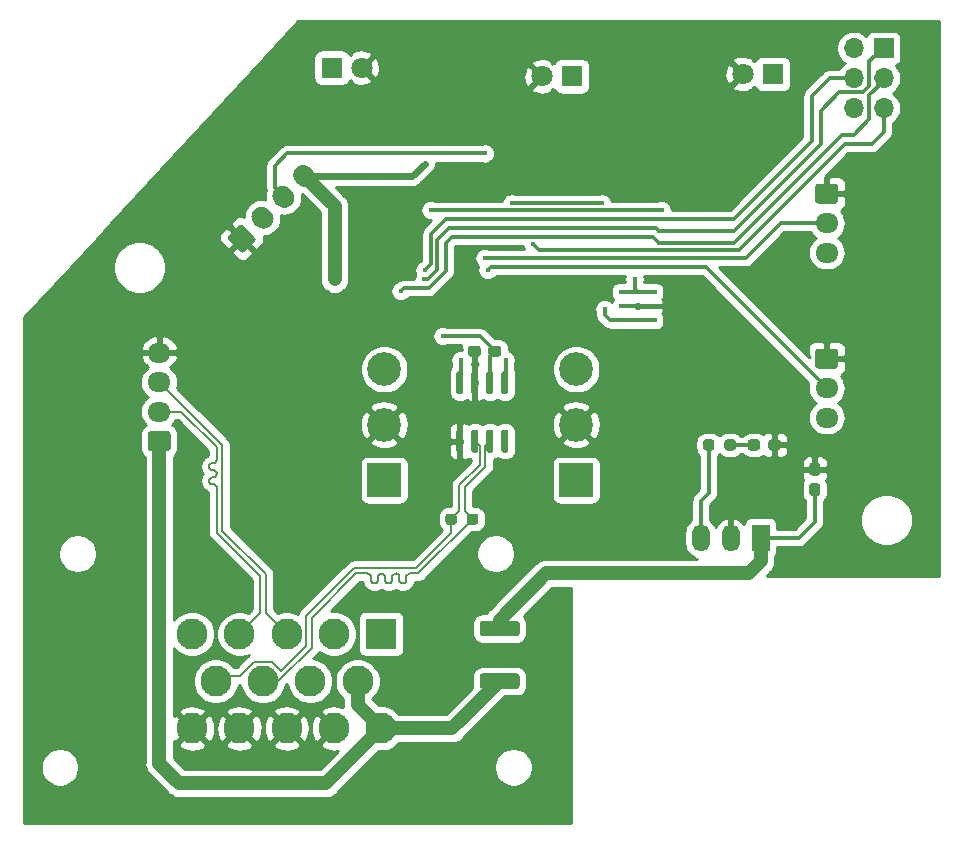
<source format=gbr>
G04 #@! TF.GenerationSoftware,KiCad,Pcbnew,5.1.7-a382d34a8~88~ubuntu18.04.1*
G04 #@! TF.CreationDate,2021-02-25T09:37:14-05:00*
G04 #@! TF.ProjectId,Dash_Right,44617368-5f52-4696-9768-742e6b696361,rev?*
G04 #@! TF.SameCoordinates,Original*
G04 #@! TF.FileFunction,Copper,L2,Bot*
G04 #@! TF.FilePolarity,Positive*
%FSLAX46Y46*%
G04 Gerber Fmt 4.6, Leading zero omitted, Abs format (unit mm)*
G04 Created by KiCad (PCBNEW 5.1.7-a382d34a8~88~ubuntu18.04.1) date 2021-02-25 09:37:14*
%MOMM*%
%LPD*%
G01*
G04 APERTURE LIST*
G04 #@! TA.AperFunction,ComponentPad*
%ADD10C,2.625000*%
G04 #@! TD*
G04 #@! TA.AperFunction,ComponentPad*
%ADD11R,2.625000X2.625000*%
G04 #@! TD*
G04 #@! TA.AperFunction,ComponentPad*
%ADD12O,1.700000X1.700000*%
G04 #@! TD*
G04 #@! TA.AperFunction,ComponentPad*
%ADD13R,1.700000X1.700000*%
G04 #@! TD*
G04 #@! TA.AperFunction,SMDPad,CuDef*
%ADD14R,3.200000X0.400000*%
G04 #@! TD*
G04 #@! TA.AperFunction,ComponentPad*
%ADD15O,1.500000X2.300000*%
G04 #@! TD*
G04 #@! TA.AperFunction,ComponentPad*
%ADD16R,1.500000X2.300000*%
G04 #@! TD*
G04 #@! TA.AperFunction,ComponentPad*
%ADD17R,2.850000X2.850000*%
G04 #@! TD*
G04 #@! TA.AperFunction,ComponentPad*
%ADD18C,2.850000*%
G04 #@! TD*
G04 #@! TA.AperFunction,ComponentPad*
%ADD19O,1.950000X1.700000*%
G04 #@! TD*
G04 #@! TA.AperFunction,ComponentPad*
%ADD20C,1.800000*%
G04 #@! TD*
G04 #@! TA.AperFunction,ComponentPad*
%ADD21R,1.800000X1.800000*%
G04 #@! TD*
G04 #@! TA.AperFunction,ViaPad*
%ADD22C,0.450000*%
G04 #@! TD*
G04 #@! TA.AperFunction,Conductor*
%ADD23C,0.300000*%
G04 #@! TD*
G04 #@! TA.AperFunction,Conductor*
%ADD24C,0.600000*%
G04 #@! TD*
G04 #@! TA.AperFunction,Conductor*
%ADD25C,1.200000*%
G04 #@! TD*
G04 #@! TA.AperFunction,Conductor*
%ADD26C,0.200000*%
G04 #@! TD*
G04 #@! TA.AperFunction,Conductor*
%ADD27C,0.254000*%
G04 #@! TD*
G04 #@! TA.AperFunction,Conductor*
%ADD28C,0.100000*%
G04 #@! TD*
G04 APERTURE END LIST*
D10*
X143384000Y-114744000D03*
X147384000Y-114744000D03*
X151384000Y-114744000D03*
X155384000Y-114744000D03*
X159384000Y-114744000D03*
X145384000Y-110744000D03*
X149384000Y-110744000D03*
X153384000Y-110744000D03*
X157384000Y-110744000D03*
X143384000Y-106744000D03*
X147384000Y-106744000D03*
X151384000Y-106744000D03*
X155384000Y-106744000D03*
D11*
X159384000Y-106744000D03*
D12*
X199390000Y-62230000D03*
X201930000Y-62230000D03*
X199390000Y-59690000D03*
X201930000Y-59690000D03*
X199390000Y-57150000D03*
D13*
X201930000Y-57150000D03*
G04 #@! TA.AperFunction,SMDPad,CuDef*
G36*
G01*
X165902500Y-89447500D02*
X166202500Y-89447500D01*
G75*
G02*
X166352500Y-89597500I0J-150000D01*
G01*
X166352500Y-91247500D01*
G75*
G02*
X166202500Y-91397500I-150000J0D01*
G01*
X165902500Y-91397500D01*
G75*
G02*
X165752500Y-91247500I0J150000D01*
G01*
X165752500Y-89597500D01*
G75*
G02*
X165902500Y-89447500I150000J0D01*
G01*
G37*
G04 #@! TD.AperFunction*
G04 #@! TA.AperFunction,SMDPad,CuDef*
G36*
G01*
X167172500Y-89447500D02*
X167472500Y-89447500D01*
G75*
G02*
X167622500Y-89597500I0J-150000D01*
G01*
X167622500Y-91247500D01*
G75*
G02*
X167472500Y-91397500I-150000J0D01*
G01*
X167172500Y-91397500D01*
G75*
G02*
X167022500Y-91247500I0J150000D01*
G01*
X167022500Y-89597500D01*
G75*
G02*
X167172500Y-89447500I150000J0D01*
G01*
G37*
G04 #@! TD.AperFunction*
G04 #@! TA.AperFunction,SMDPad,CuDef*
G36*
G01*
X168442500Y-89447500D02*
X168742500Y-89447500D01*
G75*
G02*
X168892500Y-89597500I0J-150000D01*
G01*
X168892500Y-91247500D01*
G75*
G02*
X168742500Y-91397500I-150000J0D01*
G01*
X168442500Y-91397500D01*
G75*
G02*
X168292500Y-91247500I0J150000D01*
G01*
X168292500Y-89597500D01*
G75*
G02*
X168442500Y-89447500I150000J0D01*
G01*
G37*
G04 #@! TD.AperFunction*
G04 #@! TA.AperFunction,SMDPad,CuDef*
G36*
G01*
X169712500Y-89447500D02*
X170012500Y-89447500D01*
G75*
G02*
X170162500Y-89597500I0J-150000D01*
G01*
X170162500Y-91247500D01*
G75*
G02*
X170012500Y-91397500I-150000J0D01*
G01*
X169712500Y-91397500D01*
G75*
G02*
X169562500Y-91247500I0J150000D01*
G01*
X169562500Y-89597500D01*
G75*
G02*
X169712500Y-89447500I150000J0D01*
G01*
G37*
G04 #@! TD.AperFunction*
G04 #@! TA.AperFunction,SMDPad,CuDef*
G36*
G01*
X169712500Y-84497500D02*
X170012500Y-84497500D01*
G75*
G02*
X170162500Y-84647500I0J-150000D01*
G01*
X170162500Y-86297500D01*
G75*
G02*
X170012500Y-86447500I-150000J0D01*
G01*
X169712500Y-86447500D01*
G75*
G02*
X169562500Y-86297500I0J150000D01*
G01*
X169562500Y-84647500D01*
G75*
G02*
X169712500Y-84497500I150000J0D01*
G01*
G37*
G04 #@! TD.AperFunction*
G04 #@! TA.AperFunction,SMDPad,CuDef*
G36*
G01*
X168442500Y-84497500D02*
X168742500Y-84497500D01*
G75*
G02*
X168892500Y-84647500I0J-150000D01*
G01*
X168892500Y-86297500D01*
G75*
G02*
X168742500Y-86447500I-150000J0D01*
G01*
X168442500Y-86447500D01*
G75*
G02*
X168292500Y-86297500I0J150000D01*
G01*
X168292500Y-84647500D01*
G75*
G02*
X168442500Y-84497500I150000J0D01*
G01*
G37*
G04 #@! TD.AperFunction*
G04 #@! TA.AperFunction,SMDPad,CuDef*
G36*
G01*
X167172500Y-84497500D02*
X167472500Y-84497500D01*
G75*
G02*
X167622500Y-84647500I0J-150000D01*
G01*
X167622500Y-86297500D01*
G75*
G02*
X167472500Y-86447500I-150000J0D01*
G01*
X167172500Y-86447500D01*
G75*
G02*
X167022500Y-86297500I0J150000D01*
G01*
X167022500Y-84647500D01*
G75*
G02*
X167172500Y-84497500I150000J0D01*
G01*
G37*
G04 #@! TD.AperFunction*
G04 #@! TA.AperFunction,SMDPad,CuDef*
G36*
G01*
X165902500Y-84497500D02*
X166202500Y-84497500D01*
G75*
G02*
X166352500Y-84647500I0J-150000D01*
G01*
X166352500Y-86297500D01*
G75*
G02*
X166202500Y-86447500I-150000J0D01*
G01*
X165902500Y-86447500D01*
G75*
G02*
X165752500Y-86297500I0J150000D01*
G01*
X165752500Y-84647500D01*
G75*
G02*
X165902500Y-84497500I150000J0D01*
G01*
G37*
G04 #@! TD.AperFunction*
D14*
X181102000Y-80194000D03*
X181102000Y-78994000D03*
X181102000Y-77794000D03*
D15*
X186436000Y-98615500D03*
X188976000Y-98615500D03*
D16*
X191516000Y-98615500D03*
D17*
X159639000Y-93726000D03*
D18*
X159639000Y-89026000D03*
X159639000Y-84326000D03*
D17*
X175895000Y-93727000D03*
D18*
X175895000Y-89027000D03*
X175895000Y-84327000D03*
G04 #@! TA.AperFunction,SMDPad,CuDef*
G36*
G01*
X166644500Y-97265500D02*
X166644500Y-96790500D01*
G75*
G02*
X166882000Y-96553000I237500J0D01*
G01*
X167382000Y-96553000D01*
G75*
G02*
X167619500Y-96790500I0J-237500D01*
G01*
X167619500Y-97265500D01*
G75*
G02*
X167382000Y-97503000I-237500J0D01*
G01*
X166882000Y-97503000D01*
G75*
G02*
X166644500Y-97265500I0J237500D01*
G01*
G37*
G04 #@! TD.AperFunction*
G04 #@! TA.AperFunction,SMDPad,CuDef*
G36*
G01*
X164819500Y-97265500D02*
X164819500Y-96790500D01*
G75*
G02*
X165057000Y-96553000I237500J0D01*
G01*
X165557000Y-96553000D01*
G75*
G02*
X165794500Y-96790500I0J-237500D01*
G01*
X165794500Y-97265500D01*
G75*
G02*
X165557000Y-97503000I-237500J0D01*
G01*
X165057000Y-97503000D01*
G75*
G02*
X164819500Y-97265500I0J237500D01*
G01*
G37*
G04 #@! TD.AperFunction*
G04 #@! TA.AperFunction,SMDPad,CuDef*
G36*
G01*
X187598500Y-90504000D02*
X187598500Y-90979000D01*
G75*
G02*
X187361000Y-91216500I-237500J0D01*
G01*
X186861000Y-91216500D01*
G75*
G02*
X186623500Y-90979000I0J237500D01*
G01*
X186623500Y-90504000D01*
G75*
G02*
X186861000Y-90266500I237500J0D01*
G01*
X187361000Y-90266500D01*
G75*
G02*
X187598500Y-90504000I0J-237500D01*
G01*
G37*
G04 #@! TD.AperFunction*
G04 #@! TA.AperFunction,SMDPad,CuDef*
G36*
G01*
X189423500Y-90504000D02*
X189423500Y-90979000D01*
G75*
G02*
X189186000Y-91216500I-237500J0D01*
G01*
X188686000Y-91216500D01*
G75*
G02*
X188448500Y-90979000I0J237500D01*
G01*
X188448500Y-90504000D01*
G75*
G02*
X188686000Y-90266500I237500J0D01*
G01*
X189186000Y-90266500D01*
G75*
G02*
X189423500Y-90504000I0J-237500D01*
G01*
G37*
G04 #@! TD.AperFunction*
D19*
X140589000Y-82924000D03*
X140589000Y-85424000D03*
X140589000Y-87924000D03*
G04 #@! TA.AperFunction,ComponentPad*
G36*
G01*
X141314000Y-91274000D02*
X139864000Y-91274000D01*
G75*
G02*
X139614000Y-91024000I0J250000D01*
G01*
X139614000Y-89824000D01*
G75*
G02*
X139864000Y-89574000I250000J0D01*
G01*
X141314000Y-89574000D01*
G75*
G02*
X141564000Y-89824000I0J-250000D01*
G01*
X141564000Y-91024000D01*
G75*
G02*
X141314000Y-91274000I-250000J0D01*
G01*
G37*
G04 #@! TD.AperFunction*
X197104000Y-88439000D03*
X197104000Y-85939000D03*
G04 #@! TA.AperFunction,ComponentPad*
G36*
G01*
X196379000Y-82589000D02*
X197829000Y-82589000D01*
G75*
G02*
X198079000Y-82839000I0J-250000D01*
G01*
X198079000Y-84039000D01*
G75*
G02*
X197829000Y-84289000I-250000J0D01*
G01*
X196379000Y-84289000D01*
G75*
G02*
X196129000Y-84039000I0J250000D01*
G01*
X196129000Y-82839000D01*
G75*
G02*
X196379000Y-82589000I250000J0D01*
G01*
G37*
G04 #@! TD.AperFunction*
X197104000Y-74469000D03*
X197104000Y-71969000D03*
G04 #@! TA.AperFunction,ComponentPad*
G36*
G01*
X196379000Y-68619000D02*
X197829000Y-68619000D01*
G75*
G02*
X198079000Y-68869000I0J-250000D01*
G01*
X198079000Y-70069000D01*
G75*
G02*
X197829000Y-70319000I-250000J0D01*
G01*
X196379000Y-70319000D01*
G75*
G02*
X196129000Y-70069000I0J250000D01*
G01*
X196129000Y-68869000D01*
G75*
G02*
X196379000Y-68619000I250000J0D01*
G01*
G37*
G04 #@! TD.AperFunction*
G04 #@! TA.AperFunction,ComponentPad*
G36*
G01*
X152364648Y-68665128D02*
X152187872Y-68488352D01*
G75*
G02*
X152187872Y-67286270I601041J601041D01*
G01*
X152187872Y-67286270D01*
G75*
G02*
X153389954Y-67286270I601041J-601041D01*
G01*
X153566730Y-67463046D01*
G75*
G02*
X153566730Y-68665128I-601041J-601041D01*
G01*
X153566730Y-68665128D01*
G75*
G02*
X152364648Y-68665128I-601041J601041D01*
G01*
G37*
G04 #@! TD.AperFunction*
G04 #@! TA.AperFunction,ComponentPad*
G36*
G01*
X150596881Y-70432895D02*
X150420105Y-70256119D01*
G75*
G02*
X150420105Y-69054037I601041J601041D01*
G01*
X150420105Y-69054037D01*
G75*
G02*
X151622187Y-69054037I601041J-601041D01*
G01*
X151798963Y-69230813D01*
G75*
G02*
X151798963Y-70432895I-601041J-601041D01*
G01*
X151798963Y-70432895D01*
G75*
G02*
X150596881Y-70432895I-601041J601041D01*
G01*
G37*
G04 #@! TD.AperFunction*
G04 #@! TA.AperFunction,ComponentPad*
G36*
G01*
X148829114Y-72200662D02*
X148652338Y-72023886D01*
G75*
G02*
X148652338Y-70821804I601041J601041D01*
G01*
X148652338Y-70821804D01*
G75*
G02*
X149854420Y-70821804I601041J-601041D01*
G01*
X150031196Y-70998580D01*
G75*
G02*
X150031196Y-72200662I-601041J-601041D01*
G01*
X150031196Y-72200662D01*
G75*
G02*
X148829114Y-72200662I-601041J601041D01*
G01*
G37*
G04 #@! TD.AperFunction*
G04 #@! TA.AperFunction,ComponentPad*
G36*
G01*
X147485611Y-74392693D02*
X146460307Y-73367389D01*
G75*
G02*
X146460307Y-73013835I176777J176777D01*
G01*
X147308835Y-72165307D01*
G75*
G02*
X147662389Y-72165307I176777J-176777D01*
G01*
X148687693Y-73190611D01*
G75*
G02*
X148687693Y-73544165I-176777J-176777D01*
G01*
X147839165Y-74392693D01*
G75*
G02*
X147485611Y-74392693I-176777J176777D01*
G01*
G37*
G04 #@! TD.AperFunction*
G04 #@! TA.AperFunction,SMDPad,CuDef*
G36*
G01*
X167968000Y-110094000D02*
X170868000Y-110094000D01*
G75*
G02*
X171118000Y-110344000I0J-250000D01*
G01*
X171118000Y-111144000D01*
G75*
G02*
X170868000Y-111394000I-250000J0D01*
G01*
X167968000Y-111394000D01*
G75*
G02*
X167718000Y-111144000I0J250000D01*
G01*
X167718000Y-110344000D01*
G75*
G02*
X167968000Y-110094000I250000J0D01*
G01*
G37*
G04 #@! TD.AperFunction*
G04 #@! TA.AperFunction,SMDPad,CuDef*
G36*
G01*
X167968000Y-105644000D02*
X170868000Y-105644000D01*
G75*
G02*
X171118000Y-105894000I0J-250000D01*
G01*
X171118000Y-106694000D01*
G75*
G02*
X170868000Y-106944000I-250000J0D01*
G01*
X167968000Y-106944000D01*
G75*
G02*
X167718000Y-106694000I0J250000D01*
G01*
X167718000Y-105894000D01*
G75*
G02*
X167968000Y-105644000I250000J0D01*
G01*
G37*
G04 #@! TD.AperFunction*
D20*
X189992000Y-59334400D03*
D21*
X192532000Y-59334400D03*
D20*
X157734000Y-58801000D03*
D21*
X155194000Y-58801000D03*
D20*
X172974000Y-59537600D03*
D21*
X175514000Y-59537600D03*
G04 #@! TA.AperFunction,SMDPad,CuDef*
G36*
G01*
X191469500Y-90504000D02*
X191469500Y-90979000D01*
G75*
G02*
X191232000Y-91216500I-237500J0D01*
G01*
X190657000Y-91216500D01*
G75*
G02*
X190419500Y-90979000I0J237500D01*
G01*
X190419500Y-90504000D01*
G75*
G02*
X190657000Y-90266500I237500J0D01*
G01*
X191232000Y-90266500D01*
G75*
G02*
X191469500Y-90504000I0J-237500D01*
G01*
G37*
G04 #@! TD.AperFunction*
G04 #@! TA.AperFunction,SMDPad,CuDef*
G36*
G01*
X193219500Y-90504000D02*
X193219500Y-90979000D01*
G75*
G02*
X192982000Y-91216500I-237500J0D01*
G01*
X192407000Y-91216500D01*
G75*
G02*
X192169500Y-90979000I0J237500D01*
G01*
X192169500Y-90504000D01*
G75*
G02*
X192407000Y-90266500I237500J0D01*
G01*
X192982000Y-90266500D01*
G75*
G02*
X193219500Y-90504000I0J-237500D01*
G01*
G37*
G04 #@! TD.AperFunction*
G04 #@! TA.AperFunction,SMDPad,CuDef*
G36*
G01*
X167823000Y-82566500D02*
X167823000Y-83041500D01*
G75*
G02*
X167585500Y-83279000I-237500J0D01*
G01*
X166985500Y-83279000D01*
G75*
G02*
X166748000Y-83041500I0J237500D01*
G01*
X166748000Y-82566500D01*
G75*
G02*
X166985500Y-82329000I237500J0D01*
G01*
X167585500Y-82329000D01*
G75*
G02*
X167823000Y-82566500I0J-237500D01*
G01*
G37*
G04 #@! TD.AperFunction*
G04 #@! TA.AperFunction,SMDPad,CuDef*
G36*
G01*
X169548000Y-82566500D02*
X169548000Y-83041500D01*
G75*
G02*
X169310500Y-83279000I-237500J0D01*
G01*
X168710500Y-83279000D01*
G75*
G02*
X168473000Y-83041500I0J237500D01*
G01*
X168473000Y-82566500D01*
G75*
G02*
X168710500Y-82329000I237500J0D01*
G01*
X169310500Y-82329000D01*
G75*
G02*
X169548000Y-82566500I0J-237500D01*
G01*
G37*
G04 #@! TD.AperFunction*
G04 #@! TA.AperFunction,SMDPad,CuDef*
G36*
G01*
X196325500Y-93337500D02*
X195850500Y-93337500D01*
G75*
G02*
X195613000Y-93100000I0J237500D01*
G01*
X195613000Y-92500000D01*
G75*
G02*
X195850500Y-92262500I237500J0D01*
G01*
X196325500Y-92262500D01*
G75*
G02*
X196563000Y-92500000I0J-237500D01*
G01*
X196563000Y-93100000D01*
G75*
G02*
X196325500Y-93337500I-237500J0D01*
G01*
G37*
G04 #@! TD.AperFunction*
G04 #@! TA.AperFunction,SMDPad,CuDef*
G36*
G01*
X196325500Y-95062500D02*
X195850500Y-95062500D01*
G75*
G02*
X195613000Y-94825000I0J237500D01*
G01*
X195613000Y-94225000D01*
G75*
G02*
X195850500Y-93987500I237500J0D01*
G01*
X196325500Y-93987500D01*
G75*
G02*
X196563000Y-94225000I0J-237500D01*
G01*
X196563000Y-94825000D01*
G75*
G02*
X196325500Y-95062500I-237500J0D01*
G01*
G37*
G04 #@! TD.AperFunction*
D22*
X168910000Y-80137000D03*
X169672000Y-80137000D03*
X170561000Y-80137000D03*
X165989000Y-76454000D03*
X166497000Y-75946000D03*
X167005000Y-75311000D03*
X167767000Y-64008000D03*
X167259000Y-64389000D03*
X166751000Y-64897000D03*
X179451000Y-66040000D03*
X178816000Y-66040000D03*
X178181000Y-66040000D03*
X177546000Y-66040000D03*
X163068000Y-66929000D03*
X164592000Y-81534000D03*
X155448000Y-76708000D03*
X168175850Y-66067850D03*
X168148000Y-74930000D03*
X168402000Y-75946000D03*
X172212000Y-73730200D03*
X183134000Y-71628000D03*
X163068000Y-75946000D03*
X182880000Y-73660000D03*
X161036000Y-77724000D03*
X182880000Y-72644000D03*
X163051734Y-76698015D03*
X163576000Y-70866000D03*
X183134000Y-70866000D03*
X178308000Y-79248000D03*
X180848000Y-76708000D03*
X169926000Y-83566000D03*
X166116000Y-83566000D03*
X170434000Y-70287800D03*
X178054000Y-70287800D03*
D23*
X186436000Y-98615500D02*
X186436000Y-95504000D01*
X187111000Y-94829000D02*
X187111000Y-90741500D01*
X186436000Y-95504000D02*
X187111000Y-94829000D01*
X168592500Y-83222000D02*
X169010500Y-82804000D01*
X168592500Y-85472500D02*
X168592500Y-83222000D01*
D24*
X152877301Y-67975699D02*
X162021301Y-67975699D01*
X162021301Y-67975699D02*
X163068000Y-66929000D01*
D23*
X167740500Y-81534000D02*
X169010500Y-82804000D01*
X164592000Y-81534000D02*
X167740500Y-81534000D01*
D25*
X155448000Y-70546398D02*
X152877301Y-67975699D01*
X155448000Y-76708000D02*
X155448000Y-70546398D01*
D23*
X196088000Y-94525000D02*
X196088000Y-97282000D01*
X194754500Y-98615500D02*
X191516000Y-98615500D01*
X196088000Y-97282000D02*
X194754500Y-98615500D01*
D25*
X169418000Y-106294000D02*
X169418000Y-105537000D01*
X169418000Y-105537000D02*
X173355000Y-101600000D01*
X173355000Y-101600000D02*
X190500000Y-101600000D01*
X191516000Y-100584000D02*
X191516000Y-98615500D01*
X190500000Y-101600000D02*
X191516000Y-100584000D01*
D23*
X188936000Y-90741500D02*
X190944500Y-90741500D01*
D25*
X157384000Y-112744000D02*
X159384000Y-114744000D01*
X157384000Y-110744000D02*
X157384000Y-112744000D01*
X165418000Y-114744000D02*
X169418000Y-110744000D01*
X159384000Y-114744000D02*
X165418000Y-114744000D01*
X159384000Y-114744000D02*
X154748000Y-119380000D01*
X154748000Y-119380000D02*
X142240000Y-119380000D01*
X140589000Y-117729000D02*
X140589000Y-90424000D01*
X142240000Y-119380000D02*
X140589000Y-117729000D01*
D23*
X151585705Y-69267295D02*
X151109534Y-69743466D01*
X150368000Y-67111700D02*
X150368000Y-69001932D01*
X150368000Y-69001932D02*
X151109534Y-69743466D01*
X168175850Y-66067850D02*
X151411850Y-66067850D01*
X151411850Y-66067850D02*
X150368000Y-67111700D01*
X168148000Y-74930000D02*
X190246000Y-74930000D01*
X190246000Y-74930000D02*
X193207000Y-71969000D01*
X193207000Y-71969000D02*
X197104000Y-71969000D01*
X186857000Y-75692000D02*
X197104000Y-85939000D01*
X168402000Y-75946000D02*
X168656000Y-75692000D01*
X168656000Y-75692000D02*
X186857000Y-75692000D01*
X172720001Y-74238201D02*
X189667799Y-74238201D01*
X172212000Y-73730200D02*
X172720001Y-74238201D01*
X189667799Y-74238201D02*
X198628000Y-65278000D01*
X198628000Y-65278000D02*
X200914000Y-65278000D01*
X201930000Y-64262000D02*
X201930000Y-62230000D01*
X200914000Y-65278000D02*
X201930000Y-64262000D01*
X183134000Y-71628000D02*
X166116000Y-71628000D01*
X166116000Y-71628000D02*
X164846000Y-71628000D01*
X164846000Y-71628000D02*
X163576000Y-72898000D01*
X163576000Y-72898000D02*
X163576000Y-75438000D01*
X163576000Y-75438000D02*
X163068000Y-75946000D01*
X183134000Y-71628000D02*
X189230000Y-71628000D01*
X189230000Y-71628000D02*
X195834000Y-65024000D01*
X195834000Y-65024000D02*
X195834000Y-61214000D01*
X197358000Y-59690000D02*
X199390000Y-59690000D01*
X195834000Y-61214000D02*
X197358000Y-59690000D01*
X182880000Y-73660000D02*
X182372000Y-73152000D01*
X182372000Y-73152000D02*
X165354000Y-73152000D01*
X165354000Y-73152000D02*
X164846000Y-73660000D01*
X164846000Y-76039738D02*
X163415738Y-77470000D01*
X164846000Y-73660000D02*
X164846000Y-76039738D01*
X163415738Y-77470000D02*
X161290000Y-77470000D01*
X161290000Y-77470000D02*
X161036000Y-77724000D01*
X182880000Y-73660000D02*
X189230000Y-73660000D01*
X189230000Y-73660000D02*
X198374000Y-64516000D01*
X198374000Y-64516000D02*
X199390000Y-64516000D01*
X201930000Y-59893646D02*
X201930000Y-59690000D01*
X200726799Y-61096847D02*
X201930000Y-59893646D01*
X199390000Y-64516000D02*
X200726799Y-63179201D01*
X200726799Y-63179201D02*
X200726799Y-61096847D01*
X182880000Y-72644000D02*
X182626000Y-72390000D01*
X182626000Y-72390000D02*
X165100000Y-72390000D01*
X165100000Y-72390000D02*
X164084000Y-73406000D01*
X164084000Y-73406000D02*
X164084000Y-75946000D01*
X164084000Y-75946000D02*
X163830000Y-76200000D01*
X182880000Y-72644000D02*
X189230000Y-72644000D01*
X189230000Y-72644000D02*
X196596000Y-65278000D01*
X196596000Y-65278000D02*
X196596000Y-62484000D01*
X198186799Y-60893201D02*
X200218799Y-60893201D01*
X196596000Y-62484000D02*
X198186799Y-60893201D01*
X200726799Y-60385201D02*
X200726799Y-58232799D01*
X200218799Y-60893201D02*
X200726799Y-60385201D01*
X200726799Y-58232799D02*
X201168000Y-57791598D01*
X201288402Y-57791598D02*
X201930000Y-57150000D01*
X201168000Y-57791598D02*
X201288402Y-57791598D01*
X163830000Y-76200000D02*
X163331985Y-76698015D01*
X163331985Y-76698015D02*
X163051734Y-76698015D01*
X163576000Y-70866000D02*
X183134000Y-70866000D01*
X178308000Y-79248000D02*
X178308000Y-79756000D01*
X178746000Y-80194000D02*
X181102000Y-80194000D01*
X178308000Y-79756000D02*
X178746000Y-80194000D01*
X180848000Y-77540000D02*
X181102000Y-77794000D01*
X180848000Y-76708000D02*
X180848000Y-77540000D01*
X169926000Y-85409000D02*
X169862500Y-85472500D01*
X169926000Y-83566000D02*
X169926000Y-85409000D01*
X166116000Y-85409000D02*
X166052500Y-85472500D01*
X166116000Y-83566000D02*
X166116000Y-85409000D01*
X170434000Y-70287800D02*
X178054000Y-70287800D01*
D26*
X145919400Y-90754400D02*
X145919400Y-98001600D01*
X140589000Y-85424000D02*
X145919400Y-90754400D01*
X149609000Y-101691200D02*
X149609000Y-104969000D01*
X145919400Y-98001600D02*
X149609000Y-101691200D01*
X149609000Y-104969000D02*
X151384000Y-106744000D01*
X161820200Y-101621800D02*
X162538200Y-101621800D01*
X161753443Y-101629321D02*
X161820200Y-101621800D01*
X161690034Y-101651509D02*
X161753443Y-101629321D01*
X161633153Y-101687250D02*
X161690034Y-101651509D01*
X161585650Y-101734753D02*
X161633153Y-101687250D01*
X161549909Y-101791634D02*
X161585650Y-101734753D01*
X161527721Y-101855043D02*
X161549909Y-101791634D01*
X161520200Y-101921800D02*
X161527721Y-101855043D01*
X161520200Y-102163818D02*
X161520200Y-101921800D01*
X161512678Y-102230574D02*
X161520200Y-102163818D01*
X161490490Y-102293983D02*
X161512678Y-102230574D01*
X161454749Y-102350864D02*
X161490490Y-102293983D01*
X161407246Y-102398367D02*
X161454749Y-102350864D01*
X161350365Y-102434108D02*
X161407246Y-102398367D01*
X161286956Y-102456296D02*
X161350365Y-102434108D01*
X161220200Y-102463818D02*
X161286956Y-102456296D01*
X161153443Y-102456296D02*
X161220200Y-102463818D01*
X159420200Y-101621800D02*
X159486956Y-101629321D01*
X159486956Y-101629321D02*
X159550365Y-101651509D01*
X160985650Y-102350864D02*
X161033153Y-102398367D01*
X159185650Y-101734753D02*
X159233153Y-101687250D01*
X160320200Y-102163818D02*
X160320200Y-101921800D01*
X159120200Y-101921800D02*
X159127721Y-101855043D01*
X153488600Y-105401600D02*
X157268400Y-101621800D01*
X160327721Y-101855043D02*
X160349909Y-101791634D01*
X160349909Y-101791634D02*
X160385650Y-101734753D01*
X159090490Y-102293983D02*
X159112678Y-102230574D01*
X158950365Y-102434108D02*
X159007246Y-102398367D01*
X159890034Y-102434108D02*
X159953443Y-102456296D01*
X160686956Y-101629321D02*
X160750365Y-101651509D01*
X158633153Y-102398367D02*
X158690034Y-102434108D01*
X158520200Y-101921800D02*
X158520200Y-102163818D01*
X158820200Y-102463818D02*
X158886956Y-102456296D01*
X157268400Y-101621800D02*
X158220200Y-101621800D01*
X159054749Y-102350864D02*
X159090490Y-102293983D01*
X153488600Y-107941600D02*
X153488600Y-105401600D01*
X159120200Y-102163818D02*
X159120200Y-101921800D01*
X150686200Y-110744000D02*
X153488600Y-107941600D01*
X159654749Y-101734753D02*
X159690490Y-101791634D01*
X160312678Y-102230574D02*
X160320200Y-102163818D01*
X158753443Y-102456296D02*
X158820200Y-102463818D01*
X160086956Y-102456296D02*
X160150365Y-102434108D01*
X158286956Y-101629321D02*
X158350365Y-101651509D01*
X160150365Y-102434108D02*
X160207246Y-102398367D01*
X160750365Y-101651509D02*
X160807246Y-101687250D01*
X159127721Y-101855043D02*
X159149909Y-101791634D01*
X162538200Y-101621800D02*
X167132000Y-97028000D01*
X158690034Y-102434108D02*
X158753443Y-102456296D01*
X159112678Y-102230574D02*
X159120200Y-102163818D01*
X158350365Y-101651509D02*
X158407246Y-101687250D01*
X161090034Y-102434108D02*
X161153443Y-102456296D01*
X158454749Y-101734753D02*
X158490490Y-101791634D01*
X159233153Y-101687250D02*
X159290034Y-101651509D01*
X160320200Y-101921800D02*
X160327721Y-101855043D01*
X149384000Y-110744000D02*
X150686200Y-110744000D01*
X160854749Y-101734753D02*
X160890490Y-101791634D01*
X160927721Y-102230574D02*
X160949909Y-102293983D01*
X158549909Y-102293983D02*
X158585650Y-102350864D01*
X158220200Y-101621800D02*
X158286956Y-101629321D01*
X161033153Y-102398367D02*
X161090034Y-102434108D01*
X158407246Y-101687250D02*
X158454749Y-101734753D01*
X158585650Y-102350864D02*
X158633153Y-102398367D01*
X160620200Y-101621800D02*
X160686956Y-101629321D01*
X158490490Y-101791634D02*
X158512678Y-101855043D01*
X160207246Y-102398367D02*
X160254749Y-102350864D01*
X159149909Y-101791634D02*
X159185650Y-101734753D01*
X160020200Y-102463818D02*
X160086956Y-102456296D01*
X158512678Y-101855043D02*
X158520200Y-101921800D01*
X159007246Y-102398367D02*
X159054749Y-102350864D01*
X158520200Y-102163818D02*
X158527721Y-102230574D01*
X159290034Y-101651509D02*
X159353443Y-101629321D01*
X159550365Y-101651509D02*
X159607246Y-101687250D01*
X158886956Y-102456296D02*
X158950365Y-102434108D01*
X159607246Y-101687250D02*
X159654749Y-101734753D01*
X159720200Y-101921800D02*
X159720200Y-102163818D01*
X160890490Y-101791634D02*
X160912678Y-101855043D01*
X160912678Y-101855043D02*
X160920200Y-101921800D01*
X159720200Y-102163818D02*
X159727721Y-102230574D01*
X160385650Y-101734753D02*
X160433153Y-101687250D01*
X159727721Y-102230574D02*
X159749909Y-102293983D01*
X160290490Y-102293983D02*
X160312678Y-102230574D01*
X158527721Y-102230574D02*
X158549909Y-102293983D01*
X159749909Y-102293983D02*
X159785650Y-102350864D01*
X159353443Y-101629321D02*
X159420200Y-101621800D01*
X159712678Y-101855043D02*
X159720200Y-101921800D01*
X159785650Y-102350864D02*
X159833153Y-102398367D01*
X159833153Y-102398367D02*
X159890034Y-102434108D01*
X159953443Y-102456296D02*
X160020200Y-102463818D01*
X160254749Y-102350864D02*
X160290490Y-102293983D01*
X160433153Y-101687250D02*
X160490034Y-101651509D01*
X160490034Y-101651509D02*
X160553443Y-101629321D01*
X160920200Y-102163818D02*
X160927721Y-102230574D01*
X160553443Y-101629321D02*
X160620200Y-101621800D01*
X159690490Y-101791634D02*
X159712678Y-101855043D01*
X160807246Y-101687250D02*
X160854749Y-101734753D01*
X160920200Y-101921800D02*
X160920200Y-102163818D01*
X160949909Y-102293983D02*
X160985650Y-102350864D01*
X168182500Y-90832500D02*
X168182500Y-92587300D01*
X168592500Y-90422500D02*
X168182500Y-90832500D01*
X166444500Y-96340500D02*
X167132000Y-97028000D01*
X166444500Y-94325300D02*
X166444500Y-96340500D01*
X168182500Y-92587300D02*
X166444500Y-94325300D01*
X165307000Y-97028000D02*
X165307000Y-98216603D01*
X165307000Y-98216603D02*
X162351803Y-101171800D01*
X162351803Y-101171800D02*
X157082000Y-101171800D01*
X157082000Y-101171800D02*
X153038600Y-105215200D01*
X153038600Y-105215200D02*
X153038600Y-107755200D01*
X150912519Y-109881281D02*
X150159537Y-109128299D01*
X153038600Y-107755200D02*
X150912519Y-109881281D01*
X148608463Y-109128299D02*
X147442762Y-110294000D01*
X147442762Y-110294000D02*
X145834000Y-110294000D01*
X150159537Y-109128299D02*
X148608463Y-109128299D01*
X145834000Y-110294000D02*
X145384000Y-110744000D01*
X149159000Y-104969000D02*
X147384000Y-106744000D01*
X145469400Y-94377000D02*
X145469400Y-98188000D01*
X145403949Y-94189953D02*
X145439690Y-94246834D01*
X145356446Y-94142450D02*
X145403949Y-94189953D01*
X145169400Y-94077000D02*
X145236156Y-94084521D01*
X145044454Y-94069478D02*
X145111211Y-94077000D01*
X145461878Y-94310243D02*
X145469400Y-94377000D01*
X144981045Y-94047290D02*
X145044454Y-94069478D01*
X144924164Y-94011549D02*
X144981045Y-94047290D01*
X144876661Y-93964046D02*
X144924164Y-94011549D01*
X144840920Y-93907165D02*
X144876661Y-93964046D01*
X144840920Y-93646834D02*
X144818732Y-93710243D01*
X144876661Y-93589953D02*
X144840920Y-93646834D01*
X144924164Y-93542450D02*
X144876661Y-93589953D01*
X144981045Y-93506709D02*
X144924164Y-93542450D01*
X145111211Y-93477000D02*
X145044454Y-93484521D01*
X145169400Y-93477000D02*
X145111211Y-93477000D01*
X145236156Y-94084521D02*
X145299565Y-94106709D01*
X145236156Y-93469478D02*
X145169400Y-93477000D01*
X149159000Y-101877600D02*
X149159000Y-104969000D01*
X144818732Y-93843756D02*
X144840920Y-93907165D01*
X144981045Y-92306709D02*
X144924164Y-92342450D01*
X144924164Y-92342450D02*
X144876661Y-92389953D01*
X145111211Y-92277000D02*
X145044454Y-92284521D01*
X145236156Y-92884521D02*
X145299565Y-92906709D01*
X145439690Y-92107165D02*
X145403949Y-92164046D01*
X145169400Y-92277000D02*
X145111211Y-92277000D01*
X140589000Y-87924000D02*
X142452603Y-87924000D01*
X145044454Y-92869478D02*
X145111211Y-92877000D01*
X145111211Y-94077000D02*
X145169400Y-94077000D01*
X145461878Y-93110243D02*
X145469400Y-93177000D01*
X145439690Y-93307165D02*
X145403949Y-93364046D01*
X144818732Y-93710243D02*
X144811211Y-93777000D01*
X145299565Y-92247290D02*
X145236156Y-92269478D01*
X145356446Y-92211549D02*
X145299565Y-92247290D01*
X145299565Y-93447290D02*
X145236156Y-93469478D01*
X142452603Y-87924000D02*
X145469400Y-90940797D01*
X145469400Y-98188000D02*
X149159000Y-101877600D01*
X145469400Y-93177000D02*
X145461878Y-93243756D01*
X145356446Y-93411549D02*
X145299565Y-93447290D01*
X144818732Y-92643756D02*
X144840920Y-92707165D01*
X145044454Y-92284521D02*
X144981045Y-92306709D01*
X145469400Y-90940797D02*
X145469400Y-91977000D01*
X145461878Y-93243756D02*
X145439690Y-93307165D01*
X145236156Y-92269478D02*
X145169400Y-92277000D01*
X145403949Y-92164046D02*
X145356446Y-92211549D01*
X145403949Y-93364046D02*
X145356446Y-93411549D01*
X144876661Y-92389953D02*
X144840920Y-92446834D01*
X145439690Y-94246834D02*
X145461878Y-94310243D01*
X145469400Y-91977000D02*
X145461878Y-92043756D01*
X144811211Y-92577000D02*
X144818732Y-92643756D01*
X144876661Y-92764046D02*
X144924164Y-92811549D01*
X145461878Y-92043756D02*
X145439690Y-92107165D01*
X144840920Y-92446834D02*
X144818732Y-92510243D01*
X144818732Y-92510243D02*
X144811211Y-92577000D01*
X145299565Y-94106709D02*
X145356446Y-94142450D01*
X144840920Y-92707165D02*
X144876661Y-92764046D01*
X145111211Y-92877000D02*
X145169400Y-92877000D01*
X144924164Y-92811549D02*
X144981045Y-92847290D01*
X144981045Y-92847290D02*
X145044454Y-92869478D01*
X145044454Y-93484521D02*
X144981045Y-93506709D01*
X145169400Y-92877000D02*
X145236156Y-92884521D01*
X145356446Y-92942450D02*
X145403949Y-92989953D01*
X144811211Y-93777000D02*
X144818732Y-93843756D01*
X145299565Y-92906709D02*
X145356446Y-92942450D01*
X145403949Y-92989953D02*
X145439690Y-93046834D01*
X145439690Y-93046834D02*
X145461878Y-93110243D01*
X167322500Y-90422500D02*
X167732500Y-90832500D01*
X167732500Y-90832500D02*
X167732500Y-92400900D01*
X165994500Y-96340500D02*
X165307000Y-97028000D01*
X167732500Y-92400900D02*
X165994500Y-94138900D01*
X165994500Y-94138900D02*
X165994500Y-96340500D01*
D27*
X206604001Y-101829000D02*
X192017554Y-101829000D01*
X192346381Y-101500173D01*
X192393502Y-101461502D01*
X192547833Y-101273449D01*
X192662511Y-101058901D01*
X192709808Y-100902984D01*
X192733130Y-100826103D01*
X192756975Y-100584000D01*
X192751000Y-100523335D01*
X192751000Y-100175481D01*
X192796537Y-100119994D01*
X192855502Y-100009680D01*
X192891812Y-99889982D01*
X192904072Y-99765500D01*
X192904072Y-99400500D01*
X194715947Y-99400500D01*
X194754500Y-99404297D01*
X194793053Y-99400500D01*
X194793061Y-99400500D01*
X194908387Y-99389141D01*
X195056360Y-99344254D01*
X195192733Y-99271362D01*
X195312264Y-99173264D01*
X195336847Y-99143310D01*
X196615810Y-97864347D01*
X196645764Y-97839764D01*
X196743862Y-97720233D01*
X196816754Y-97583860D01*
X196826953Y-97550238D01*
X196861642Y-97435887D01*
X196871042Y-97340439D01*
X196873000Y-97320561D01*
X196873000Y-97320556D01*
X196876797Y-97282000D01*
X196873000Y-97243444D01*
X196873000Y-96871372D01*
X199949000Y-96871372D01*
X199949000Y-97311628D01*
X200034890Y-97743425D01*
X200203369Y-98150169D01*
X200447962Y-98516229D01*
X200759271Y-98827538D01*
X201125331Y-99072131D01*
X201532075Y-99240610D01*
X201963872Y-99326500D01*
X202404128Y-99326500D01*
X202835925Y-99240610D01*
X203242669Y-99072131D01*
X203608729Y-98827538D01*
X203920038Y-98516229D01*
X204164631Y-98150169D01*
X204333110Y-97743425D01*
X204419000Y-97311628D01*
X204419000Y-96871372D01*
X204333110Y-96439575D01*
X204164631Y-96032831D01*
X203920038Y-95666771D01*
X203608729Y-95355462D01*
X203242669Y-95110869D01*
X202835925Y-94942390D01*
X202404128Y-94856500D01*
X201963872Y-94856500D01*
X201532075Y-94942390D01*
X201125331Y-95110869D01*
X200759271Y-95355462D01*
X200447962Y-95666771D01*
X200203369Y-96032831D01*
X200034890Y-96439575D01*
X199949000Y-96871372D01*
X196873000Y-96871372D01*
X196873000Y-95502903D01*
X196944623Y-95444123D01*
X197053512Y-95311442D01*
X197134423Y-95160067D01*
X197184248Y-94995816D01*
X197201072Y-94825000D01*
X197201072Y-94225000D01*
X197184248Y-94054184D01*
X197134423Y-93889933D01*
X197054226Y-93739894D01*
X197093537Y-93691994D01*
X197152502Y-93581680D01*
X197188812Y-93461982D01*
X197201072Y-93337500D01*
X197198000Y-93085750D01*
X197039250Y-92927000D01*
X196215000Y-92927000D01*
X196215000Y-92947000D01*
X195961000Y-92947000D01*
X195961000Y-92927000D01*
X195136750Y-92927000D01*
X194978000Y-93085750D01*
X194974928Y-93337500D01*
X194987188Y-93461982D01*
X195023498Y-93581680D01*
X195082463Y-93691994D01*
X195121774Y-93739894D01*
X195041577Y-93889933D01*
X194991752Y-94054184D01*
X194974928Y-94225000D01*
X194974928Y-94825000D01*
X194991752Y-94995816D01*
X195041577Y-95160067D01*
X195122488Y-95311442D01*
X195231377Y-95444123D01*
X195303000Y-95502903D01*
X195303001Y-96956842D01*
X194429343Y-97830500D01*
X192904072Y-97830500D01*
X192904072Y-97465500D01*
X192891812Y-97341018D01*
X192855502Y-97221320D01*
X192796537Y-97111006D01*
X192717185Y-97014315D01*
X192620494Y-96934963D01*
X192510180Y-96875998D01*
X192390482Y-96839688D01*
X192266000Y-96827428D01*
X190766000Y-96827428D01*
X190641518Y-96839688D01*
X190521820Y-96875998D01*
X190411506Y-96934963D01*
X190314815Y-97014315D01*
X190235463Y-97111006D01*
X190176498Y-97221320D01*
X190140188Y-97341018D01*
X190129418Y-97450374D01*
X190057028Y-97340439D01*
X189865540Y-97146355D01*
X189639868Y-96993358D01*
X189388684Y-96887327D01*
X189317185Y-96873182D01*
X189103000Y-96995844D01*
X189103000Y-98488500D01*
X189123000Y-98488500D01*
X189123000Y-98742500D01*
X189103000Y-98742500D01*
X189103000Y-98762500D01*
X188849000Y-98762500D01*
X188849000Y-98742500D01*
X188829000Y-98742500D01*
X188829000Y-98488500D01*
X188849000Y-98488500D01*
X188849000Y-96995844D01*
X188634815Y-96873182D01*
X188563316Y-96887327D01*
X188312132Y-96993358D01*
X188086460Y-97146355D01*
X187894972Y-97340439D01*
X187745028Y-97568151D01*
X187708486Y-97658078D01*
X187593157Y-97442312D01*
X187420081Y-97231419D01*
X187221000Y-97068037D01*
X187221000Y-95829157D01*
X187638816Y-95411341D01*
X187668764Y-95386764D01*
X187694454Y-95355462D01*
X187759271Y-95276482D01*
X187766862Y-95267233D01*
X187839754Y-95130860D01*
X187845818Y-95110869D01*
X187884641Y-94982888D01*
X187888739Y-94941281D01*
X187896000Y-94867561D01*
X187896000Y-94867554D01*
X187899797Y-94829001D01*
X187896000Y-94790448D01*
X187896000Y-92262500D01*
X194974928Y-92262500D01*
X194978000Y-92514250D01*
X195136750Y-92673000D01*
X195961000Y-92673000D01*
X195961000Y-91786250D01*
X196215000Y-91786250D01*
X196215000Y-92673000D01*
X197039250Y-92673000D01*
X197198000Y-92514250D01*
X197201072Y-92262500D01*
X197188812Y-92138018D01*
X197152502Y-92018320D01*
X197093537Y-91908006D01*
X197014185Y-91811315D01*
X196917494Y-91731963D01*
X196807180Y-91672998D01*
X196687482Y-91636688D01*
X196563000Y-91624428D01*
X196373750Y-91627500D01*
X196215000Y-91786250D01*
X195961000Y-91786250D01*
X195802250Y-91627500D01*
X195613000Y-91624428D01*
X195488518Y-91636688D01*
X195368820Y-91672998D01*
X195258506Y-91731963D01*
X195161815Y-91811315D01*
X195082463Y-91908006D01*
X195023498Y-92018320D01*
X194987188Y-92138018D01*
X194974928Y-92262500D01*
X187896000Y-92262500D01*
X187896000Y-91667161D01*
X187980123Y-91598123D01*
X188023500Y-91545268D01*
X188066877Y-91598123D01*
X188199558Y-91707012D01*
X188350933Y-91787923D01*
X188515184Y-91837748D01*
X188686000Y-91854572D01*
X189186000Y-91854572D01*
X189356816Y-91837748D01*
X189521067Y-91787923D01*
X189672442Y-91707012D01*
X189805123Y-91598123D01*
X189863903Y-91526500D01*
X189979097Y-91526500D01*
X190037877Y-91598123D01*
X190170558Y-91707012D01*
X190321933Y-91787923D01*
X190486184Y-91837748D01*
X190657000Y-91854572D01*
X191232000Y-91854572D01*
X191402816Y-91837748D01*
X191567067Y-91787923D01*
X191718442Y-91707012D01*
X191742339Y-91687401D01*
X191815006Y-91747037D01*
X191925320Y-91806002D01*
X192045018Y-91842312D01*
X192169500Y-91854572D01*
X192408750Y-91851500D01*
X192567500Y-91692750D01*
X192567500Y-90868500D01*
X192821500Y-90868500D01*
X192821500Y-91692750D01*
X192980250Y-91851500D01*
X193219500Y-91854572D01*
X193343982Y-91842312D01*
X193463680Y-91806002D01*
X193573994Y-91747037D01*
X193670685Y-91667685D01*
X193750037Y-91570994D01*
X193809002Y-91460680D01*
X193845312Y-91340982D01*
X193857572Y-91216500D01*
X193854500Y-91027250D01*
X193695750Y-90868500D01*
X192821500Y-90868500D01*
X192567500Y-90868500D01*
X192547500Y-90868500D01*
X192547500Y-90614500D01*
X192567500Y-90614500D01*
X192567500Y-89790250D01*
X192821500Y-89790250D01*
X192821500Y-90614500D01*
X193695750Y-90614500D01*
X193854500Y-90455750D01*
X193857572Y-90266500D01*
X193845312Y-90142018D01*
X193809002Y-90022320D01*
X193750037Y-89912006D01*
X193670685Y-89815315D01*
X193573994Y-89735963D01*
X193463680Y-89676998D01*
X193343982Y-89640688D01*
X193219500Y-89628428D01*
X192980250Y-89631500D01*
X192821500Y-89790250D01*
X192567500Y-89790250D01*
X192408750Y-89631500D01*
X192169500Y-89628428D01*
X192045018Y-89640688D01*
X191925320Y-89676998D01*
X191815006Y-89735963D01*
X191742339Y-89795599D01*
X191718442Y-89775988D01*
X191567067Y-89695077D01*
X191402816Y-89645252D01*
X191232000Y-89628428D01*
X190657000Y-89628428D01*
X190486184Y-89645252D01*
X190321933Y-89695077D01*
X190170558Y-89775988D01*
X190037877Y-89884877D01*
X189979097Y-89956500D01*
X189863903Y-89956500D01*
X189805123Y-89884877D01*
X189672442Y-89775988D01*
X189521067Y-89695077D01*
X189356816Y-89645252D01*
X189186000Y-89628428D01*
X188686000Y-89628428D01*
X188515184Y-89645252D01*
X188350933Y-89695077D01*
X188199558Y-89775988D01*
X188066877Y-89884877D01*
X188023500Y-89937732D01*
X187980123Y-89884877D01*
X187847442Y-89775988D01*
X187696067Y-89695077D01*
X187531816Y-89645252D01*
X187361000Y-89628428D01*
X186861000Y-89628428D01*
X186690184Y-89645252D01*
X186525933Y-89695077D01*
X186374558Y-89775988D01*
X186241877Y-89884877D01*
X186132988Y-90017558D01*
X186052077Y-90168933D01*
X186002252Y-90333184D01*
X185985428Y-90504000D01*
X185985428Y-90979000D01*
X186002252Y-91149816D01*
X186052077Y-91314067D01*
X186132988Y-91465442D01*
X186241877Y-91598123D01*
X186326001Y-91667162D01*
X186326000Y-94503842D01*
X185908185Y-94921658D01*
X185878237Y-94946236D01*
X185853659Y-94976184D01*
X185853655Y-94976188D01*
X185820690Y-95016356D01*
X185780139Y-95065767D01*
X185741177Y-95138660D01*
X185707246Y-95202141D01*
X185662359Y-95350114D01*
X185647203Y-95504000D01*
X185651001Y-95542563D01*
X185651000Y-97068037D01*
X185451920Y-97231419D01*
X185278843Y-97442312D01*
X185150236Y-97682919D01*
X185071040Y-97943993D01*
X185051000Y-98147463D01*
X185051000Y-99083536D01*
X185071040Y-99287006D01*
X185150236Y-99548080D01*
X185278843Y-99788687D01*
X185451919Y-99999580D01*
X185662812Y-100172657D01*
X185903419Y-100301264D01*
X186113528Y-100365000D01*
X173415665Y-100365000D01*
X173355000Y-100359025D01*
X173294335Y-100365000D01*
X173112898Y-100382870D01*
X172880099Y-100453489D01*
X172665551Y-100568167D01*
X172477498Y-100722498D01*
X172438826Y-100769620D01*
X168587621Y-104620826D01*
X168540499Y-104659498D01*
X168386168Y-104847551D01*
X168301513Y-105005928D01*
X167968000Y-105005928D01*
X167794746Y-105022992D01*
X167628150Y-105073528D01*
X167474614Y-105155595D01*
X167340038Y-105266038D01*
X167229595Y-105400614D01*
X167147528Y-105554150D01*
X167096992Y-105720746D01*
X167079928Y-105894000D01*
X167079928Y-106694000D01*
X167096992Y-106867254D01*
X167147528Y-107033850D01*
X167229595Y-107187386D01*
X167340038Y-107321962D01*
X167474614Y-107432405D01*
X167628150Y-107514472D01*
X167794746Y-107565008D01*
X167968000Y-107582072D01*
X170868000Y-107582072D01*
X171041254Y-107565008D01*
X171207850Y-107514472D01*
X171361386Y-107432405D01*
X171495962Y-107321962D01*
X171606405Y-107187386D01*
X171688472Y-107033850D01*
X171739008Y-106867254D01*
X171756072Y-106694000D01*
X171756072Y-105894000D01*
X171739008Y-105720746D01*
X171688472Y-105554150D01*
X171606405Y-105400614D01*
X171495962Y-105266038D01*
X171462762Y-105238791D01*
X173866554Y-102835000D01*
X175489000Y-102835000D01*
X175489001Y-122784000D01*
X129184000Y-122784000D01*
X129184000Y-117882967D01*
X130549000Y-117882967D01*
X130549000Y-118205033D01*
X130611832Y-118520912D01*
X130735082Y-118818463D01*
X130914013Y-119086252D01*
X131141748Y-119313987D01*
X131409537Y-119492918D01*
X131707088Y-119616168D01*
X132022967Y-119679000D01*
X132345033Y-119679000D01*
X132660912Y-119616168D01*
X132958463Y-119492918D01*
X133226252Y-119313987D01*
X133453987Y-119086252D01*
X133632918Y-118818463D01*
X133756168Y-118520912D01*
X133819000Y-118205033D01*
X133819000Y-117882967D01*
X133756168Y-117567088D01*
X133632918Y-117269537D01*
X133453987Y-117001748D01*
X133226252Y-116774013D01*
X132958463Y-116595082D01*
X132660912Y-116471832D01*
X132345033Y-116409000D01*
X132022967Y-116409000D01*
X131707088Y-116471832D01*
X131409537Y-116595082D01*
X131141748Y-116774013D01*
X130914013Y-117001748D01*
X130735082Y-117269537D01*
X130611832Y-117567088D01*
X130549000Y-117882967D01*
X129184000Y-117882967D01*
X129184000Y-99782967D01*
X132049000Y-99782967D01*
X132049000Y-100105033D01*
X132111832Y-100420912D01*
X132235082Y-100718463D01*
X132414013Y-100986252D01*
X132641748Y-101213987D01*
X132909537Y-101392918D01*
X133207088Y-101516168D01*
X133522967Y-101579000D01*
X133845033Y-101579000D01*
X134160912Y-101516168D01*
X134458463Y-101392918D01*
X134726252Y-101213987D01*
X134953987Y-100986252D01*
X135132918Y-100718463D01*
X135256168Y-100420912D01*
X135319000Y-100105033D01*
X135319000Y-99782967D01*
X135256168Y-99467088D01*
X135132918Y-99169537D01*
X134953987Y-98901748D01*
X134726252Y-98674013D01*
X134458463Y-98495082D01*
X134160912Y-98371832D01*
X133845033Y-98309000D01*
X133522967Y-98309000D01*
X133207088Y-98371832D01*
X132909537Y-98495082D01*
X132641748Y-98674013D01*
X132414013Y-98901748D01*
X132235082Y-99169537D01*
X132111832Y-99467088D01*
X132049000Y-99782967D01*
X129184000Y-99782967D01*
X129184000Y-85424000D01*
X138971815Y-85424000D01*
X139000487Y-85715111D01*
X139085401Y-85995034D01*
X139223294Y-86253014D01*
X139408866Y-86479134D01*
X139634986Y-86664706D01*
X139652374Y-86674000D01*
X139634986Y-86683294D01*
X139408866Y-86868866D01*
X139223294Y-87094986D01*
X139085401Y-87352966D01*
X139000487Y-87632889D01*
X138971815Y-87924000D01*
X139000487Y-88215111D01*
X139085401Y-88495034D01*
X139223294Y-88753014D01*
X139408866Y-88979134D01*
X139472337Y-89031223D01*
X139370614Y-89085595D01*
X139236038Y-89196038D01*
X139125595Y-89330614D01*
X139043528Y-89484150D01*
X138992992Y-89650746D01*
X138975928Y-89824000D01*
X138975928Y-91024000D01*
X138992992Y-91197254D01*
X139043528Y-91363850D01*
X139125595Y-91517386D01*
X139236038Y-91651962D01*
X139354001Y-91748771D01*
X139354000Y-117668335D01*
X139348025Y-117729000D01*
X139371870Y-117971101D01*
X139442489Y-118203900D01*
X139557167Y-118418448D01*
X139711498Y-118606502D01*
X139758626Y-118645179D01*
X141323821Y-120210374D01*
X141362498Y-120257502D01*
X141550551Y-120411833D01*
X141765099Y-120526511D01*
X141997898Y-120597130D01*
X142240000Y-120620975D01*
X142300665Y-120615000D01*
X154687335Y-120615000D01*
X154748000Y-120620975D01*
X154808665Y-120615000D01*
X154990102Y-120597130D01*
X155222901Y-120526511D01*
X155437449Y-120411833D01*
X155625502Y-120257502D01*
X155664178Y-120210375D01*
X157991586Y-117882967D01*
X168949000Y-117882967D01*
X168949000Y-118205033D01*
X169011832Y-118520912D01*
X169135082Y-118818463D01*
X169314013Y-119086252D01*
X169541748Y-119313987D01*
X169809537Y-119492918D01*
X170107088Y-119616168D01*
X170422967Y-119679000D01*
X170745033Y-119679000D01*
X171060912Y-119616168D01*
X171358463Y-119492918D01*
X171626252Y-119313987D01*
X171853987Y-119086252D01*
X172032918Y-118818463D01*
X172156168Y-118520912D01*
X172219000Y-118205033D01*
X172219000Y-117882967D01*
X172156168Y-117567088D01*
X172032918Y-117269537D01*
X171853987Y-117001748D01*
X171626252Y-116774013D01*
X171358463Y-116595082D01*
X171060912Y-116471832D01*
X170745033Y-116409000D01*
X170422967Y-116409000D01*
X170107088Y-116471832D01*
X169809537Y-116595082D01*
X169541748Y-116774013D01*
X169314013Y-117001748D01*
X169135082Y-117269537D01*
X169011832Y-117567088D01*
X168949000Y-117882967D01*
X157991586Y-117882967D01*
X159184569Y-116689985D01*
X159192188Y-116691500D01*
X159575812Y-116691500D01*
X159952065Y-116616659D01*
X160306487Y-116469852D01*
X160625459Y-116256722D01*
X160896722Y-115985459D01*
X160901038Y-115979000D01*
X165357335Y-115979000D01*
X165418000Y-115984975D01*
X165478665Y-115979000D01*
X165660102Y-115961130D01*
X165892901Y-115890511D01*
X166107449Y-115775833D01*
X166295502Y-115621502D01*
X166334178Y-115574375D01*
X169876482Y-112032072D01*
X170868000Y-112032072D01*
X171041254Y-112015008D01*
X171207850Y-111964472D01*
X171361386Y-111882405D01*
X171495962Y-111771962D01*
X171606405Y-111637386D01*
X171688472Y-111483850D01*
X171739008Y-111317254D01*
X171756072Y-111144000D01*
X171756072Y-110344000D01*
X171739008Y-110170746D01*
X171688472Y-110004150D01*
X171606405Y-109850614D01*
X171495962Y-109716038D01*
X171361386Y-109605595D01*
X171207850Y-109523528D01*
X171041254Y-109472992D01*
X170868000Y-109455928D01*
X167968000Y-109455928D01*
X167794746Y-109472992D01*
X167628150Y-109523528D01*
X167474614Y-109605595D01*
X167340038Y-109716038D01*
X167229595Y-109850614D01*
X167147528Y-110004150D01*
X167096992Y-110170746D01*
X167079928Y-110344000D01*
X167079928Y-111144000D01*
X167096992Y-111317254D01*
X167097271Y-111318175D01*
X164906447Y-113509000D01*
X160901038Y-113509000D01*
X160896722Y-113502541D01*
X160625459Y-113231278D01*
X160306487Y-113018148D01*
X159952065Y-112871341D01*
X159575812Y-112796500D01*
X159192188Y-112796500D01*
X159184569Y-112798016D01*
X158634367Y-112247814D01*
X158896722Y-111985459D01*
X159109852Y-111666487D01*
X159256659Y-111312065D01*
X159331500Y-110935812D01*
X159331500Y-110552188D01*
X159256659Y-110175935D01*
X159109852Y-109821513D01*
X158896722Y-109502541D01*
X158625459Y-109231278D01*
X158306487Y-109018148D01*
X157952065Y-108871341D01*
X157575812Y-108796500D01*
X157192188Y-108796500D01*
X156815935Y-108871341D01*
X156461513Y-109018148D01*
X156142541Y-109231278D01*
X155871278Y-109502541D01*
X155658148Y-109821513D01*
X155511341Y-110175935D01*
X155436500Y-110552188D01*
X155436500Y-110935812D01*
X155511341Y-111312065D01*
X155658148Y-111666487D01*
X155871278Y-111985459D01*
X156142541Y-112256722D01*
X156149001Y-112261038D01*
X156149001Y-112683325D01*
X156143025Y-112744000D01*
X156163947Y-112956422D01*
X156086224Y-112917410D01*
X155716380Y-112815510D01*
X155333764Y-112787721D01*
X154953079Y-112835111D01*
X154588952Y-112955858D01*
X154338919Y-113089504D01*
X154205477Y-113385872D01*
X155384000Y-114564395D01*
X155398143Y-114550253D01*
X155577748Y-114729858D01*
X155563605Y-114744000D01*
X155577748Y-114758143D01*
X155398143Y-114937748D01*
X155384000Y-114923605D01*
X154205477Y-116102128D01*
X154338919Y-116398496D01*
X154681776Y-116570590D01*
X155051620Y-116672490D01*
X155434236Y-116700279D01*
X155716278Y-116665169D01*
X154236447Y-118145000D01*
X142751553Y-118145000D01*
X141824000Y-117217447D01*
X141824000Y-116102128D01*
X142205477Y-116102128D01*
X142338919Y-116398496D01*
X142681776Y-116570590D01*
X143051620Y-116672490D01*
X143434236Y-116700279D01*
X143814921Y-116652889D01*
X144179048Y-116532142D01*
X144429081Y-116398496D01*
X144562523Y-116102128D01*
X146205477Y-116102128D01*
X146338919Y-116398496D01*
X146681776Y-116570590D01*
X147051620Y-116672490D01*
X147434236Y-116700279D01*
X147814921Y-116652889D01*
X148179048Y-116532142D01*
X148429081Y-116398496D01*
X148562523Y-116102128D01*
X150205477Y-116102128D01*
X150338919Y-116398496D01*
X150681776Y-116570590D01*
X151051620Y-116672490D01*
X151434236Y-116700279D01*
X151814921Y-116652889D01*
X152179048Y-116532142D01*
X152429081Y-116398496D01*
X152562523Y-116102128D01*
X151384000Y-114923605D01*
X150205477Y-116102128D01*
X148562523Y-116102128D01*
X147384000Y-114923605D01*
X146205477Y-116102128D01*
X144562523Y-116102128D01*
X143384000Y-114923605D01*
X142205477Y-116102128D01*
X141824000Y-116102128D01*
X141824000Y-115831629D01*
X142025872Y-115922523D01*
X143204395Y-114744000D01*
X143563605Y-114744000D01*
X144742128Y-115922523D01*
X145038496Y-115789081D01*
X145210590Y-115446224D01*
X145312490Y-115076380D01*
X145332981Y-114794236D01*
X145427721Y-114794236D01*
X145475111Y-115174921D01*
X145595858Y-115539048D01*
X145729504Y-115789081D01*
X146025872Y-115922523D01*
X147204395Y-114744000D01*
X147563605Y-114744000D01*
X148742128Y-115922523D01*
X149038496Y-115789081D01*
X149210590Y-115446224D01*
X149312490Y-115076380D01*
X149332981Y-114794236D01*
X149427721Y-114794236D01*
X149475111Y-115174921D01*
X149595858Y-115539048D01*
X149729504Y-115789081D01*
X150025872Y-115922523D01*
X151204395Y-114744000D01*
X151563605Y-114744000D01*
X152742128Y-115922523D01*
X153038496Y-115789081D01*
X153210590Y-115446224D01*
X153312490Y-115076380D01*
X153332981Y-114794236D01*
X153427721Y-114794236D01*
X153475111Y-115174921D01*
X153595858Y-115539048D01*
X153729504Y-115789081D01*
X154025872Y-115922523D01*
X155204395Y-114744000D01*
X154025872Y-113565477D01*
X153729504Y-113698919D01*
X153557410Y-114041776D01*
X153455510Y-114411620D01*
X153427721Y-114794236D01*
X153332981Y-114794236D01*
X153340279Y-114693764D01*
X153292889Y-114313079D01*
X153172142Y-113948952D01*
X153038496Y-113698919D01*
X152742128Y-113565477D01*
X151563605Y-114744000D01*
X151204395Y-114744000D01*
X150025872Y-113565477D01*
X149729504Y-113698919D01*
X149557410Y-114041776D01*
X149455510Y-114411620D01*
X149427721Y-114794236D01*
X149332981Y-114794236D01*
X149340279Y-114693764D01*
X149292889Y-114313079D01*
X149172142Y-113948952D01*
X149038496Y-113698919D01*
X148742128Y-113565477D01*
X147563605Y-114744000D01*
X147204395Y-114744000D01*
X146025872Y-113565477D01*
X145729504Y-113698919D01*
X145557410Y-114041776D01*
X145455510Y-114411620D01*
X145427721Y-114794236D01*
X145332981Y-114794236D01*
X145340279Y-114693764D01*
X145292889Y-114313079D01*
X145172142Y-113948952D01*
X145038496Y-113698919D01*
X144742128Y-113565477D01*
X143563605Y-114744000D01*
X143204395Y-114744000D01*
X142025872Y-113565477D01*
X141824000Y-113656371D01*
X141824000Y-113385872D01*
X142205477Y-113385872D01*
X143384000Y-114564395D01*
X144562523Y-113385872D01*
X146205477Y-113385872D01*
X147384000Y-114564395D01*
X148562523Y-113385872D01*
X150205477Y-113385872D01*
X151384000Y-114564395D01*
X152562523Y-113385872D01*
X152429081Y-113089504D01*
X152086224Y-112917410D01*
X151716380Y-112815510D01*
X151333764Y-112787721D01*
X150953079Y-112835111D01*
X150588952Y-112955858D01*
X150338919Y-113089504D01*
X150205477Y-113385872D01*
X148562523Y-113385872D01*
X148429081Y-113089504D01*
X148086224Y-112917410D01*
X147716380Y-112815510D01*
X147333764Y-112787721D01*
X146953079Y-112835111D01*
X146588952Y-112955858D01*
X146338919Y-113089504D01*
X146205477Y-113385872D01*
X144562523Y-113385872D01*
X144429081Y-113089504D01*
X144086224Y-112917410D01*
X143716380Y-112815510D01*
X143333764Y-112787721D01*
X142953079Y-112835111D01*
X142588952Y-112955858D01*
X142338919Y-113089504D01*
X142205477Y-113385872D01*
X141824000Y-113385872D01*
X141824000Y-107914702D01*
X141871278Y-107985459D01*
X142142541Y-108256722D01*
X142461513Y-108469852D01*
X142815935Y-108616659D01*
X143192188Y-108691500D01*
X143575812Y-108691500D01*
X143952065Y-108616659D01*
X144306487Y-108469852D01*
X144625459Y-108256722D01*
X144896722Y-107985459D01*
X145109852Y-107666487D01*
X145256659Y-107312065D01*
X145331500Y-106935812D01*
X145331500Y-106552188D01*
X145256659Y-106175935D01*
X145109852Y-105821513D01*
X144896722Y-105502541D01*
X144625459Y-105231278D01*
X144306487Y-105018148D01*
X143952065Y-104871341D01*
X143575812Y-104796500D01*
X143192188Y-104796500D01*
X142815935Y-104871341D01*
X142461513Y-105018148D01*
X142142541Y-105231278D01*
X141871278Y-105502541D01*
X141824000Y-105573298D01*
X141824000Y-91748770D01*
X141941962Y-91651962D01*
X142052405Y-91517386D01*
X142134472Y-91363850D01*
X142185008Y-91197254D01*
X142202072Y-91024000D01*
X142202072Y-89824000D01*
X142185008Y-89650746D01*
X142134472Y-89484150D01*
X142052405Y-89330614D01*
X141941962Y-89196038D01*
X141807386Y-89085595D01*
X141705663Y-89031223D01*
X141769134Y-88979134D01*
X141954706Y-88753014D01*
X142004957Y-88659000D01*
X142148157Y-88659000D01*
X144734400Y-91245244D01*
X144734401Y-91612145D01*
X144717658Y-91616715D01*
X144662102Y-91644436D01*
X144605801Y-91670583D01*
X144568171Y-91698085D01*
X144554946Y-91706394D01*
X144513844Y-91728364D01*
X144465845Y-91767756D01*
X144416777Y-91805773D01*
X144386214Y-91840954D01*
X144375167Y-91852001D01*
X144339984Y-91882566D01*
X144301961Y-91931641D01*
X144262575Y-91979634D01*
X144240607Y-92020733D01*
X144232299Y-92033956D01*
X144204794Y-92071590D01*
X144178643Y-92127899D01*
X144150926Y-92183447D01*
X144138653Y-92228409D01*
X144133491Y-92243160D01*
X144115052Y-92285969D01*
X144102088Y-92346684D01*
X144087429Y-92406998D01*
X144085468Y-92453562D01*
X144083719Y-92469091D01*
X144075269Y-92514918D01*
X144076139Y-92577001D01*
X144075269Y-92639083D01*
X144083719Y-92684910D01*
X144085468Y-92700440D01*
X144087429Y-92747001D01*
X144102089Y-92807318D01*
X144115053Y-92868031D01*
X144133489Y-92910832D01*
X144138653Y-92925590D01*
X144150926Y-92970552D01*
X144178643Y-93026100D01*
X144204794Y-93082409D01*
X144232299Y-93120043D01*
X144240607Y-93133266D01*
X144262575Y-93174365D01*
X144264737Y-93177000D01*
X144262575Y-93179634D01*
X144240607Y-93220733D01*
X144232299Y-93233956D01*
X144204794Y-93271590D01*
X144178643Y-93327899D01*
X144150926Y-93383447D01*
X144138653Y-93428409D01*
X144133491Y-93443160D01*
X144115052Y-93485969D01*
X144102088Y-93546684D01*
X144087429Y-93606998D01*
X144085468Y-93653562D01*
X144083719Y-93669091D01*
X144075269Y-93714918D01*
X144076139Y-93777000D01*
X144075269Y-93839083D01*
X144083719Y-93884910D01*
X144085468Y-93900440D01*
X144087429Y-93947001D01*
X144102089Y-94007318D01*
X144115053Y-94068031D01*
X144133489Y-94110832D01*
X144138653Y-94125590D01*
X144150926Y-94170552D01*
X144178643Y-94226100D01*
X144204794Y-94282409D01*
X144232299Y-94320043D01*
X144240607Y-94333266D01*
X144262575Y-94374365D01*
X144301961Y-94422358D01*
X144339984Y-94471433D01*
X144375167Y-94501998D01*
X144386214Y-94513045D01*
X144416777Y-94548226D01*
X144465845Y-94586243D01*
X144513844Y-94625635D01*
X144554946Y-94647605D01*
X144568171Y-94655914D01*
X144605801Y-94683416D01*
X144662102Y-94709563D01*
X144717658Y-94737284D01*
X144734400Y-94741854D01*
X144734401Y-98151885D01*
X144730844Y-98188000D01*
X144745035Y-98332085D01*
X144784328Y-98461613D01*
X144787064Y-98470633D01*
X144855314Y-98598320D01*
X144947163Y-98710238D01*
X144975208Y-98733254D01*
X148424000Y-102182047D01*
X148424001Y-104664552D01*
X148139552Y-104949001D01*
X147952065Y-104871341D01*
X147575812Y-104796500D01*
X147192188Y-104796500D01*
X146815935Y-104871341D01*
X146461513Y-105018148D01*
X146142541Y-105231278D01*
X145871278Y-105502541D01*
X145658148Y-105821513D01*
X145511341Y-106175935D01*
X145436500Y-106552188D01*
X145436500Y-106935812D01*
X145511341Y-107312065D01*
X145658148Y-107666487D01*
X145871278Y-107985459D01*
X146142541Y-108256722D01*
X146461513Y-108469852D01*
X146815935Y-108616659D01*
X147192188Y-108691500D01*
X147575812Y-108691500D01*
X147952065Y-108616659D01*
X148196869Y-108515257D01*
X148086225Y-108606061D01*
X148063209Y-108634106D01*
X147138316Y-109559000D01*
X146934447Y-109559000D01*
X146896722Y-109502541D01*
X146625459Y-109231278D01*
X146306487Y-109018148D01*
X145952065Y-108871341D01*
X145575812Y-108796500D01*
X145192188Y-108796500D01*
X144815935Y-108871341D01*
X144461513Y-109018148D01*
X144142541Y-109231278D01*
X143871278Y-109502541D01*
X143658148Y-109821513D01*
X143511341Y-110175935D01*
X143436500Y-110552188D01*
X143436500Y-110935812D01*
X143511341Y-111312065D01*
X143658148Y-111666487D01*
X143871278Y-111985459D01*
X144142541Y-112256722D01*
X144461513Y-112469852D01*
X144815935Y-112616659D01*
X145192188Y-112691500D01*
X145575812Y-112691500D01*
X145952065Y-112616659D01*
X146306487Y-112469852D01*
X146625459Y-112256722D01*
X146896722Y-111985459D01*
X147109852Y-111666487D01*
X147256659Y-111312065D01*
X147312964Y-111029000D01*
X147406657Y-111029000D01*
X147442762Y-111032556D01*
X147455494Y-111031302D01*
X147511341Y-111312065D01*
X147658148Y-111666487D01*
X147871278Y-111985459D01*
X148142541Y-112256722D01*
X148461513Y-112469852D01*
X148815935Y-112616659D01*
X149192188Y-112691500D01*
X149575812Y-112691500D01*
X149952065Y-112616659D01*
X150306487Y-112469852D01*
X150625459Y-112256722D01*
X150896722Y-111985459D01*
X151109852Y-111666487D01*
X151256659Y-111312065D01*
X151281260Y-111188386D01*
X151452649Y-111016997D01*
X151511341Y-111312065D01*
X151658148Y-111666487D01*
X151871278Y-111985459D01*
X152142541Y-112256722D01*
X152461513Y-112469852D01*
X152815935Y-112616659D01*
X153192188Y-112691500D01*
X153575812Y-112691500D01*
X153952065Y-112616659D01*
X154306487Y-112469852D01*
X154625459Y-112256722D01*
X154896722Y-111985459D01*
X155109852Y-111666487D01*
X155256659Y-111312065D01*
X155331500Y-110935812D01*
X155331500Y-110552188D01*
X155256659Y-110175935D01*
X155109852Y-109821513D01*
X154896722Y-109502541D01*
X154625459Y-109231278D01*
X154306487Y-109018148D01*
X153952065Y-108871341D01*
X153656998Y-108812649D01*
X153982797Y-108486850D01*
X154010837Y-108463838D01*
X154033850Y-108435797D01*
X154033853Y-108435794D01*
X154060000Y-108403934D01*
X154102687Y-108351920D01*
X154150669Y-108262153D01*
X154461513Y-108469852D01*
X154815935Y-108616659D01*
X155192188Y-108691500D01*
X155575812Y-108691500D01*
X155952065Y-108616659D01*
X156306487Y-108469852D01*
X156625459Y-108256722D01*
X156896722Y-107985459D01*
X157109852Y-107666487D01*
X157256659Y-107312065D01*
X157331500Y-106935812D01*
X157331500Y-106552188D01*
X157256659Y-106175935D01*
X157109852Y-105821513D01*
X156896722Y-105502541D01*
X156825681Y-105431500D01*
X157433428Y-105431500D01*
X157433428Y-108056500D01*
X157445688Y-108180982D01*
X157481998Y-108300680D01*
X157540963Y-108410994D01*
X157620315Y-108507685D01*
X157717006Y-108587037D01*
X157827320Y-108646002D01*
X157947018Y-108682312D01*
X158071500Y-108694572D01*
X160696500Y-108694572D01*
X160820982Y-108682312D01*
X160940680Y-108646002D01*
X161050994Y-108587037D01*
X161147685Y-108507685D01*
X161227037Y-108410994D01*
X161286002Y-108300680D01*
X161322312Y-108180982D01*
X161334572Y-108056500D01*
X161334572Y-105431500D01*
X161322312Y-105307018D01*
X161286002Y-105187320D01*
X161227037Y-105077006D01*
X161147685Y-104980315D01*
X161050994Y-104900963D01*
X160940680Y-104841998D01*
X160820982Y-104805688D01*
X160696500Y-104793428D01*
X158071500Y-104793428D01*
X157947018Y-104805688D01*
X157827320Y-104841998D01*
X157717006Y-104900963D01*
X157620315Y-104980315D01*
X157540963Y-105077006D01*
X157481998Y-105187320D01*
X157445688Y-105307018D01*
X157433428Y-105431500D01*
X156825681Y-105431500D01*
X156625459Y-105231278D01*
X156306487Y-105018148D01*
X155952065Y-104871341D01*
X155575812Y-104796500D01*
X155192188Y-104796500D01*
X155118486Y-104811160D01*
X157572847Y-102356800D01*
X157802003Y-102356800D01*
X157811078Y-102394136D01*
X157824042Y-102454849D01*
X157842478Y-102497650D01*
X157847642Y-102512408D01*
X157859915Y-102557370D01*
X157887632Y-102612918D01*
X157913783Y-102669227D01*
X157941288Y-102706861D01*
X157949596Y-102720084D01*
X157971564Y-102761183D01*
X158010950Y-102809176D01*
X158048973Y-102858251D01*
X158084156Y-102888816D01*
X158095203Y-102899863D01*
X158125766Y-102935044D01*
X158174834Y-102973061D01*
X158222833Y-103012453D01*
X158263935Y-103034423D01*
X158277160Y-103042732D01*
X158314790Y-103070234D01*
X158371091Y-103096381D01*
X158426647Y-103124102D01*
X158471609Y-103136375D01*
X158486357Y-103141536D01*
X158529158Y-103159972D01*
X158589871Y-103172937D01*
X158650198Y-103187599D01*
X158696759Y-103189560D01*
X158712288Y-103191309D01*
X158758129Y-103199761D01*
X158820215Y-103198889D01*
X158882272Y-103199760D01*
X158928105Y-103191310D01*
X158943641Y-103189560D01*
X158990201Y-103187599D01*
X159050528Y-103172937D01*
X159111241Y-103159972D01*
X159154038Y-103141537D01*
X159168790Y-103136375D01*
X159213752Y-103124102D01*
X159269300Y-103096385D01*
X159325609Y-103070234D01*
X159363243Y-103042729D01*
X159376466Y-103034421D01*
X159417565Y-103012453D01*
X159420199Y-103010291D01*
X159422833Y-103012453D01*
X159463935Y-103034423D01*
X159477160Y-103042732D01*
X159514790Y-103070234D01*
X159571091Y-103096381D01*
X159626647Y-103124102D01*
X159671609Y-103136375D01*
X159686357Y-103141536D01*
X159729158Y-103159972D01*
X159789871Y-103172937D01*
X159850198Y-103187599D01*
X159896759Y-103189560D01*
X159912288Y-103191309D01*
X159958129Y-103199761D01*
X160020215Y-103198889D01*
X160082272Y-103199760D01*
X160128105Y-103191310D01*
X160143641Y-103189560D01*
X160190201Y-103187599D01*
X160250528Y-103172937D01*
X160311241Y-103159972D01*
X160354038Y-103141537D01*
X160368790Y-103136375D01*
X160413752Y-103124102D01*
X160469300Y-103096385D01*
X160525609Y-103070234D01*
X160563243Y-103042729D01*
X160576466Y-103034421D01*
X160617565Y-103012453D01*
X160620199Y-103010291D01*
X160622833Y-103012453D01*
X160663935Y-103034423D01*
X160677160Y-103042732D01*
X160714790Y-103070234D01*
X160771091Y-103096381D01*
X160826647Y-103124102D01*
X160871609Y-103136375D01*
X160886357Y-103141536D01*
X160929158Y-103159972D01*
X160989871Y-103172937D01*
X161050198Y-103187599D01*
X161096759Y-103189560D01*
X161112288Y-103191309D01*
X161158129Y-103199761D01*
X161220215Y-103198889D01*
X161282272Y-103199760D01*
X161328105Y-103191310D01*
X161343641Y-103189560D01*
X161390201Y-103187599D01*
X161450528Y-103172937D01*
X161511241Y-103159972D01*
X161554038Y-103141537D01*
X161568790Y-103136375D01*
X161613752Y-103124102D01*
X161669300Y-103096385D01*
X161725609Y-103070234D01*
X161763243Y-103042729D01*
X161776466Y-103034421D01*
X161817565Y-103012453D01*
X161865558Y-102973067D01*
X161914633Y-102935044D01*
X161945198Y-102899861D01*
X161956245Y-102888814D01*
X161991426Y-102858251D01*
X162029443Y-102809183D01*
X162068835Y-102761184D01*
X162090805Y-102720082D01*
X162099114Y-102706857D01*
X162126616Y-102669227D01*
X162152763Y-102612926D01*
X162180484Y-102557370D01*
X162192757Y-102512408D01*
X162197917Y-102497662D01*
X162216354Y-102454860D01*
X162229321Y-102394139D01*
X162238396Y-102356800D01*
X162502095Y-102356800D01*
X162538200Y-102360356D01*
X162574305Y-102356800D01*
X162682285Y-102346165D01*
X162820833Y-102304137D01*
X162948520Y-102235887D01*
X163060438Y-102144038D01*
X163083459Y-102115987D01*
X165416479Y-99782967D01*
X167449000Y-99782967D01*
X167449000Y-100105033D01*
X167511832Y-100420912D01*
X167635082Y-100718463D01*
X167814013Y-100986252D01*
X168041748Y-101213987D01*
X168309537Y-101392918D01*
X168607088Y-101516168D01*
X168922967Y-101579000D01*
X169245033Y-101579000D01*
X169560912Y-101516168D01*
X169858463Y-101392918D01*
X170126252Y-101213987D01*
X170353987Y-100986252D01*
X170532918Y-100718463D01*
X170656168Y-100420912D01*
X170719000Y-100105033D01*
X170719000Y-99782967D01*
X170656168Y-99467088D01*
X170532918Y-99169537D01*
X170353987Y-98901748D01*
X170126252Y-98674013D01*
X169858463Y-98495082D01*
X169560912Y-98371832D01*
X169245033Y-98309000D01*
X168922967Y-98309000D01*
X168607088Y-98371832D01*
X168309537Y-98495082D01*
X168041748Y-98674013D01*
X167814013Y-98901748D01*
X167635082Y-99169537D01*
X167511832Y-99467088D01*
X167449000Y-99782967D01*
X165416479Y-99782967D01*
X167058375Y-98141072D01*
X167382000Y-98141072D01*
X167552816Y-98124248D01*
X167717067Y-98074423D01*
X167868442Y-97993512D01*
X168001123Y-97884623D01*
X168110012Y-97751942D01*
X168190923Y-97600567D01*
X168240748Y-97436316D01*
X168257572Y-97265500D01*
X168257572Y-96790500D01*
X168240748Y-96619684D01*
X168190923Y-96455433D01*
X168110012Y-96304058D01*
X168001123Y-96171377D01*
X167868442Y-96062488D01*
X167717067Y-95981577D01*
X167552816Y-95931752D01*
X167382000Y-95914928D01*
X167179500Y-95914928D01*
X167179500Y-94629746D01*
X168676693Y-93132554D01*
X168704738Y-93109538D01*
X168796587Y-92997620D01*
X168864837Y-92869933D01*
X168897602Y-92761921D01*
X168906865Y-92731386D01*
X168909907Y-92700502D01*
X168917500Y-92623405D01*
X168917500Y-92623398D01*
X168921055Y-92587301D01*
X168917500Y-92551204D01*
X168917500Y-92302000D01*
X173831928Y-92302000D01*
X173831928Y-95152000D01*
X173844188Y-95276482D01*
X173880498Y-95396180D01*
X173939463Y-95506494D01*
X174018815Y-95603185D01*
X174115506Y-95682537D01*
X174225820Y-95741502D01*
X174345518Y-95777812D01*
X174470000Y-95790072D01*
X177320000Y-95790072D01*
X177444482Y-95777812D01*
X177564180Y-95741502D01*
X177674494Y-95682537D01*
X177771185Y-95603185D01*
X177850537Y-95506494D01*
X177909502Y-95396180D01*
X177945812Y-95276482D01*
X177958072Y-95152000D01*
X177958072Y-92302000D01*
X177945812Y-92177518D01*
X177909502Y-92057820D01*
X177850537Y-91947506D01*
X177771185Y-91850815D01*
X177674494Y-91771463D01*
X177564180Y-91712498D01*
X177444482Y-91676188D01*
X177320000Y-91663928D01*
X174470000Y-91663928D01*
X174345518Y-91676188D01*
X174225820Y-91712498D01*
X174115506Y-91771463D01*
X174018815Y-91850815D01*
X173939463Y-91947506D01*
X173880498Y-92057820D01*
X173844188Y-92177518D01*
X173831928Y-92302000D01*
X168917500Y-92302000D01*
X168917500Y-92013981D01*
X169044082Y-91975584D01*
X169180329Y-91902758D01*
X169227500Y-91864046D01*
X169274671Y-91902758D01*
X169410918Y-91975584D01*
X169558755Y-92020429D01*
X169712500Y-92035572D01*
X170012500Y-92035572D01*
X170166245Y-92020429D01*
X170314082Y-91975584D01*
X170450329Y-91902758D01*
X170569751Y-91804751D01*
X170667758Y-91685329D01*
X170740584Y-91549082D01*
X170785429Y-91401245D01*
X170800572Y-91247500D01*
X170800572Y-90465250D01*
X174636355Y-90465250D01*
X174783342Y-90773132D01*
X175145356Y-90956455D01*
X175536178Y-91065629D01*
X175940789Y-91096460D01*
X176343641Y-91047763D01*
X176729252Y-90921408D01*
X177006658Y-90773132D01*
X177153645Y-90465250D01*
X175895000Y-89206605D01*
X174636355Y-90465250D01*
X170800572Y-90465250D01*
X170800572Y-89597500D01*
X170785429Y-89443755D01*
X170740584Y-89295918D01*
X170667758Y-89159671D01*
X170596456Y-89072789D01*
X173825540Y-89072789D01*
X173874237Y-89475641D01*
X174000592Y-89861252D01*
X174148868Y-90138658D01*
X174456750Y-90285645D01*
X175715395Y-89027000D01*
X176074605Y-89027000D01*
X177333250Y-90285645D01*
X177641132Y-90138658D01*
X177824455Y-89776644D01*
X177933629Y-89385822D01*
X177964460Y-88981211D01*
X177915763Y-88578359D01*
X177789408Y-88192748D01*
X177641132Y-87915342D01*
X177333250Y-87768355D01*
X176074605Y-89027000D01*
X175715395Y-89027000D01*
X174456750Y-87768355D01*
X174148868Y-87915342D01*
X173965545Y-88277356D01*
X173856371Y-88668178D01*
X173825540Y-89072789D01*
X170596456Y-89072789D01*
X170569751Y-89040249D01*
X170450329Y-88942242D01*
X170314082Y-88869416D01*
X170166245Y-88824571D01*
X170012500Y-88809428D01*
X169712500Y-88809428D01*
X169558755Y-88824571D01*
X169410918Y-88869416D01*
X169274671Y-88942242D01*
X169227500Y-88980954D01*
X169180329Y-88942242D01*
X169044082Y-88869416D01*
X168896245Y-88824571D01*
X168742500Y-88809428D01*
X168442500Y-88809428D01*
X168288755Y-88824571D01*
X168140918Y-88869416D01*
X168004671Y-88942242D01*
X167957500Y-88980954D01*
X167910329Y-88942242D01*
X167774082Y-88869416D01*
X167626245Y-88824571D01*
X167472500Y-88809428D01*
X167172500Y-88809428D01*
X167018755Y-88824571D01*
X166870918Y-88869416D01*
X166736564Y-88941230D01*
X166706994Y-88916963D01*
X166596680Y-88857998D01*
X166476982Y-88821688D01*
X166352500Y-88809428D01*
X166338250Y-88812500D01*
X166179500Y-88971250D01*
X166179500Y-90295500D01*
X166199500Y-90295500D01*
X166199500Y-90549500D01*
X166179500Y-90549500D01*
X166179500Y-91873750D01*
X166338250Y-92032500D01*
X166352500Y-92035572D01*
X166476982Y-92023312D01*
X166596680Y-91987002D01*
X166706994Y-91928037D01*
X166736564Y-91903770D01*
X166870918Y-91975584D01*
X166997501Y-92013982D01*
X166997501Y-92096452D01*
X165500308Y-93593646D01*
X165472262Y-93616663D01*
X165380413Y-93728581D01*
X165312163Y-93856268D01*
X165284509Y-93947432D01*
X165270135Y-93994815D01*
X165255944Y-94138900D01*
X165259500Y-94175005D01*
X165259501Y-95914928D01*
X165057000Y-95914928D01*
X164886184Y-95931752D01*
X164721933Y-95981577D01*
X164570558Y-96062488D01*
X164437877Y-96171377D01*
X164328988Y-96304058D01*
X164248077Y-96455433D01*
X164198252Y-96619684D01*
X164181428Y-96790500D01*
X164181428Y-97265500D01*
X164198252Y-97436316D01*
X164248077Y-97600567D01*
X164328988Y-97751942D01*
X164437877Y-97884623D01*
X164526666Y-97957490D01*
X162047357Y-100436800D01*
X157118096Y-100436800D01*
X157081999Y-100433245D01*
X157045902Y-100436800D01*
X157045895Y-100436800D01*
X156952132Y-100446035D01*
X156937914Y-100447435D01*
X156895886Y-100460184D01*
X156799367Y-100489463D01*
X156671680Y-100557713D01*
X156559762Y-100649562D01*
X156536746Y-100677607D01*
X152544408Y-104669946D01*
X152516362Y-104692963D01*
X152424513Y-104804881D01*
X152356263Y-104932568D01*
X152341779Y-104980315D01*
X152326289Y-105031379D01*
X152306487Y-105018148D01*
X151952065Y-104871341D01*
X151575812Y-104796500D01*
X151192188Y-104796500D01*
X150815935Y-104871341D01*
X150628447Y-104949001D01*
X150344000Y-104664554D01*
X150344000Y-101727294D01*
X150347555Y-101691199D01*
X150344000Y-101655104D01*
X150344000Y-101655095D01*
X150333365Y-101547115D01*
X150291337Y-101408567D01*
X150223087Y-101280880D01*
X150189997Y-101240560D01*
X150154253Y-101197006D01*
X150154250Y-101197003D01*
X150131237Y-101168962D01*
X150103197Y-101145950D01*
X146654400Y-97697154D01*
X146654400Y-92301000D01*
X157575928Y-92301000D01*
X157575928Y-95151000D01*
X157588188Y-95275482D01*
X157624498Y-95395180D01*
X157683463Y-95505494D01*
X157762815Y-95602185D01*
X157859506Y-95681537D01*
X157969820Y-95740502D01*
X158089518Y-95776812D01*
X158214000Y-95789072D01*
X161064000Y-95789072D01*
X161188482Y-95776812D01*
X161308180Y-95740502D01*
X161418494Y-95681537D01*
X161515185Y-95602185D01*
X161594537Y-95505494D01*
X161653502Y-95395180D01*
X161689812Y-95275482D01*
X161702072Y-95151000D01*
X161702072Y-92301000D01*
X161689812Y-92176518D01*
X161653502Y-92056820D01*
X161594537Y-91946506D01*
X161515185Y-91849815D01*
X161418494Y-91770463D01*
X161308180Y-91711498D01*
X161188482Y-91675188D01*
X161064000Y-91662928D01*
X158214000Y-91662928D01*
X158089518Y-91675188D01*
X157969820Y-91711498D01*
X157859506Y-91770463D01*
X157762815Y-91849815D01*
X157683463Y-91946506D01*
X157624498Y-92056820D01*
X157588188Y-92176518D01*
X157575928Y-92301000D01*
X146654400Y-92301000D01*
X146654400Y-91397500D01*
X165114428Y-91397500D01*
X165126688Y-91521982D01*
X165162998Y-91641680D01*
X165221963Y-91751994D01*
X165301315Y-91848685D01*
X165398006Y-91928037D01*
X165508320Y-91987002D01*
X165628018Y-92023312D01*
X165752500Y-92035572D01*
X165766750Y-92032500D01*
X165925500Y-91873750D01*
X165925500Y-90549500D01*
X165276250Y-90549500D01*
X165117500Y-90708250D01*
X165114428Y-91397500D01*
X146654400Y-91397500D01*
X146654400Y-90790505D01*
X146657956Y-90754400D01*
X146643765Y-90610314D01*
X146625317Y-90549500D01*
X146601737Y-90471767D01*
X146597720Y-90464250D01*
X158380355Y-90464250D01*
X158527342Y-90772132D01*
X158889356Y-90955455D01*
X159280178Y-91064629D01*
X159684789Y-91095460D01*
X160087641Y-91046763D01*
X160473252Y-90920408D01*
X160750658Y-90772132D01*
X160897645Y-90464250D01*
X159639000Y-89205605D01*
X158380355Y-90464250D01*
X146597720Y-90464250D01*
X146533487Y-90344080D01*
X146484709Y-90284645D01*
X146464653Y-90260206D01*
X146464650Y-90260203D01*
X146441637Y-90232162D01*
X146413597Y-90209151D01*
X145276235Y-89071789D01*
X157569540Y-89071789D01*
X157618237Y-89474641D01*
X157744592Y-89860252D01*
X157892868Y-90137658D01*
X158200750Y-90284645D01*
X159459395Y-89026000D01*
X159818605Y-89026000D01*
X161077250Y-90284645D01*
X161385132Y-90137658D01*
X161568455Y-89775644D01*
X161660120Y-89447500D01*
X165114428Y-89447500D01*
X165117500Y-90136750D01*
X165276250Y-90295500D01*
X165925500Y-90295500D01*
X165925500Y-88971250D01*
X165766750Y-88812500D01*
X165752500Y-88809428D01*
X165628018Y-88821688D01*
X165508320Y-88857998D01*
X165398006Y-88916963D01*
X165301315Y-88996315D01*
X165221963Y-89093006D01*
X165162998Y-89203320D01*
X165126688Y-89323018D01*
X165114428Y-89447500D01*
X161660120Y-89447500D01*
X161677629Y-89384822D01*
X161708460Y-88980211D01*
X161659763Y-88577359D01*
X161533408Y-88191748D01*
X161385132Y-87914342D01*
X161077250Y-87767355D01*
X159818605Y-89026000D01*
X159459395Y-89026000D01*
X158200750Y-87767355D01*
X157892868Y-87914342D01*
X157709545Y-88276356D01*
X157600371Y-88667178D01*
X157569540Y-89071789D01*
X145276235Y-89071789D01*
X143792196Y-87587750D01*
X158380355Y-87587750D01*
X159639000Y-88846395D01*
X160896645Y-87588750D01*
X174636355Y-87588750D01*
X175895000Y-88847395D01*
X177153645Y-87588750D01*
X177006658Y-87280868D01*
X176644644Y-87097545D01*
X176253822Y-86988371D01*
X175849211Y-86957540D01*
X175446359Y-87006237D01*
X175060748Y-87132592D01*
X174783342Y-87280868D01*
X174636355Y-87588750D01*
X160896645Y-87588750D01*
X160897645Y-87587750D01*
X160750658Y-87279868D01*
X160388644Y-87096545D01*
X159997822Y-86987371D01*
X159593211Y-86956540D01*
X159190359Y-87005237D01*
X158804748Y-87131592D01*
X158527342Y-87279868D01*
X158380355Y-87587750D01*
X143792196Y-87587750D01*
X142117475Y-85913029D01*
X142177513Y-85715111D01*
X142206185Y-85424000D01*
X142177513Y-85132889D01*
X142092599Y-84852966D01*
X141954706Y-84594986D01*
X141769134Y-84368866D01*
X141543014Y-84183294D01*
X141517278Y-84169538D01*
X141578442Y-84123108D01*
X157579000Y-84123108D01*
X157579000Y-84528892D01*
X157658165Y-84926880D01*
X157813452Y-85301776D01*
X158038894Y-85639173D01*
X158325827Y-85926106D01*
X158663224Y-86151548D01*
X159038120Y-86306835D01*
X159436108Y-86386000D01*
X159841892Y-86386000D01*
X160239880Y-86306835D01*
X160614776Y-86151548D01*
X160952173Y-85926106D01*
X161239106Y-85639173D01*
X161464548Y-85301776D01*
X161619835Y-84926880D01*
X161699000Y-84528892D01*
X161699000Y-84123108D01*
X161619835Y-83725120D01*
X161464548Y-83350224D01*
X161239106Y-83012827D01*
X160952173Y-82725894D01*
X160614776Y-82500452D01*
X160239880Y-82345165D01*
X159841892Y-82266000D01*
X159436108Y-82266000D01*
X159038120Y-82345165D01*
X158663224Y-82500452D01*
X158325827Y-82725894D01*
X158038894Y-83012827D01*
X157813452Y-83350224D01*
X157658165Y-83725120D01*
X157579000Y-84123108D01*
X141578442Y-84123108D01*
X141723429Y-84013049D01*
X141916496Y-83795193D01*
X142063352Y-83543858D01*
X142155476Y-83280890D01*
X142034155Y-83051000D01*
X140716000Y-83051000D01*
X140716000Y-83071000D01*
X140462000Y-83071000D01*
X140462000Y-83051000D01*
X139143845Y-83051000D01*
X139022524Y-83280890D01*
X139114648Y-83543858D01*
X139261504Y-83795193D01*
X139454571Y-84013049D01*
X139660722Y-84169538D01*
X139634986Y-84183294D01*
X139408866Y-84368866D01*
X139223294Y-84594986D01*
X139085401Y-84852966D01*
X139000487Y-85132889D01*
X138971815Y-85424000D01*
X129184000Y-85424000D01*
X129184000Y-82567110D01*
X139022524Y-82567110D01*
X139143845Y-82797000D01*
X140462000Y-82797000D01*
X140462000Y-81597835D01*
X140716000Y-81597835D01*
X140716000Y-82797000D01*
X142034155Y-82797000D01*
X142155476Y-82567110D01*
X142063352Y-82304142D01*
X141916496Y-82052807D01*
X141723429Y-81834951D01*
X141491570Y-81658947D01*
X141229830Y-81531558D01*
X140948267Y-81457680D01*
X140716000Y-81597835D01*
X140462000Y-81597835D01*
X140229733Y-81457680D01*
X139948170Y-81531558D01*
X139686430Y-81658947D01*
X139454571Y-81834951D01*
X139261504Y-82052807D01*
X139114648Y-82304142D01*
X139022524Y-82567110D01*
X129184000Y-82567110D01*
X129184000Y-81449297D01*
X163732000Y-81449297D01*
X163732000Y-81618703D01*
X163765049Y-81784853D01*
X163829878Y-81941363D01*
X163923995Y-82082218D01*
X164043782Y-82202005D01*
X164184637Y-82296122D01*
X164341147Y-82360951D01*
X164507297Y-82394000D01*
X164676703Y-82394000D01*
X164842853Y-82360951D01*
X164944131Y-82319000D01*
X166110913Y-82319000D01*
X166109928Y-82329000D01*
X166113000Y-82518250D01*
X166271748Y-82676998D01*
X166113000Y-82676998D01*
X166113000Y-82706000D01*
X166031297Y-82706000D01*
X165865147Y-82739049D01*
X165708637Y-82803878D01*
X165567782Y-82897995D01*
X165447995Y-83017782D01*
X165353878Y-83158637D01*
X165289049Y-83315147D01*
X165256000Y-83481297D01*
X165256000Y-83650703D01*
X165289049Y-83816853D01*
X165331000Y-83918131D01*
X165331000Y-84107611D01*
X165247242Y-84209671D01*
X165174416Y-84345918D01*
X165129571Y-84493755D01*
X165114428Y-84647500D01*
X165114428Y-86297500D01*
X165129571Y-86451245D01*
X165174416Y-86599082D01*
X165247242Y-86735329D01*
X165345249Y-86854751D01*
X165464671Y-86952758D01*
X165600918Y-87025584D01*
X165748755Y-87070429D01*
X165902500Y-87085572D01*
X166202500Y-87085572D01*
X166356245Y-87070429D01*
X166504082Y-87025584D01*
X166638436Y-86953770D01*
X166668006Y-86978037D01*
X166778320Y-87037002D01*
X166898018Y-87073312D01*
X167022500Y-87085572D01*
X167036750Y-87082500D01*
X167195500Y-86923750D01*
X167195500Y-85599500D01*
X167175500Y-85599500D01*
X167175500Y-85345500D01*
X167195500Y-85345500D01*
X167195500Y-84021250D01*
X167044000Y-83869750D01*
X167158500Y-83755250D01*
X167158500Y-82931000D01*
X167138500Y-82931000D01*
X167138500Y-82677000D01*
X167158500Y-82677000D01*
X167158500Y-82657000D01*
X167412500Y-82657000D01*
X167412500Y-82677000D01*
X167432500Y-82677000D01*
X167432500Y-82931000D01*
X167412500Y-82931000D01*
X167412500Y-83755250D01*
X167564000Y-83906750D01*
X167449500Y-84021250D01*
X167449500Y-85345500D01*
X167469500Y-85345500D01*
X167469500Y-85599500D01*
X167449500Y-85599500D01*
X167449500Y-86923750D01*
X167608250Y-87082500D01*
X167622500Y-87085572D01*
X167746982Y-87073312D01*
X167866680Y-87037002D01*
X167976994Y-86978037D01*
X168006564Y-86953770D01*
X168140918Y-87025584D01*
X168288755Y-87070429D01*
X168442500Y-87085572D01*
X168742500Y-87085572D01*
X168896245Y-87070429D01*
X169044082Y-87025584D01*
X169180329Y-86952758D01*
X169227500Y-86914046D01*
X169274671Y-86952758D01*
X169410918Y-87025584D01*
X169558755Y-87070429D01*
X169712500Y-87085572D01*
X170012500Y-87085572D01*
X170166245Y-87070429D01*
X170314082Y-87025584D01*
X170450329Y-86952758D01*
X170569751Y-86854751D01*
X170667758Y-86735329D01*
X170740584Y-86599082D01*
X170785429Y-86451245D01*
X170800572Y-86297500D01*
X170800572Y-84647500D01*
X170785429Y-84493755D01*
X170740584Y-84345918D01*
X170711000Y-84290571D01*
X170711000Y-84124108D01*
X173835000Y-84124108D01*
X173835000Y-84529892D01*
X173914165Y-84927880D01*
X174069452Y-85302776D01*
X174294894Y-85640173D01*
X174581827Y-85927106D01*
X174919224Y-86152548D01*
X175294120Y-86307835D01*
X175692108Y-86387000D01*
X176097892Y-86387000D01*
X176495880Y-86307835D01*
X176870776Y-86152548D01*
X177208173Y-85927106D01*
X177495106Y-85640173D01*
X177720548Y-85302776D01*
X177875835Y-84927880D01*
X177955000Y-84529892D01*
X177955000Y-84124108D01*
X177875835Y-83726120D01*
X177720548Y-83351224D01*
X177495106Y-83013827D01*
X177208173Y-82726894D01*
X176870776Y-82501452D01*
X176495880Y-82346165D01*
X176097892Y-82267000D01*
X175692108Y-82267000D01*
X175294120Y-82346165D01*
X174919224Y-82501452D01*
X174581827Y-82726894D01*
X174294894Y-83013827D01*
X174069452Y-83351224D01*
X173914165Y-83726120D01*
X173835000Y-84124108D01*
X170711000Y-84124108D01*
X170711000Y-83918131D01*
X170752951Y-83816853D01*
X170786000Y-83650703D01*
X170786000Y-83481297D01*
X170752951Y-83315147D01*
X170688122Y-83158637D01*
X170594005Y-83017782D01*
X170474218Y-82897995D01*
X170333363Y-82803878D01*
X170186072Y-82742868D01*
X170186072Y-82566500D01*
X170169248Y-82395684D01*
X170119423Y-82231433D01*
X170038512Y-82080058D01*
X169929623Y-81947377D01*
X169796942Y-81838488D01*
X169645567Y-81757577D01*
X169481316Y-81707752D01*
X169310500Y-81690928D01*
X169007586Y-81690928D01*
X168322847Y-81006190D01*
X168298264Y-80976236D01*
X168178733Y-80878138D01*
X168042360Y-80805246D01*
X167894387Y-80760359D01*
X167779061Y-80749000D01*
X167779053Y-80749000D01*
X167740500Y-80745203D01*
X167701947Y-80749000D01*
X164944131Y-80749000D01*
X164842853Y-80707049D01*
X164676703Y-80674000D01*
X164507297Y-80674000D01*
X164341147Y-80707049D01*
X164184637Y-80771878D01*
X164043782Y-80865995D01*
X163923995Y-80985782D01*
X163829878Y-81126637D01*
X163765049Y-81283147D01*
X163732000Y-81449297D01*
X129184000Y-81449297D01*
X129184000Y-79887443D01*
X133268403Y-75471872D01*
X136703000Y-75471872D01*
X136703000Y-75912128D01*
X136788890Y-76343925D01*
X136957369Y-76750669D01*
X137201962Y-77116729D01*
X137513271Y-77428038D01*
X137879331Y-77672631D01*
X138286075Y-77841110D01*
X138717872Y-77927000D01*
X139158128Y-77927000D01*
X139589925Y-77841110D01*
X139996669Y-77672631D01*
X140362729Y-77428038D01*
X140674038Y-77116729D01*
X140918631Y-76750669D01*
X141087110Y-76343925D01*
X141173000Y-75912128D01*
X141173000Y-75471872D01*
X141087110Y-75040075D01*
X140918631Y-74633331D01*
X140700319Y-74306603D01*
X146726002Y-74306603D01*
X146726002Y-74531109D01*
X147211203Y-75020655D01*
X147307895Y-75100008D01*
X147418209Y-75158972D01*
X147537907Y-75195281D01*
X147662388Y-75207542D01*
X147786870Y-75195281D01*
X147906568Y-75158972D01*
X148016882Y-75100008D01*
X148113573Y-75020655D01*
X148510386Y-74619498D01*
X148510386Y-74394991D01*
X147574000Y-73458605D01*
X146726002Y-74306603D01*
X140700319Y-74306603D01*
X140674038Y-74267271D01*
X140362729Y-73955962D01*
X139996669Y-73711369D01*
X139589925Y-73542890D01*
X139158128Y-73457000D01*
X138717872Y-73457000D01*
X138286075Y-73542890D01*
X137879331Y-73711369D01*
X137513271Y-73955962D01*
X137201962Y-74267271D01*
X136957369Y-74633331D01*
X136788890Y-75040075D01*
X136703000Y-75471872D01*
X133268403Y-75471872D01*
X135378568Y-73190612D01*
X145645458Y-73190612D01*
X145657719Y-73315093D01*
X145694028Y-73434791D01*
X145752992Y-73545105D01*
X145832345Y-73641797D01*
X146321891Y-74126998D01*
X146546397Y-74126998D01*
X147394395Y-73279000D01*
X146458009Y-72342614D01*
X146233502Y-72342614D01*
X145832345Y-72739427D01*
X145752992Y-72836118D01*
X145694028Y-72946432D01*
X145657719Y-73066130D01*
X145645458Y-73190612D01*
X135378568Y-73190612D01*
X136536769Y-71938502D01*
X146637614Y-71938502D01*
X146637614Y-72163009D01*
X147574000Y-73099395D01*
X147588143Y-73085253D01*
X147767748Y-73264858D01*
X147753605Y-73279000D01*
X148689991Y-74215386D01*
X148914498Y-74215386D01*
X149315655Y-73818573D01*
X149395008Y-73721882D01*
X149453972Y-73611568D01*
X149490281Y-73491870D01*
X149502542Y-73367388D01*
X149490281Y-73242907D01*
X149453972Y-73123209D01*
X149436835Y-73091147D01*
X149721265Y-73063134D01*
X150001189Y-72978219D01*
X150259168Y-72840327D01*
X150485289Y-72654755D01*
X150670861Y-72428634D01*
X150808753Y-72170655D01*
X150893668Y-71890731D01*
X150922339Y-71599620D01*
X150893668Y-71308511D01*
X150887945Y-71289644D01*
X150906812Y-71295367D01*
X151197921Y-71324038D01*
X151489032Y-71295367D01*
X151768956Y-71210452D01*
X152026935Y-71072560D01*
X152253056Y-70886988D01*
X152438628Y-70660867D01*
X152576520Y-70402888D01*
X152661435Y-70122964D01*
X152690106Y-69831853D01*
X152661435Y-69540744D01*
X152655712Y-69521877D01*
X152674579Y-69527600D01*
X152683530Y-69528482D01*
X154213001Y-71057953D01*
X154213000Y-76768664D01*
X154230870Y-76950101D01*
X154301489Y-77182900D01*
X154416167Y-77397448D01*
X154570498Y-77585502D01*
X154758551Y-77739833D01*
X154973099Y-77854511D01*
X155205898Y-77925130D01*
X155448000Y-77948975D01*
X155690101Y-77925130D01*
X155922900Y-77854511D01*
X156137448Y-77739833D01*
X156259952Y-77639297D01*
X160176000Y-77639297D01*
X160176000Y-77808703D01*
X160209049Y-77974853D01*
X160273878Y-78131363D01*
X160367995Y-78272218D01*
X160487782Y-78392005D01*
X160628637Y-78486122D01*
X160785147Y-78550951D01*
X160951297Y-78584000D01*
X161120703Y-78584000D01*
X161286853Y-78550951D01*
X161443363Y-78486122D01*
X161584218Y-78392005D01*
X161704005Y-78272218D01*
X161715510Y-78255000D01*
X163377185Y-78255000D01*
X163415738Y-78258797D01*
X163454291Y-78255000D01*
X163454299Y-78255000D01*
X163569625Y-78243641D01*
X163717598Y-78198754D01*
X163853971Y-78125862D01*
X163973502Y-78027764D01*
X163998085Y-77997810D01*
X165373816Y-76622080D01*
X165403764Y-76597502D01*
X165501862Y-76477971D01*
X165574754Y-76341598D01*
X165619642Y-76193625D01*
X165627020Y-76118712D01*
X165631000Y-76078299D01*
X165631000Y-76078294D01*
X165634797Y-76039738D01*
X165631000Y-76001183D01*
X165631000Y-73985157D01*
X165679157Y-73937000D01*
X171376286Y-73937000D01*
X171385049Y-73981053D01*
X171449878Y-74137563D01*
X171454847Y-74145000D01*
X168500131Y-74145000D01*
X168398853Y-74103049D01*
X168232703Y-74070000D01*
X168063297Y-74070000D01*
X167897147Y-74103049D01*
X167740637Y-74167878D01*
X167599782Y-74261995D01*
X167479995Y-74381782D01*
X167385878Y-74522637D01*
X167321049Y-74679147D01*
X167288000Y-74845297D01*
X167288000Y-75014703D01*
X167321049Y-75180853D01*
X167385878Y-75337363D01*
X167479995Y-75478218D01*
X167599782Y-75598005D01*
X167611926Y-75606119D01*
X167575049Y-75695147D01*
X167542000Y-75861297D01*
X167542000Y-76030703D01*
X167575049Y-76196853D01*
X167639878Y-76353363D01*
X167733995Y-76494218D01*
X167853782Y-76614005D01*
X167994637Y-76708122D01*
X168151147Y-76772951D01*
X168317297Y-76806000D01*
X168486703Y-76806000D01*
X168652853Y-76772951D01*
X168809363Y-76708122D01*
X168950218Y-76614005D01*
X169070005Y-76494218D01*
X169081510Y-76477000D01*
X180017100Y-76477000D01*
X179988000Y-76623297D01*
X179988000Y-76792703D01*
X180020467Y-76955928D01*
X179502000Y-76955928D01*
X179377518Y-76968188D01*
X179257820Y-77004498D01*
X179147506Y-77063463D01*
X179050815Y-77142815D01*
X178971463Y-77239506D01*
X178912498Y-77349820D01*
X178876188Y-77469518D01*
X178863928Y-77594000D01*
X178863928Y-77994000D01*
X178876188Y-78118482D01*
X178912498Y-78238180D01*
X178971463Y-78348494D01*
X179008775Y-78393959D01*
X178974415Y-78435126D01*
X178914540Y-78544948D01*
X178892314Y-78616091D01*
X178856218Y-78579995D01*
X178715363Y-78485878D01*
X178558853Y-78421049D01*
X178392703Y-78388000D01*
X178223297Y-78388000D01*
X178057147Y-78421049D01*
X177900637Y-78485878D01*
X177759782Y-78579995D01*
X177639995Y-78699782D01*
X177545878Y-78840637D01*
X177481049Y-78997147D01*
X177448000Y-79163297D01*
X177448000Y-79332703D01*
X177481049Y-79498853D01*
X177523000Y-79600131D01*
X177523000Y-79717447D01*
X177519203Y-79756000D01*
X177523000Y-79794553D01*
X177523000Y-79794561D01*
X177534359Y-79909887D01*
X177579246Y-80057860D01*
X177652138Y-80194233D01*
X177750237Y-80313764D01*
X177780186Y-80338343D01*
X178163649Y-80721805D01*
X178188236Y-80751764D01*
X178307767Y-80849862D01*
X178444140Y-80922754D01*
X178592113Y-80967642D01*
X178667026Y-80975020D01*
X178707439Y-80979000D01*
X178707444Y-80979000D01*
X178746000Y-80982797D01*
X178784556Y-80979000D01*
X179249397Y-80979000D01*
X179257820Y-80983502D01*
X179377518Y-81019812D01*
X179502000Y-81032072D01*
X182702000Y-81032072D01*
X182826482Y-81019812D01*
X182946180Y-80983502D01*
X183056494Y-80924537D01*
X183153185Y-80845185D01*
X183232537Y-80748494D01*
X183291502Y-80638180D01*
X183327812Y-80518482D01*
X183340072Y-80394000D01*
X183340072Y-79994000D01*
X183327812Y-79869518D01*
X183291502Y-79749820D01*
X183232537Y-79639506D01*
X183195225Y-79594041D01*
X183229585Y-79552874D01*
X183289460Y-79443052D01*
X183326760Y-79323658D01*
X183337000Y-79225750D01*
X183178250Y-79067000D01*
X181229000Y-79067000D01*
X181229000Y-79141000D01*
X180975000Y-79141000D01*
X180975000Y-79067000D01*
X180955000Y-79067000D01*
X180955000Y-78921000D01*
X180975000Y-78921000D01*
X180975000Y-78847000D01*
X181229000Y-78847000D01*
X181229000Y-78921000D01*
X183178250Y-78921000D01*
X183337000Y-78762250D01*
X183326760Y-78664342D01*
X183289460Y-78544948D01*
X183229585Y-78435126D01*
X183195225Y-78393959D01*
X183232537Y-78348494D01*
X183291502Y-78238180D01*
X183327812Y-78118482D01*
X183340072Y-77994000D01*
X183340072Y-77594000D01*
X183327812Y-77469518D01*
X183291502Y-77349820D01*
X183232537Y-77239506D01*
X183153185Y-77142815D01*
X183056494Y-77063463D01*
X182946180Y-77004498D01*
X182826482Y-76968188D01*
X182702000Y-76955928D01*
X181675533Y-76955928D01*
X181708000Y-76792703D01*
X181708000Y-76623297D01*
X181678900Y-76477000D01*
X186531843Y-76477000D01*
X195559067Y-85504225D01*
X195515487Y-85647889D01*
X195486815Y-85939000D01*
X195515487Y-86230111D01*
X195600401Y-86510034D01*
X195738294Y-86768014D01*
X195923866Y-86994134D01*
X196149986Y-87179706D01*
X196167374Y-87189000D01*
X196149986Y-87198294D01*
X195923866Y-87383866D01*
X195738294Y-87609986D01*
X195600401Y-87867966D01*
X195515487Y-88147889D01*
X195486815Y-88439000D01*
X195515487Y-88730111D01*
X195600401Y-89010034D01*
X195738294Y-89268014D01*
X195923866Y-89494134D01*
X196149986Y-89679706D01*
X196407966Y-89817599D01*
X196687889Y-89902513D01*
X196906050Y-89924000D01*
X197301950Y-89924000D01*
X197520111Y-89902513D01*
X197800034Y-89817599D01*
X198058014Y-89679706D01*
X198284134Y-89494134D01*
X198469706Y-89268014D01*
X198607599Y-89010034D01*
X198692513Y-88730111D01*
X198721185Y-88439000D01*
X198692513Y-88147889D01*
X198607599Y-87867966D01*
X198469706Y-87609986D01*
X198284134Y-87383866D01*
X198058014Y-87198294D01*
X198040626Y-87189000D01*
X198058014Y-87179706D01*
X198284134Y-86994134D01*
X198469706Y-86768014D01*
X198607599Y-86510034D01*
X198692513Y-86230111D01*
X198721185Y-85939000D01*
X198692513Y-85647889D01*
X198607599Y-85367966D01*
X198469706Y-85109986D01*
X198288392Y-84889055D01*
X198323180Y-84878502D01*
X198433494Y-84819537D01*
X198530185Y-84740185D01*
X198609537Y-84643494D01*
X198668502Y-84533180D01*
X198704812Y-84413482D01*
X198717072Y-84289000D01*
X198714000Y-83724750D01*
X198555250Y-83566000D01*
X197231000Y-83566000D01*
X197231000Y-83586000D01*
X196977000Y-83586000D01*
X196977000Y-83566000D01*
X196957000Y-83566000D01*
X196957000Y-83312000D01*
X196977000Y-83312000D01*
X196977000Y-82112750D01*
X197231000Y-82112750D01*
X197231000Y-83312000D01*
X198555250Y-83312000D01*
X198714000Y-83153250D01*
X198717072Y-82589000D01*
X198704812Y-82464518D01*
X198668502Y-82344820D01*
X198609537Y-82234506D01*
X198530185Y-82137815D01*
X198433494Y-82058463D01*
X198323180Y-81999498D01*
X198203482Y-81963188D01*
X198079000Y-81950928D01*
X197389750Y-81954000D01*
X197231000Y-82112750D01*
X196977000Y-82112750D01*
X196818250Y-81954000D01*
X196129000Y-81950928D01*
X196004518Y-81963188D01*
X195884820Y-81999498D01*
X195774506Y-82058463D01*
X195677815Y-82137815D01*
X195598463Y-82234506D01*
X195539498Y-82344820D01*
X195503188Y-82464518D01*
X195490928Y-82589000D01*
X195494000Y-83153250D01*
X195652748Y-83311998D01*
X195587156Y-83311998D01*
X187990157Y-75715000D01*
X190207447Y-75715000D01*
X190246000Y-75718797D01*
X190284553Y-75715000D01*
X190284561Y-75715000D01*
X190399887Y-75703641D01*
X190547860Y-75658754D01*
X190684233Y-75585862D01*
X190803764Y-75487764D01*
X190828347Y-75457810D01*
X193532158Y-72754000D01*
X195714768Y-72754000D01*
X195738294Y-72798014D01*
X195923866Y-73024134D01*
X196149986Y-73209706D01*
X196167374Y-73219000D01*
X196149986Y-73228294D01*
X195923866Y-73413866D01*
X195738294Y-73639986D01*
X195600401Y-73897966D01*
X195515487Y-74177889D01*
X195486815Y-74469000D01*
X195515487Y-74760111D01*
X195600401Y-75040034D01*
X195738294Y-75298014D01*
X195923866Y-75524134D01*
X196149986Y-75709706D01*
X196407966Y-75847599D01*
X196687889Y-75932513D01*
X196906050Y-75954000D01*
X197301950Y-75954000D01*
X197520111Y-75932513D01*
X197800034Y-75847599D01*
X198058014Y-75709706D01*
X198284134Y-75524134D01*
X198469706Y-75298014D01*
X198607599Y-75040034D01*
X198692513Y-74760111D01*
X198721185Y-74469000D01*
X198692513Y-74177889D01*
X198607599Y-73897966D01*
X198469706Y-73639986D01*
X198284134Y-73413866D01*
X198058014Y-73228294D01*
X198040626Y-73219000D01*
X198058014Y-73209706D01*
X198284134Y-73024134D01*
X198469706Y-72798014D01*
X198607599Y-72540034D01*
X198692513Y-72260111D01*
X198721185Y-71969000D01*
X198692513Y-71677889D01*
X198607599Y-71397966D01*
X198469706Y-71139986D01*
X198288392Y-70919055D01*
X198323180Y-70908502D01*
X198433494Y-70849537D01*
X198530185Y-70770185D01*
X198609537Y-70673494D01*
X198668502Y-70563180D01*
X198704812Y-70443482D01*
X198717072Y-70319000D01*
X198714000Y-69754750D01*
X198555250Y-69596000D01*
X197231000Y-69596000D01*
X197231000Y-69616000D01*
X196977000Y-69616000D01*
X196977000Y-69596000D01*
X196957000Y-69596000D01*
X196957000Y-69342000D01*
X196977000Y-69342000D01*
X196977000Y-68142750D01*
X197231000Y-68142750D01*
X197231000Y-69342000D01*
X198555250Y-69342000D01*
X198714000Y-69183250D01*
X198717072Y-68619000D01*
X198704812Y-68494518D01*
X198668502Y-68374820D01*
X198609537Y-68264506D01*
X198530185Y-68167815D01*
X198433494Y-68088463D01*
X198323180Y-68029498D01*
X198203482Y-67993188D01*
X198079000Y-67980928D01*
X197389750Y-67984000D01*
X197231000Y-68142750D01*
X196977000Y-68142750D01*
X196925204Y-68090954D01*
X198953157Y-66063000D01*
X200875447Y-66063000D01*
X200914000Y-66066797D01*
X200952553Y-66063000D01*
X200952561Y-66063000D01*
X201067887Y-66051641D01*
X201215860Y-66006754D01*
X201352233Y-65933862D01*
X201471764Y-65835764D01*
X201496347Y-65805810D01*
X202457817Y-64844341D01*
X202487764Y-64819764D01*
X202585862Y-64700233D01*
X202658754Y-64563860D01*
X202673272Y-64516000D01*
X202703642Y-64415887D01*
X202711020Y-64340974D01*
X202715000Y-64300561D01*
X202715000Y-64300556D01*
X202718797Y-64262000D01*
X202715000Y-64223445D01*
X202715000Y-63491474D01*
X202876632Y-63383475D01*
X203083475Y-63176632D01*
X203245990Y-62933411D01*
X203357932Y-62663158D01*
X203415000Y-62376260D01*
X203415000Y-62083740D01*
X203357932Y-61796842D01*
X203245990Y-61526589D01*
X203083475Y-61283368D01*
X202876632Y-61076525D01*
X202702240Y-60960000D01*
X202876632Y-60843475D01*
X203083475Y-60636632D01*
X203245990Y-60393411D01*
X203357932Y-60123158D01*
X203415000Y-59836260D01*
X203415000Y-59543740D01*
X203357932Y-59256842D01*
X203245990Y-58986589D01*
X203083475Y-58743368D01*
X202951620Y-58611513D01*
X203024180Y-58589502D01*
X203134494Y-58530537D01*
X203231185Y-58451185D01*
X203310537Y-58354494D01*
X203369502Y-58244180D01*
X203405812Y-58124482D01*
X203418072Y-58000000D01*
X203418072Y-56300000D01*
X203405812Y-56175518D01*
X203369502Y-56055820D01*
X203310537Y-55945506D01*
X203231185Y-55848815D01*
X203134494Y-55769463D01*
X203024180Y-55710498D01*
X202904482Y-55674188D01*
X202780000Y-55661928D01*
X201080000Y-55661928D01*
X200955518Y-55674188D01*
X200835820Y-55710498D01*
X200725506Y-55769463D01*
X200628815Y-55848815D01*
X200549463Y-55945506D01*
X200490498Y-56055820D01*
X200468487Y-56128380D01*
X200336632Y-55996525D01*
X200093411Y-55834010D01*
X199823158Y-55722068D01*
X199536260Y-55665000D01*
X199243740Y-55665000D01*
X198956842Y-55722068D01*
X198686589Y-55834010D01*
X198443368Y-55996525D01*
X198236525Y-56203368D01*
X198074010Y-56446589D01*
X197962068Y-56716842D01*
X197905000Y-57003740D01*
X197905000Y-57296260D01*
X197962068Y-57583158D01*
X198074010Y-57853411D01*
X198236525Y-58096632D01*
X198443368Y-58303475D01*
X198617760Y-58420000D01*
X198443368Y-58536525D01*
X198236525Y-58743368D01*
X198128526Y-58905000D01*
X197396552Y-58905000D01*
X197357999Y-58901203D01*
X197319446Y-58905000D01*
X197319439Y-58905000D01*
X197218490Y-58914943D01*
X197204112Y-58916359D01*
X197169672Y-58926806D01*
X197056140Y-58961246D01*
X196919767Y-59034138D01*
X196859559Y-59083550D01*
X196830187Y-59107655D01*
X196830184Y-59107658D01*
X196800236Y-59132236D01*
X196775658Y-59162184D01*
X195306185Y-60631658D01*
X195276237Y-60656236D01*
X195251659Y-60686184D01*
X195251655Y-60686188D01*
X195250939Y-60687061D01*
X195178139Y-60775767D01*
X195164081Y-60802068D01*
X195105246Y-60912141D01*
X195060359Y-61060114D01*
X195045203Y-61214000D01*
X195049001Y-61252563D01*
X195049000Y-64698842D01*
X188904843Y-70843000D01*
X183994000Y-70843000D01*
X183994000Y-70781297D01*
X183960951Y-70615147D01*
X183896122Y-70458637D01*
X183802005Y-70317782D01*
X183682218Y-70197995D01*
X183541363Y-70103878D01*
X183384853Y-70039049D01*
X183218703Y-70006000D01*
X183049297Y-70006000D01*
X182883147Y-70039049D01*
X182781869Y-70081000D01*
X178889714Y-70081000D01*
X178880951Y-70036947D01*
X178816122Y-69880437D01*
X178722005Y-69739582D01*
X178602218Y-69619795D01*
X178461363Y-69525678D01*
X178304853Y-69460849D01*
X178138703Y-69427800D01*
X177969297Y-69427800D01*
X177803147Y-69460849D01*
X177701869Y-69502800D01*
X170786131Y-69502800D01*
X170684853Y-69460849D01*
X170518703Y-69427800D01*
X170349297Y-69427800D01*
X170183147Y-69460849D01*
X170026637Y-69525678D01*
X169885782Y-69619795D01*
X169765995Y-69739582D01*
X169671878Y-69880437D01*
X169607049Y-70036947D01*
X169598286Y-70081000D01*
X163928131Y-70081000D01*
X163826853Y-70039049D01*
X163660703Y-70006000D01*
X163491297Y-70006000D01*
X163325147Y-70039049D01*
X163168637Y-70103878D01*
X163027782Y-70197995D01*
X162907995Y-70317782D01*
X162813878Y-70458637D01*
X162749049Y-70615147D01*
X162716000Y-70781297D01*
X162716000Y-70950703D01*
X162749049Y-71116853D01*
X162813878Y-71273363D01*
X162907995Y-71414218D01*
X163027782Y-71534005D01*
X163168637Y-71628122D01*
X163325147Y-71692951D01*
X163491297Y-71726000D01*
X163637843Y-71726000D01*
X163048190Y-72315653D01*
X163018236Y-72340236D01*
X162920138Y-72459768D01*
X162847246Y-72596141D01*
X162802359Y-72744114D01*
X162791000Y-72859440D01*
X162791000Y-72859447D01*
X162787203Y-72898000D01*
X162791000Y-72936553D01*
X162791001Y-75112842D01*
X162761917Y-75141926D01*
X162660637Y-75183878D01*
X162519782Y-75277995D01*
X162399995Y-75397782D01*
X162305878Y-75538637D01*
X162241049Y-75695147D01*
X162208000Y-75861297D01*
X162208000Y-76030703D01*
X162241049Y-76196853D01*
X162284757Y-76302373D01*
X162224783Y-76447162D01*
X162191734Y-76613312D01*
X162191734Y-76685000D01*
X161328552Y-76685000D01*
X161289999Y-76681203D01*
X161251446Y-76685000D01*
X161251439Y-76685000D01*
X161150490Y-76694943D01*
X161136112Y-76696359D01*
X161108175Y-76704834D01*
X160988140Y-76741246D01*
X160851767Y-76814138D01*
X160732236Y-76912236D01*
X160723869Y-76922431D01*
X160628637Y-76961878D01*
X160487782Y-77055995D01*
X160367995Y-77175782D01*
X160273878Y-77316637D01*
X160209049Y-77473147D01*
X160176000Y-77639297D01*
X156259952Y-77639297D01*
X156325502Y-77585502D01*
X156479833Y-77397449D01*
X156594511Y-77182901D01*
X156665130Y-76950102D01*
X156683000Y-76768665D01*
X156683000Y-70607052D01*
X156688974Y-70546397D01*
X156683000Y-70485742D01*
X156683000Y-70485733D01*
X156665130Y-70304296D01*
X156594511Y-70071497D01*
X156479833Y-69856949D01*
X156325502Y-69668896D01*
X156278380Y-69630224D01*
X155558855Y-68910699D01*
X161975369Y-68910699D01*
X162021301Y-68915223D01*
X162067233Y-68910699D01*
X162204593Y-68897170D01*
X162380841Y-68843706D01*
X162543273Y-68756885D01*
X162685645Y-68640043D01*
X162714931Y-68604358D01*
X163761623Y-67557666D01*
X163849185Y-67450972D01*
X163936006Y-67288541D01*
X163989471Y-67112292D01*
X164007524Y-66929000D01*
X164000024Y-66852850D01*
X167823719Y-66852850D01*
X167924997Y-66894801D01*
X168091147Y-66927850D01*
X168260553Y-66927850D01*
X168426703Y-66894801D01*
X168583213Y-66829972D01*
X168724068Y-66735855D01*
X168843855Y-66616068D01*
X168937972Y-66475213D01*
X169002801Y-66318703D01*
X169035850Y-66152553D01*
X169035850Y-65983147D01*
X169002801Y-65816997D01*
X168937972Y-65660487D01*
X168843855Y-65519632D01*
X168724068Y-65399845D01*
X168583213Y-65305728D01*
X168426703Y-65240899D01*
X168260553Y-65207850D01*
X168091147Y-65207850D01*
X167924997Y-65240899D01*
X167823719Y-65282850D01*
X151450406Y-65282850D01*
X151411850Y-65279053D01*
X151373294Y-65282850D01*
X151373289Y-65282850D01*
X151332876Y-65286830D01*
X151257963Y-65294208D01*
X151109990Y-65339096D01*
X150973617Y-65411988D01*
X150854086Y-65510086D01*
X150829503Y-65540040D01*
X149840190Y-66529353D01*
X149810236Y-66553936D01*
X149712138Y-66673468D01*
X149639246Y-66809841D01*
X149594359Y-66957814D01*
X149583000Y-67073140D01*
X149583000Y-67073147D01*
X149579203Y-67111700D01*
X149583000Y-67150253D01*
X149583001Y-68963370D01*
X149579203Y-69001932D01*
X149594359Y-69155818D01*
X149607567Y-69199359D01*
X149557633Y-69363968D01*
X149528962Y-69655078D01*
X149557633Y-69946188D01*
X149563356Y-69965055D01*
X149544489Y-69959332D01*
X149253379Y-69930661D01*
X148962269Y-69959332D01*
X148682345Y-70044247D01*
X148424366Y-70182139D01*
X148198245Y-70367711D01*
X148012673Y-70593832D01*
X147874781Y-70851811D01*
X147789866Y-71131735D01*
X147761853Y-71416165D01*
X147729791Y-71399028D01*
X147610093Y-71362719D01*
X147485612Y-71350458D01*
X147361130Y-71362719D01*
X147241432Y-71399028D01*
X147131118Y-71457992D01*
X147034427Y-71537345D01*
X146637614Y-71938502D01*
X136536769Y-71938502D01*
X149521460Y-57901000D01*
X153655928Y-57901000D01*
X153655928Y-59701000D01*
X153668188Y-59825482D01*
X153704498Y-59945180D01*
X153763463Y-60055494D01*
X153842815Y-60152185D01*
X153939506Y-60231537D01*
X154049820Y-60290502D01*
X154169518Y-60326812D01*
X154294000Y-60339072D01*
X156094000Y-60339072D01*
X156218482Y-60326812D01*
X156338180Y-60290502D01*
X156448494Y-60231537D01*
X156545185Y-60152185D01*
X156624537Y-60055494D01*
X156683502Y-59945180D01*
X156686813Y-59934265D01*
X156733578Y-59981030D01*
X156849526Y-59865082D01*
X156933208Y-60119261D01*
X157205775Y-60250158D01*
X157498642Y-60325365D01*
X157800553Y-60341991D01*
X158099907Y-60299397D01*
X158385199Y-60199222D01*
X158534792Y-60119261D01*
X158618475Y-59865080D01*
X157734000Y-58980605D01*
X157719858Y-58994748D01*
X157540253Y-58815143D01*
X157554395Y-58801000D01*
X157913605Y-58801000D01*
X158798080Y-59685475D01*
X159045089Y-59604153D01*
X171433009Y-59604153D01*
X171475603Y-59903507D01*
X171575778Y-60188799D01*
X171655739Y-60338392D01*
X171909920Y-60422075D01*
X172794395Y-59537600D01*
X171909920Y-58653125D01*
X171655739Y-58736808D01*
X171524842Y-59009375D01*
X171449635Y-59302242D01*
X171433009Y-59604153D01*
X159045089Y-59604153D01*
X159052261Y-59601792D01*
X159183158Y-59329225D01*
X159258365Y-59036358D01*
X159274991Y-58734447D01*
X159237865Y-58473520D01*
X172089525Y-58473520D01*
X172974000Y-59357995D01*
X172988143Y-59343853D01*
X173167748Y-59523458D01*
X173153605Y-59537600D01*
X173167748Y-59551743D01*
X172988143Y-59731348D01*
X172974000Y-59717205D01*
X172089525Y-60601680D01*
X172173208Y-60855861D01*
X172445775Y-60986758D01*
X172738642Y-61061965D01*
X173040553Y-61078591D01*
X173339907Y-61035997D01*
X173625199Y-60935822D01*
X173774792Y-60855861D01*
X173858474Y-60601682D01*
X173974422Y-60717630D01*
X174021187Y-60670865D01*
X174024498Y-60681780D01*
X174083463Y-60792094D01*
X174162815Y-60888785D01*
X174259506Y-60968137D01*
X174369820Y-61027102D01*
X174489518Y-61063412D01*
X174614000Y-61075672D01*
X176414000Y-61075672D01*
X176538482Y-61063412D01*
X176658180Y-61027102D01*
X176768494Y-60968137D01*
X176865185Y-60888785D01*
X176944537Y-60792094D01*
X177003502Y-60681780D01*
X177039812Y-60562082D01*
X177052072Y-60437600D01*
X177052072Y-59400953D01*
X188451009Y-59400953D01*
X188493603Y-59700307D01*
X188593778Y-59985599D01*
X188673739Y-60135192D01*
X188927920Y-60218875D01*
X189812395Y-59334400D01*
X188927920Y-58449925D01*
X188673739Y-58533608D01*
X188542842Y-58806175D01*
X188467635Y-59099042D01*
X188451009Y-59400953D01*
X177052072Y-59400953D01*
X177052072Y-58637600D01*
X177039812Y-58513118D01*
X177003502Y-58393420D01*
X176944537Y-58283106D01*
X176934044Y-58270320D01*
X189107525Y-58270320D01*
X189992000Y-59154795D01*
X190006143Y-59140653D01*
X190185748Y-59320258D01*
X190171605Y-59334400D01*
X190185748Y-59348543D01*
X190006143Y-59528148D01*
X189992000Y-59514005D01*
X189107525Y-60398480D01*
X189191208Y-60652661D01*
X189463775Y-60783558D01*
X189756642Y-60858765D01*
X190058553Y-60875391D01*
X190357907Y-60832797D01*
X190643199Y-60732622D01*
X190792792Y-60652661D01*
X190876474Y-60398482D01*
X190992422Y-60514430D01*
X191039187Y-60467665D01*
X191042498Y-60478580D01*
X191101463Y-60588894D01*
X191180815Y-60685585D01*
X191277506Y-60764937D01*
X191387820Y-60823902D01*
X191507518Y-60860212D01*
X191632000Y-60872472D01*
X193432000Y-60872472D01*
X193556482Y-60860212D01*
X193676180Y-60823902D01*
X193786494Y-60764937D01*
X193883185Y-60685585D01*
X193962537Y-60588894D01*
X194021502Y-60478580D01*
X194057812Y-60358882D01*
X194070072Y-60234400D01*
X194070072Y-58434400D01*
X194057812Y-58309918D01*
X194021502Y-58190220D01*
X193962537Y-58079906D01*
X193883185Y-57983215D01*
X193786494Y-57903863D01*
X193676180Y-57844898D01*
X193556482Y-57808588D01*
X193432000Y-57796328D01*
X191632000Y-57796328D01*
X191507518Y-57808588D01*
X191387820Y-57844898D01*
X191277506Y-57903863D01*
X191180815Y-57983215D01*
X191101463Y-58079906D01*
X191042498Y-58190220D01*
X191039187Y-58201135D01*
X190992422Y-58154370D01*
X190876474Y-58270318D01*
X190792792Y-58016139D01*
X190520225Y-57885242D01*
X190227358Y-57810035D01*
X189925447Y-57793409D01*
X189626093Y-57836003D01*
X189340801Y-57936178D01*
X189191208Y-58016139D01*
X189107525Y-58270320D01*
X176934044Y-58270320D01*
X176865185Y-58186415D01*
X176768494Y-58107063D01*
X176658180Y-58048098D01*
X176538482Y-58011788D01*
X176414000Y-57999528D01*
X174614000Y-57999528D01*
X174489518Y-58011788D01*
X174369820Y-58048098D01*
X174259506Y-58107063D01*
X174162815Y-58186415D01*
X174083463Y-58283106D01*
X174024498Y-58393420D01*
X174021187Y-58404335D01*
X173974422Y-58357570D01*
X173858474Y-58473518D01*
X173774792Y-58219339D01*
X173502225Y-58088442D01*
X173209358Y-58013235D01*
X172907447Y-57996609D01*
X172608093Y-58039203D01*
X172322801Y-58139378D01*
X172173208Y-58219339D01*
X172089525Y-58473520D01*
X159237865Y-58473520D01*
X159232397Y-58435093D01*
X159132222Y-58149801D01*
X159052261Y-58000208D01*
X158798080Y-57916525D01*
X157913605Y-58801000D01*
X157554395Y-58801000D01*
X157540253Y-58786858D01*
X157719858Y-58607253D01*
X157734000Y-58621395D01*
X158618475Y-57736920D01*
X158534792Y-57482739D01*
X158262225Y-57351842D01*
X157969358Y-57276635D01*
X157667447Y-57260009D01*
X157368093Y-57302603D01*
X157082801Y-57402778D01*
X156933208Y-57482739D01*
X156849526Y-57736918D01*
X156733578Y-57620970D01*
X156686813Y-57667735D01*
X156683502Y-57656820D01*
X156624537Y-57546506D01*
X156545185Y-57449815D01*
X156448494Y-57370463D01*
X156338180Y-57311498D01*
X156218482Y-57275188D01*
X156094000Y-57262928D01*
X154294000Y-57262928D01*
X154169518Y-57275188D01*
X154049820Y-57311498D01*
X153939506Y-57370463D01*
X153842815Y-57449815D01*
X153763463Y-57546506D01*
X153704498Y-57656820D01*
X153668188Y-57776518D01*
X153655928Y-57901000D01*
X149521460Y-57901000D01*
X152307561Y-54889000D01*
X206604000Y-54889000D01*
X206604001Y-101829000D01*
G04 #@! TA.AperFunction,Conductor*
D28*
G36*
X206604001Y-101829000D02*
G01*
X192017554Y-101829000D01*
X192346381Y-101500173D01*
X192393502Y-101461502D01*
X192547833Y-101273449D01*
X192662511Y-101058901D01*
X192709808Y-100902984D01*
X192733130Y-100826103D01*
X192756975Y-100584000D01*
X192751000Y-100523335D01*
X192751000Y-100175481D01*
X192796537Y-100119994D01*
X192855502Y-100009680D01*
X192891812Y-99889982D01*
X192904072Y-99765500D01*
X192904072Y-99400500D01*
X194715947Y-99400500D01*
X194754500Y-99404297D01*
X194793053Y-99400500D01*
X194793061Y-99400500D01*
X194908387Y-99389141D01*
X195056360Y-99344254D01*
X195192733Y-99271362D01*
X195312264Y-99173264D01*
X195336847Y-99143310D01*
X196615810Y-97864347D01*
X196645764Y-97839764D01*
X196743862Y-97720233D01*
X196816754Y-97583860D01*
X196826953Y-97550238D01*
X196861642Y-97435887D01*
X196871042Y-97340439D01*
X196873000Y-97320561D01*
X196873000Y-97320556D01*
X196876797Y-97282000D01*
X196873000Y-97243444D01*
X196873000Y-96871372D01*
X199949000Y-96871372D01*
X199949000Y-97311628D01*
X200034890Y-97743425D01*
X200203369Y-98150169D01*
X200447962Y-98516229D01*
X200759271Y-98827538D01*
X201125331Y-99072131D01*
X201532075Y-99240610D01*
X201963872Y-99326500D01*
X202404128Y-99326500D01*
X202835925Y-99240610D01*
X203242669Y-99072131D01*
X203608729Y-98827538D01*
X203920038Y-98516229D01*
X204164631Y-98150169D01*
X204333110Y-97743425D01*
X204419000Y-97311628D01*
X204419000Y-96871372D01*
X204333110Y-96439575D01*
X204164631Y-96032831D01*
X203920038Y-95666771D01*
X203608729Y-95355462D01*
X203242669Y-95110869D01*
X202835925Y-94942390D01*
X202404128Y-94856500D01*
X201963872Y-94856500D01*
X201532075Y-94942390D01*
X201125331Y-95110869D01*
X200759271Y-95355462D01*
X200447962Y-95666771D01*
X200203369Y-96032831D01*
X200034890Y-96439575D01*
X199949000Y-96871372D01*
X196873000Y-96871372D01*
X196873000Y-95502903D01*
X196944623Y-95444123D01*
X197053512Y-95311442D01*
X197134423Y-95160067D01*
X197184248Y-94995816D01*
X197201072Y-94825000D01*
X197201072Y-94225000D01*
X197184248Y-94054184D01*
X197134423Y-93889933D01*
X197054226Y-93739894D01*
X197093537Y-93691994D01*
X197152502Y-93581680D01*
X197188812Y-93461982D01*
X197201072Y-93337500D01*
X197198000Y-93085750D01*
X197039250Y-92927000D01*
X196215000Y-92927000D01*
X196215000Y-92947000D01*
X195961000Y-92947000D01*
X195961000Y-92927000D01*
X195136750Y-92927000D01*
X194978000Y-93085750D01*
X194974928Y-93337500D01*
X194987188Y-93461982D01*
X195023498Y-93581680D01*
X195082463Y-93691994D01*
X195121774Y-93739894D01*
X195041577Y-93889933D01*
X194991752Y-94054184D01*
X194974928Y-94225000D01*
X194974928Y-94825000D01*
X194991752Y-94995816D01*
X195041577Y-95160067D01*
X195122488Y-95311442D01*
X195231377Y-95444123D01*
X195303000Y-95502903D01*
X195303001Y-96956842D01*
X194429343Y-97830500D01*
X192904072Y-97830500D01*
X192904072Y-97465500D01*
X192891812Y-97341018D01*
X192855502Y-97221320D01*
X192796537Y-97111006D01*
X192717185Y-97014315D01*
X192620494Y-96934963D01*
X192510180Y-96875998D01*
X192390482Y-96839688D01*
X192266000Y-96827428D01*
X190766000Y-96827428D01*
X190641518Y-96839688D01*
X190521820Y-96875998D01*
X190411506Y-96934963D01*
X190314815Y-97014315D01*
X190235463Y-97111006D01*
X190176498Y-97221320D01*
X190140188Y-97341018D01*
X190129418Y-97450374D01*
X190057028Y-97340439D01*
X189865540Y-97146355D01*
X189639868Y-96993358D01*
X189388684Y-96887327D01*
X189317185Y-96873182D01*
X189103000Y-96995844D01*
X189103000Y-98488500D01*
X189123000Y-98488500D01*
X189123000Y-98742500D01*
X189103000Y-98742500D01*
X189103000Y-98762500D01*
X188849000Y-98762500D01*
X188849000Y-98742500D01*
X188829000Y-98742500D01*
X188829000Y-98488500D01*
X188849000Y-98488500D01*
X188849000Y-96995844D01*
X188634815Y-96873182D01*
X188563316Y-96887327D01*
X188312132Y-96993358D01*
X188086460Y-97146355D01*
X187894972Y-97340439D01*
X187745028Y-97568151D01*
X187708486Y-97658078D01*
X187593157Y-97442312D01*
X187420081Y-97231419D01*
X187221000Y-97068037D01*
X187221000Y-95829157D01*
X187638816Y-95411341D01*
X187668764Y-95386764D01*
X187694454Y-95355462D01*
X187759271Y-95276482D01*
X187766862Y-95267233D01*
X187839754Y-95130860D01*
X187845818Y-95110869D01*
X187884641Y-94982888D01*
X187888739Y-94941281D01*
X187896000Y-94867561D01*
X187896000Y-94867554D01*
X187899797Y-94829001D01*
X187896000Y-94790448D01*
X187896000Y-92262500D01*
X194974928Y-92262500D01*
X194978000Y-92514250D01*
X195136750Y-92673000D01*
X195961000Y-92673000D01*
X195961000Y-91786250D01*
X196215000Y-91786250D01*
X196215000Y-92673000D01*
X197039250Y-92673000D01*
X197198000Y-92514250D01*
X197201072Y-92262500D01*
X197188812Y-92138018D01*
X197152502Y-92018320D01*
X197093537Y-91908006D01*
X197014185Y-91811315D01*
X196917494Y-91731963D01*
X196807180Y-91672998D01*
X196687482Y-91636688D01*
X196563000Y-91624428D01*
X196373750Y-91627500D01*
X196215000Y-91786250D01*
X195961000Y-91786250D01*
X195802250Y-91627500D01*
X195613000Y-91624428D01*
X195488518Y-91636688D01*
X195368820Y-91672998D01*
X195258506Y-91731963D01*
X195161815Y-91811315D01*
X195082463Y-91908006D01*
X195023498Y-92018320D01*
X194987188Y-92138018D01*
X194974928Y-92262500D01*
X187896000Y-92262500D01*
X187896000Y-91667161D01*
X187980123Y-91598123D01*
X188023500Y-91545268D01*
X188066877Y-91598123D01*
X188199558Y-91707012D01*
X188350933Y-91787923D01*
X188515184Y-91837748D01*
X188686000Y-91854572D01*
X189186000Y-91854572D01*
X189356816Y-91837748D01*
X189521067Y-91787923D01*
X189672442Y-91707012D01*
X189805123Y-91598123D01*
X189863903Y-91526500D01*
X189979097Y-91526500D01*
X190037877Y-91598123D01*
X190170558Y-91707012D01*
X190321933Y-91787923D01*
X190486184Y-91837748D01*
X190657000Y-91854572D01*
X191232000Y-91854572D01*
X191402816Y-91837748D01*
X191567067Y-91787923D01*
X191718442Y-91707012D01*
X191742339Y-91687401D01*
X191815006Y-91747037D01*
X191925320Y-91806002D01*
X192045018Y-91842312D01*
X192169500Y-91854572D01*
X192408750Y-91851500D01*
X192567500Y-91692750D01*
X192567500Y-90868500D01*
X192821500Y-90868500D01*
X192821500Y-91692750D01*
X192980250Y-91851500D01*
X193219500Y-91854572D01*
X193343982Y-91842312D01*
X193463680Y-91806002D01*
X193573994Y-91747037D01*
X193670685Y-91667685D01*
X193750037Y-91570994D01*
X193809002Y-91460680D01*
X193845312Y-91340982D01*
X193857572Y-91216500D01*
X193854500Y-91027250D01*
X193695750Y-90868500D01*
X192821500Y-90868500D01*
X192567500Y-90868500D01*
X192547500Y-90868500D01*
X192547500Y-90614500D01*
X192567500Y-90614500D01*
X192567500Y-89790250D01*
X192821500Y-89790250D01*
X192821500Y-90614500D01*
X193695750Y-90614500D01*
X193854500Y-90455750D01*
X193857572Y-90266500D01*
X193845312Y-90142018D01*
X193809002Y-90022320D01*
X193750037Y-89912006D01*
X193670685Y-89815315D01*
X193573994Y-89735963D01*
X193463680Y-89676998D01*
X193343982Y-89640688D01*
X193219500Y-89628428D01*
X192980250Y-89631500D01*
X192821500Y-89790250D01*
X192567500Y-89790250D01*
X192408750Y-89631500D01*
X192169500Y-89628428D01*
X192045018Y-89640688D01*
X191925320Y-89676998D01*
X191815006Y-89735963D01*
X191742339Y-89795599D01*
X191718442Y-89775988D01*
X191567067Y-89695077D01*
X191402816Y-89645252D01*
X191232000Y-89628428D01*
X190657000Y-89628428D01*
X190486184Y-89645252D01*
X190321933Y-89695077D01*
X190170558Y-89775988D01*
X190037877Y-89884877D01*
X189979097Y-89956500D01*
X189863903Y-89956500D01*
X189805123Y-89884877D01*
X189672442Y-89775988D01*
X189521067Y-89695077D01*
X189356816Y-89645252D01*
X189186000Y-89628428D01*
X188686000Y-89628428D01*
X188515184Y-89645252D01*
X188350933Y-89695077D01*
X188199558Y-89775988D01*
X188066877Y-89884877D01*
X188023500Y-89937732D01*
X187980123Y-89884877D01*
X187847442Y-89775988D01*
X187696067Y-89695077D01*
X187531816Y-89645252D01*
X187361000Y-89628428D01*
X186861000Y-89628428D01*
X186690184Y-89645252D01*
X186525933Y-89695077D01*
X186374558Y-89775988D01*
X186241877Y-89884877D01*
X186132988Y-90017558D01*
X186052077Y-90168933D01*
X186002252Y-90333184D01*
X185985428Y-90504000D01*
X185985428Y-90979000D01*
X186002252Y-91149816D01*
X186052077Y-91314067D01*
X186132988Y-91465442D01*
X186241877Y-91598123D01*
X186326001Y-91667162D01*
X186326000Y-94503842D01*
X185908185Y-94921658D01*
X185878237Y-94946236D01*
X185853659Y-94976184D01*
X185853655Y-94976188D01*
X185820690Y-95016356D01*
X185780139Y-95065767D01*
X185741177Y-95138660D01*
X185707246Y-95202141D01*
X185662359Y-95350114D01*
X185647203Y-95504000D01*
X185651001Y-95542563D01*
X185651000Y-97068037D01*
X185451920Y-97231419D01*
X185278843Y-97442312D01*
X185150236Y-97682919D01*
X185071040Y-97943993D01*
X185051000Y-98147463D01*
X185051000Y-99083536D01*
X185071040Y-99287006D01*
X185150236Y-99548080D01*
X185278843Y-99788687D01*
X185451919Y-99999580D01*
X185662812Y-100172657D01*
X185903419Y-100301264D01*
X186113528Y-100365000D01*
X173415665Y-100365000D01*
X173355000Y-100359025D01*
X173294335Y-100365000D01*
X173112898Y-100382870D01*
X172880099Y-100453489D01*
X172665551Y-100568167D01*
X172477498Y-100722498D01*
X172438826Y-100769620D01*
X168587621Y-104620826D01*
X168540499Y-104659498D01*
X168386168Y-104847551D01*
X168301513Y-105005928D01*
X167968000Y-105005928D01*
X167794746Y-105022992D01*
X167628150Y-105073528D01*
X167474614Y-105155595D01*
X167340038Y-105266038D01*
X167229595Y-105400614D01*
X167147528Y-105554150D01*
X167096992Y-105720746D01*
X167079928Y-105894000D01*
X167079928Y-106694000D01*
X167096992Y-106867254D01*
X167147528Y-107033850D01*
X167229595Y-107187386D01*
X167340038Y-107321962D01*
X167474614Y-107432405D01*
X167628150Y-107514472D01*
X167794746Y-107565008D01*
X167968000Y-107582072D01*
X170868000Y-107582072D01*
X171041254Y-107565008D01*
X171207850Y-107514472D01*
X171361386Y-107432405D01*
X171495962Y-107321962D01*
X171606405Y-107187386D01*
X171688472Y-107033850D01*
X171739008Y-106867254D01*
X171756072Y-106694000D01*
X171756072Y-105894000D01*
X171739008Y-105720746D01*
X171688472Y-105554150D01*
X171606405Y-105400614D01*
X171495962Y-105266038D01*
X171462762Y-105238791D01*
X173866554Y-102835000D01*
X175489000Y-102835000D01*
X175489001Y-122784000D01*
X129184000Y-122784000D01*
X129184000Y-117882967D01*
X130549000Y-117882967D01*
X130549000Y-118205033D01*
X130611832Y-118520912D01*
X130735082Y-118818463D01*
X130914013Y-119086252D01*
X131141748Y-119313987D01*
X131409537Y-119492918D01*
X131707088Y-119616168D01*
X132022967Y-119679000D01*
X132345033Y-119679000D01*
X132660912Y-119616168D01*
X132958463Y-119492918D01*
X133226252Y-119313987D01*
X133453987Y-119086252D01*
X133632918Y-118818463D01*
X133756168Y-118520912D01*
X133819000Y-118205033D01*
X133819000Y-117882967D01*
X133756168Y-117567088D01*
X133632918Y-117269537D01*
X133453987Y-117001748D01*
X133226252Y-116774013D01*
X132958463Y-116595082D01*
X132660912Y-116471832D01*
X132345033Y-116409000D01*
X132022967Y-116409000D01*
X131707088Y-116471832D01*
X131409537Y-116595082D01*
X131141748Y-116774013D01*
X130914013Y-117001748D01*
X130735082Y-117269537D01*
X130611832Y-117567088D01*
X130549000Y-117882967D01*
X129184000Y-117882967D01*
X129184000Y-99782967D01*
X132049000Y-99782967D01*
X132049000Y-100105033D01*
X132111832Y-100420912D01*
X132235082Y-100718463D01*
X132414013Y-100986252D01*
X132641748Y-101213987D01*
X132909537Y-101392918D01*
X133207088Y-101516168D01*
X133522967Y-101579000D01*
X133845033Y-101579000D01*
X134160912Y-101516168D01*
X134458463Y-101392918D01*
X134726252Y-101213987D01*
X134953987Y-100986252D01*
X135132918Y-100718463D01*
X135256168Y-100420912D01*
X135319000Y-100105033D01*
X135319000Y-99782967D01*
X135256168Y-99467088D01*
X135132918Y-99169537D01*
X134953987Y-98901748D01*
X134726252Y-98674013D01*
X134458463Y-98495082D01*
X134160912Y-98371832D01*
X133845033Y-98309000D01*
X133522967Y-98309000D01*
X133207088Y-98371832D01*
X132909537Y-98495082D01*
X132641748Y-98674013D01*
X132414013Y-98901748D01*
X132235082Y-99169537D01*
X132111832Y-99467088D01*
X132049000Y-99782967D01*
X129184000Y-99782967D01*
X129184000Y-85424000D01*
X138971815Y-85424000D01*
X139000487Y-85715111D01*
X139085401Y-85995034D01*
X139223294Y-86253014D01*
X139408866Y-86479134D01*
X139634986Y-86664706D01*
X139652374Y-86674000D01*
X139634986Y-86683294D01*
X139408866Y-86868866D01*
X139223294Y-87094986D01*
X139085401Y-87352966D01*
X139000487Y-87632889D01*
X138971815Y-87924000D01*
X139000487Y-88215111D01*
X139085401Y-88495034D01*
X139223294Y-88753014D01*
X139408866Y-88979134D01*
X139472337Y-89031223D01*
X139370614Y-89085595D01*
X139236038Y-89196038D01*
X139125595Y-89330614D01*
X139043528Y-89484150D01*
X138992992Y-89650746D01*
X138975928Y-89824000D01*
X138975928Y-91024000D01*
X138992992Y-91197254D01*
X139043528Y-91363850D01*
X139125595Y-91517386D01*
X139236038Y-91651962D01*
X139354001Y-91748771D01*
X139354000Y-117668335D01*
X139348025Y-117729000D01*
X139371870Y-117971101D01*
X139442489Y-118203900D01*
X139557167Y-118418448D01*
X139711498Y-118606502D01*
X139758626Y-118645179D01*
X141323821Y-120210374D01*
X141362498Y-120257502D01*
X141550551Y-120411833D01*
X141765099Y-120526511D01*
X141997898Y-120597130D01*
X142240000Y-120620975D01*
X142300665Y-120615000D01*
X154687335Y-120615000D01*
X154748000Y-120620975D01*
X154808665Y-120615000D01*
X154990102Y-120597130D01*
X155222901Y-120526511D01*
X155437449Y-120411833D01*
X155625502Y-120257502D01*
X155664178Y-120210375D01*
X157991586Y-117882967D01*
X168949000Y-117882967D01*
X168949000Y-118205033D01*
X169011832Y-118520912D01*
X169135082Y-118818463D01*
X169314013Y-119086252D01*
X169541748Y-119313987D01*
X169809537Y-119492918D01*
X170107088Y-119616168D01*
X170422967Y-119679000D01*
X170745033Y-119679000D01*
X171060912Y-119616168D01*
X171358463Y-119492918D01*
X171626252Y-119313987D01*
X171853987Y-119086252D01*
X172032918Y-118818463D01*
X172156168Y-118520912D01*
X172219000Y-118205033D01*
X172219000Y-117882967D01*
X172156168Y-117567088D01*
X172032918Y-117269537D01*
X171853987Y-117001748D01*
X171626252Y-116774013D01*
X171358463Y-116595082D01*
X171060912Y-116471832D01*
X170745033Y-116409000D01*
X170422967Y-116409000D01*
X170107088Y-116471832D01*
X169809537Y-116595082D01*
X169541748Y-116774013D01*
X169314013Y-117001748D01*
X169135082Y-117269537D01*
X169011832Y-117567088D01*
X168949000Y-117882967D01*
X157991586Y-117882967D01*
X159184569Y-116689985D01*
X159192188Y-116691500D01*
X159575812Y-116691500D01*
X159952065Y-116616659D01*
X160306487Y-116469852D01*
X160625459Y-116256722D01*
X160896722Y-115985459D01*
X160901038Y-115979000D01*
X165357335Y-115979000D01*
X165418000Y-115984975D01*
X165478665Y-115979000D01*
X165660102Y-115961130D01*
X165892901Y-115890511D01*
X166107449Y-115775833D01*
X166295502Y-115621502D01*
X166334178Y-115574375D01*
X169876482Y-112032072D01*
X170868000Y-112032072D01*
X171041254Y-112015008D01*
X171207850Y-111964472D01*
X171361386Y-111882405D01*
X171495962Y-111771962D01*
X171606405Y-111637386D01*
X171688472Y-111483850D01*
X171739008Y-111317254D01*
X171756072Y-111144000D01*
X171756072Y-110344000D01*
X171739008Y-110170746D01*
X171688472Y-110004150D01*
X171606405Y-109850614D01*
X171495962Y-109716038D01*
X171361386Y-109605595D01*
X171207850Y-109523528D01*
X171041254Y-109472992D01*
X170868000Y-109455928D01*
X167968000Y-109455928D01*
X167794746Y-109472992D01*
X167628150Y-109523528D01*
X167474614Y-109605595D01*
X167340038Y-109716038D01*
X167229595Y-109850614D01*
X167147528Y-110004150D01*
X167096992Y-110170746D01*
X167079928Y-110344000D01*
X167079928Y-111144000D01*
X167096992Y-111317254D01*
X167097271Y-111318175D01*
X164906447Y-113509000D01*
X160901038Y-113509000D01*
X160896722Y-113502541D01*
X160625459Y-113231278D01*
X160306487Y-113018148D01*
X159952065Y-112871341D01*
X159575812Y-112796500D01*
X159192188Y-112796500D01*
X159184569Y-112798016D01*
X158634367Y-112247814D01*
X158896722Y-111985459D01*
X159109852Y-111666487D01*
X159256659Y-111312065D01*
X159331500Y-110935812D01*
X159331500Y-110552188D01*
X159256659Y-110175935D01*
X159109852Y-109821513D01*
X158896722Y-109502541D01*
X158625459Y-109231278D01*
X158306487Y-109018148D01*
X157952065Y-108871341D01*
X157575812Y-108796500D01*
X157192188Y-108796500D01*
X156815935Y-108871341D01*
X156461513Y-109018148D01*
X156142541Y-109231278D01*
X155871278Y-109502541D01*
X155658148Y-109821513D01*
X155511341Y-110175935D01*
X155436500Y-110552188D01*
X155436500Y-110935812D01*
X155511341Y-111312065D01*
X155658148Y-111666487D01*
X155871278Y-111985459D01*
X156142541Y-112256722D01*
X156149001Y-112261038D01*
X156149001Y-112683325D01*
X156143025Y-112744000D01*
X156163947Y-112956422D01*
X156086224Y-112917410D01*
X155716380Y-112815510D01*
X155333764Y-112787721D01*
X154953079Y-112835111D01*
X154588952Y-112955858D01*
X154338919Y-113089504D01*
X154205477Y-113385872D01*
X155384000Y-114564395D01*
X155398143Y-114550253D01*
X155577748Y-114729858D01*
X155563605Y-114744000D01*
X155577748Y-114758143D01*
X155398143Y-114937748D01*
X155384000Y-114923605D01*
X154205477Y-116102128D01*
X154338919Y-116398496D01*
X154681776Y-116570590D01*
X155051620Y-116672490D01*
X155434236Y-116700279D01*
X155716278Y-116665169D01*
X154236447Y-118145000D01*
X142751553Y-118145000D01*
X141824000Y-117217447D01*
X141824000Y-116102128D01*
X142205477Y-116102128D01*
X142338919Y-116398496D01*
X142681776Y-116570590D01*
X143051620Y-116672490D01*
X143434236Y-116700279D01*
X143814921Y-116652889D01*
X144179048Y-116532142D01*
X144429081Y-116398496D01*
X144562523Y-116102128D01*
X146205477Y-116102128D01*
X146338919Y-116398496D01*
X146681776Y-116570590D01*
X147051620Y-116672490D01*
X147434236Y-116700279D01*
X147814921Y-116652889D01*
X148179048Y-116532142D01*
X148429081Y-116398496D01*
X148562523Y-116102128D01*
X150205477Y-116102128D01*
X150338919Y-116398496D01*
X150681776Y-116570590D01*
X151051620Y-116672490D01*
X151434236Y-116700279D01*
X151814921Y-116652889D01*
X152179048Y-116532142D01*
X152429081Y-116398496D01*
X152562523Y-116102128D01*
X151384000Y-114923605D01*
X150205477Y-116102128D01*
X148562523Y-116102128D01*
X147384000Y-114923605D01*
X146205477Y-116102128D01*
X144562523Y-116102128D01*
X143384000Y-114923605D01*
X142205477Y-116102128D01*
X141824000Y-116102128D01*
X141824000Y-115831629D01*
X142025872Y-115922523D01*
X143204395Y-114744000D01*
X143563605Y-114744000D01*
X144742128Y-115922523D01*
X145038496Y-115789081D01*
X145210590Y-115446224D01*
X145312490Y-115076380D01*
X145332981Y-114794236D01*
X145427721Y-114794236D01*
X145475111Y-115174921D01*
X145595858Y-115539048D01*
X145729504Y-115789081D01*
X146025872Y-115922523D01*
X147204395Y-114744000D01*
X147563605Y-114744000D01*
X148742128Y-115922523D01*
X149038496Y-115789081D01*
X149210590Y-115446224D01*
X149312490Y-115076380D01*
X149332981Y-114794236D01*
X149427721Y-114794236D01*
X149475111Y-115174921D01*
X149595858Y-115539048D01*
X149729504Y-115789081D01*
X150025872Y-115922523D01*
X151204395Y-114744000D01*
X151563605Y-114744000D01*
X152742128Y-115922523D01*
X153038496Y-115789081D01*
X153210590Y-115446224D01*
X153312490Y-115076380D01*
X153332981Y-114794236D01*
X153427721Y-114794236D01*
X153475111Y-115174921D01*
X153595858Y-115539048D01*
X153729504Y-115789081D01*
X154025872Y-115922523D01*
X155204395Y-114744000D01*
X154025872Y-113565477D01*
X153729504Y-113698919D01*
X153557410Y-114041776D01*
X153455510Y-114411620D01*
X153427721Y-114794236D01*
X153332981Y-114794236D01*
X153340279Y-114693764D01*
X153292889Y-114313079D01*
X153172142Y-113948952D01*
X153038496Y-113698919D01*
X152742128Y-113565477D01*
X151563605Y-114744000D01*
X151204395Y-114744000D01*
X150025872Y-113565477D01*
X149729504Y-113698919D01*
X149557410Y-114041776D01*
X149455510Y-114411620D01*
X149427721Y-114794236D01*
X149332981Y-114794236D01*
X149340279Y-114693764D01*
X149292889Y-114313079D01*
X149172142Y-113948952D01*
X149038496Y-113698919D01*
X148742128Y-113565477D01*
X147563605Y-114744000D01*
X147204395Y-114744000D01*
X146025872Y-113565477D01*
X145729504Y-113698919D01*
X145557410Y-114041776D01*
X145455510Y-114411620D01*
X145427721Y-114794236D01*
X145332981Y-114794236D01*
X145340279Y-114693764D01*
X145292889Y-114313079D01*
X145172142Y-113948952D01*
X145038496Y-113698919D01*
X144742128Y-113565477D01*
X143563605Y-114744000D01*
X143204395Y-114744000D01*
X142025872Y-113565477D01*
X141824000Y-113656371D01*
X141824000Y-113385872D01*
X142205477Y-113385872D01*
X143384000Y-114564395D01*
X144562523Y-113385872D01*
X146205477Y-113385872D01*
X147384000Y-114564395D01*
X148562523Y-113385872D01*
X150205477Y-113385872D01*
X151384000Y-114564395D01*
X152562523Y-113385872D01*
X152429081Y-113089504D01*
X152086224Y-112917410D01*
X151716380Y-112815510D01*
X151333764Y-112787721D01*
X150953079Y-112835111D01*
X150588952Y-112955858D01*
X150338919Y-113089504D01*
X150205477Y-113385872D01*
X148562523Y-113385872D01*
X148429081Y-113089504D01*
X148086224Y-112917410D01*
X147716380Y-112815510D01*
X147333764Y-112787721D01*
X146953079Y-112835111D01*
X146588952Y-112955858D01*
X146338919Y-113089504D01*
X146205477Y-113385872D01*
X144562523Y-113385872D01*
X144429081Y-113089504D01*
X144086224Y-112917410D01*
X143716380Y-112815510D01*
X143333764Y-112787721D01*
X142953079Y-112835111D01*
X142588952Y-112955858D01*
X142338919Y-113089504D01*
X142205477Y-113385872D01*
X141824000Y-113385872D01*
X141824000Y-107914702D01*
X141871278Y-107985459D01*
X142142541Y-108256722D01*
X142461513Y-108469852D01*
X142815935Y-108616659D01*
X143192188Y-108691500D01*
X143575812Y-108691500D01*
X143952065Y-108616659D01*
X144306487Y-108469852D01*
X144625459Y-108256722D01*
X144896722Y-107985459D01*
X145109852Y-107666487D01*
X145256659Y-107312065D01*
X145331500Y-106935812D01*
X145331500Y-106552188D01*
X145256659Y-106175935D01*
X145109852Y-105821513D01*
X144896722Y-105502541D01*
X144625459Y-105231278D01*
X144306487Y-105018148D01*
X143952065Y-104871341D01*
X143575812Y-104796500D01*
X143192188Y-104796500D01*
X142815935Y-104871341D01*
X142461513Y-105018148D01*
X142142541Y-105231278D01*
X141871278Y-105502541D01*
X141824000Y-105573298D01*
X141824000Y-91748770D01*
X141941962Y-91651962D01*
X142052405Y-91517386D01*
X142134472Y-91363850D01*
X142185008Y-91197254D01*
X142202072Y-91024000D01*
X142202072Y-89824000D01*
X142185008Y-89650746D01*
X142134472Y-89484150D01*
X142052405Y-89330614D01*
X141941962Y-89196038D01*
X141807386Y-89085595D01*
X141705663Y-89031223D01*
X141769134Y-88979134D01*
X141954706Y-88753014D01*
X142004957Y-88659000D01*
X142148157Y-88659000D01*
X144734400Y-91245244D01*
X144734401Y-91612145D01*
X144717658Y-91616715D01*
X144662102Y-91644436D01*
X144605801Y-91670583D01*
X144568171Y-91698085D01*
X144554946Y-91706394D01*
X144513844Y-91728364D01*
X144465845Y-91767756D01*
X144416777Y-91805773D01*
X144386214Y-91840954D01*
X144375167Y-91852001D01*
X144339984Y-91882566D01*
X144301961Y-91931641D01*
X144262575Y-91979634D01*
X144240607Y-92020733D01*
X144232299Y-92033956D01*
X144204794Y-92071590D01*
X144178643Y-92127899D01*
X144150926Y-92183447D01*
X144138653Y-92228409D01*
X144133491Y-92243160D01*
X144115052Y-92285969D01*
X144102088Y-92346684D01*
X144087429Y-92406998D01*
X144085468Y-92453562D01*
X144083719Y-92469091D01*
X144075269Y-92514918D01*
X144076139Y-92577001D01*
X144075269Y-92639083D01*
X144083719Y-92684910D01*
X144085468Y-92700440D01*
X144087429Y-92747001D01*
X144102089Y-92807318D01*
X144115053Y-92868031D01*
X144133489Y-92910832D01*
X144138653Y-92925590D01*
X144150926Y-92970552D01*
X144178643Y-93026100D01*
X144204794Y-93082409D01*
X144232299Y-93120043D01*
X144240607Y-93133266D01*
X144262575Y-93174365D01*
X144264737Y-93177000D01*
X144262575Y-93179634D01*
X144240607Y-93220733D01*
X144232299Y-93233956D01*
X144204794Y-93271590D01*
X144178643Y-93327899D01*
X144150926Y-93383447D01*
X144138653Y-93428409D01*
X144133491Y-93443160D01*
X144115052Y-93485969D01*
X144102088Y-93546684D01*
X144087429Y-93606998D01*
X144085468Y-93653562D01*
X144083719Y-93669091D01*
X144075269Y-93714918D01*
X144076139Y-93777000D01*
X144075269Y-93839083D01*
X144083719Y-93884910D01*
X144085468Y-93900440D01*
X144087429Y-93947001D01*
X144102089Y-94007318D01*
X144115053Y-94068031D01*
X144133489Y-94110832D01*
X144138653Y-94125590D01*
X144150926Y-94170552D01*
X144178643Y-94226100D01*
X144204794Y-94282409D01*
X144232299Y-94320043D01*
X144240607Y-94333266D01*
X144262575Y-94374365D01*
X144301961Y-94422358D01*
X144339984Y-94471433D01*
X144375167Y-94501998D01*
X144386214Y-94513045D01*
X144416777Y-94548226D01*
X144465845Y-94586243D01*
X144513844Y-94625635D01*
X144554946Y-94647605D01*
X144568171Y-94655914D01*
X144605801Y-94683416D01*
X144662102Y-94709563D01*
X144717658Y-94737284D01*
X144734400Y-94741854D01*
X144734401Y-98151885D01*
X144730844Y-98188000D01*
X144745035Y-98332085D01*
X144784328Y-98461613D01*
X144787064Y-98470633D01*
X144855314Y-98598320D01*
X144947163Y-98710238D01*
X144975208Y-98733254D01*
X148424000Y-102182047D01*
X148424001Y-104664552D01*
X148139552Y-104949001D01*
X147952065Y-104871341D01*
X147575812Y-104796500D01*
X147192188Y-104796500D01*
X146815935Y-104871341D01*
X146461513Y-105018148D01*
X146142541Y-105231278D01*
X145871278Y-105502541D01*
X145658148Y-105821513D01*
X145511341Y-106175935D01*
X145436500Y-106552188D01*
X145436500Y-106935812D01*
X145511341Y-107312065D01*
X145658148Y-107666487D01*
X145871278Y-107985459D01*
X146142541Y-108256722D01*
X146461513Y-108469852D01*
X146815935Y-108616659D01*
X147192188Y-108691500D01*
X147575812Y-108691500D01*
X147952065Y-108616659D01*
X148196869Y-108515257D01*
X148086225Y-108606061D01*
X148063209Y-108634106D01*
X147138316Y-109559000D01*
X146934447Y-109559000D01*
X146896722Y-109502541D01*
X146625459Y-109231278D01*
X146306487Y-109018148D01*
X145952065Y-108871341D01*
X145575812Y-108796500D01*
X145192188Y-108796500D01*
X144815935Y-108871341D01*
X144461513Y-109018148D01*
X144142541Y-109231278D01*
X143871278Y-109502541D01*
X143658148Y-109821513D01*
X143511341Y-110175935D01*
X143436500Y-110552188D01*
X143436500Y-110935812D01*
X143511341Y-111312065D01*
X143658148Y-111666487D01*
X143871278Y-111985459D01*
X144142541Y-112256722D01*
X144461513Y-112469852D01*
X144815935Y-112616659D01*
X145192188Y-112691500D01*
X145575812Y-112691500D01*
X145952065Y-112616659D01*
X146306487Y-112469852D01*
X146625459Y-112256722D01*
X146896722Y-111985459D01*
X147109852Y-111666487D01*
X147256659Y-111312065D01*
X147312964Y-111029000D01*
X147406657Y-111029000D01*
X147442762Y-111032556D01*
X147455494Y-111031302D01*
X147511341Y-111312065D01*
X147658148Y-111666487D01*
X147871278Y-111985459D01*
X148142541Y-112256722D01*
X148461513Y-112469852D01*
X148815935Y-112616659D01*
X149192188Y-112691500D01*
X149575812Y-112691500D01*
X149952065Y-112616659D01*
X150306487Y-112469852D01*
X150625459Y-112256722D01*
X150896722Y-111985459D01*
X151109852Y-111666487D01*
X151256659Y-111312065D01*
X151281260Y-111188386D01*
X151452649Y-111016997D01*
X151511341Y-111312065D01*
X151658148Y-111666487D01*
X151871278Y-111985459D01*
X152142541Y-112256722D01*
X152461513Y-112469852D01*
X152815935Y-112616659D01*
X153192188Y-112691500D01*
X153575812Y-112691500D01*
X153952065Y-112616659D01*
X154306487Y-112469852D01*
X154625459Y-112256722D01*
X154896722Y-111985459D01*
X155109852Y-111666487D01*
X155256659Y-111312065D01*
X155331500Y-110935812D01*
X155331500Y-110552188D01*
X155256659Y-110175935D01*
X155109852Y-109821513D01*
X154896722Y-109502541D01*
X154625459Y-109231278D01*
X154306487Y-109018148D01*
X153952065Y-108871341D01*
X153656998Y-108812649D01*
X153982797Y-108486850D01*
X154010837Y-108463838D01*
X154033850Y-108435797D01*
X154033853Y-108435794D01*
X154060000Y-108403934D01*
X154102687Y-108351920D01*
X154150669Y-108262153D01*
X154461513Y-108469852D01*
X154815935Y-108616659D01*
X155192188Y-108691500D01*
X155575812Y-108691500D01*
X155952065Y-108616659D01*
X156306487Y-108469852D01*
X156625459Y-108256722D01*
X156896722Y-107985459D01*
X157109852Y-107666487D01*
X157256659Y-107312065D01*
X157331500Y-106935812D01*
X157331500Y-106552188D01*
X157256659Y-106175935D01*
X157109852Y-105821513D01*
X156896722Y-105502541D01*
X156825681Y-105431500D01*
X157433428Y-105431500D01*
X157433428Y-108056500D01*
X157445688Y-108180982D01*
X157481998Y-108300680D01*
X157540963Y-108410994D01*
X157620315Y-108507685D01*
X157717006Y-108587037D01*
X157827320Y-108646002D01*
X157947018Y-108682312D01*
X158071500Y-108694572D01*
X160696500Y-108694572D01*
X160820982Y-108682312D01*
X160940680Y-108646002D01*
X161050994Y-108587037D01*
X161147685Y-108507685D01*
X161227037Y-108410994D01*
X161286002Y-108300680D01*
X161322312Y-108180982D01*
X161334572Y-108056500D01*
X161334572Y-105431500D01*
X161322312Y-105307018D01*
X161286002Y-105187320D01*
X161227037Y-105077006D01*
X161147685Y-104980315D01*
X161050994Y-104900963D01*
X160940680Y-104841998D01*
X160820982Y-104805688D01*
X160696500Y-104793428D01*
X158071500Y-104793428D01*
X157947018Y-104805688D01*
X157827320Y-104841998D01*
X157717006Y-104900963D01*
X157620315Y-104980315D01*
X157540963Y-105077006D01*
X157481998Y-105187320D01*
X157445688Y-105307018D01*
X157433428Y-105431500D01*
X156825681Y-105431500D01*
X156625459Y-105231278D01*
X156306487Y-105018148D01*
X155952065Y-104871341D01*
X155575812Y-104796500D01*
X155192188Y-104796500D01*
X155118486Y-104811160D01*
X157572847Y-102356800D01*
X157802003Y-102356800D01*
X157811078Y-102394136D01*
X157824042Y-102454849D01*
X157842478Y-102497650D01*
X157847642Y-102512408D01*
X157859915Y-102557370D01*
X157887632Y-102612918D01*
X157913783Y-102669227D01*
X157941288Y-102706861D01*
X157949596Y-102720084D01*
X157971564Y-102761183D01*
X158010950Y-102809176D01*
X158048973Y-102858251D01*
X158084156Y-102888816D01*
X158095203Y-102899863D01*
X158125766Y-102935044D01*
X158174834Y-102973061D01*
X158222833Y-103012453D01*
X158263935Y-103034423D01*
X158277160Y-103042732D01*
X158314790Y-103070234D01*
X158371091Y-103096381D01*
X158426647Y-103124102D01*
X158471609Y-103136375D01*
X158486357Y-103141536D01*
X158529158Y-103159972D01*
X158589871Y-103172937D01*
X158650198Y-103187599D01*
X158696759Y-103189560D01*
X158712288Y-103191309D01*
X158758129Y-103199761D01*
X158820215Y-103198889D01*
X158882272Y-103199760D01*
X158928105Y-103191310D01*
X158943641Y-103189560D01*
X158990201Y-103187599D01*
X159050528Y-103172937D01*
X159111241Y-103159972D01*
X159154038Y-103141537D01*
X159168790Y-103136375D01*
X159213752Y-103124102D01*
X159269300Y-103096385D01*
X159325609Y-103070234D01*
X159363243Y-103042729D01*
X159376466Y-103034421D01*
X159417565Y-103012453D01*
X159420199Y-103010291D01*
X159422833Y-103012453D01*
X159463935Y-103034423D01*
X159477160Y-103042732D01*
X159514790Y-103070234D01*
X159571091Y-103096381D01*
X159626647Y-103124102D01*
X159671609Y-103136375D01*
X159686357Y-103141536D01*
X159729158Y-103159972D01*
X159789871Y-103172937D01*
X159850198Y-103187599D01*
X159896759Y-103189560D01*
X159912288Y-103191309D01*
X159958129Y-103199761D01*
X160020215Y-103198889D01*
X160082272Y-103199760D01*
X160128105Y-103191310D01*
X160143641Y-103189560D01*
X160190201Y-103187599D01*
X160250528Y-103172937D01*
X160311241Y-103159972D01*
X160354038Y-103141537D01*
X160368790Y-103136375D01*
X160413752Y-103124102D01*
X160469300Y-103096385D01*
X160525609Y-103070234D01*
X160563243Y-103042729D01*
X160576466Y-103034421D01*
X160617565Y-103012453D01*
X160620199Y-103010291D01*
X160622833Y-103012453D01*
X160663935Y-103034423D01*
X160677160Y-103042732D01*
X160714790Y-103070234D01*
X160771091Y-103096381D01*
X160826647Y-103124102D01*
X160871609Y-103136375D01*
X160886357Y-103141536D01*
X160929158Y-103159972D01*
X160989871Y-103172937D01*
X161050198Y-103187599D01*
X161096759Y-103189560D01*
X161112288Y-103191309D01*
X161158129Y-103199761D01*
X161220215Y-103198889D01*
X161282272Y-103199760D01*
X161328105Y-103191310D01*
X161343641Y-103189560D01*
X161390201Y-103187599D01*
X161450528Y-103172937D01*
X161511241Y-103159972D01*
X161554038Y-103141537D01*
X161568790Y-103136375D01*
X161613752Y-103124102D01*
X161669300Y-103096385D01*
X161725609Y-103070234D01*
X161763243Y-103042729D01*
X161776466Y-103034421D01*
X161817565Y-103012453D01*
X161865558Y-102973067D01*
X161914633Y-102935044D01*
X161945198Y-102899861D01*
X161956245Y-102888814D01*
X161991426Y-102858251D01*
X162029443Y-102809183D01*
X162068835Y-102761184D01*
X162090805Y-102720082D01*
X162099114Y-102706857D01*
X162126616Y-102669227D01*
X162152763Y-102612926D01*
X162180484Y-102557370D01*
X162192757Y-102512408D01*
X162197917Y-102497662D01*
X162216354Y-102454860D01*
X162229321Y-102394139D01*
X162238396Y-102356800D01*
X162502095Y-102356800D01*
X162538200Y-102360356D01*
X162574305Y-102356800D01*
X162682285Y-102346165D01*
X162820833Y-102304137D01*
X162948520Y-102235887D01*
X163060438Y-102144038D01*
X163083459Y-102115987D01*
X165416479Y-99782967D01*
X167449000Y-99782967D01*
X167449000Y-100105033D01*
X167511832Y-100420912D01*
X167635082Y-100718463D01*
X167814013Y-100986252D01*
X168041748Y-101213987D01*
X168309537Y-101392918D01*
X168607088Y-101516168D01*
X168922967Y-101579000D01*
X169245033Y-101579000D01*
X169560912Y-101516168D01*
X169858463Y-101392918D01*
X170126252Y-101213987D01*
X170353987Y-100986252D01*
X170532918Y-100718463D01*
X170656168Y-100420912D01*
X170719000Y-100105033D01*
X170719000Y-99782967D01*
X170656168Y-99467088D01*
X170532918Y-99169537D01*
X170353987Y-98901748D01*
X170126252Y-98674013D01*
X169858463Y-98495082D01*
X169560912Y-98371832D01*
X169245033Y-98309000D01*
X168922967Y-98309000D01*
X168607088Y-98371832D01*
X168309537Y-98495082D01*
X168041748Y-98674013D01*
X167814013Y-98901748D01*
X167635082Y-99169537D01*
X167511832Y-99467088D01*
X167449000Y-99782967D01*
X165416479Y-99782967D01*
X167058375Y-98141072D01*
X167382000Y-98141072D01*
X167552816Y-98124248D01*
X167717067Y-98074423D01*
X167868442Y-97993512D01*
X168001123Y-97884623D01*
X168110012Y-97751942D01*
X168190923Y-97600567D01*
X168240748Y-97436316D01*
X168257572Y-97265500D01*
X168257572Y-96790500D01*
X168240748Y-96619684D01*
X168190923Y-96455433D01*
X168110012Y-96304058D01*
X168001123Y-96171377D01*
X167868442Y-96062488D01*
X167717067Y-95981577D01*
X167552816Y-95931752D01*
X167382000Y-95914928D01*
X167179500Y-95914928D01*
X167179500Y-94629746D01*
X168676693Y-93132554D01*
X168704738Y-93109538D01*
X168796587Y-92997620D01*
X168864837Y-92869933D01*
X168897602Y-92761921D01*
X168906865Y-92731386D01*
X168909907Y-92700502D01*
X168917500Y-92623405D01*
X168917500Y-92623398D01*
X168921055Y-92587301D01*
X168917500Y-92551204D01*
X168917500Y-92302000D01*
X173831928Y-92302000D01*
X173831928Y-95152000D01*
X173844188Y-95276482D01*
X173880498Y-95396180D01*
X173939463Y-95506494D01*
X174018815Y-95603185D01*
X174115506Y-95682537D01*
X174225820Y-95741502D01*
X174345518Y-95777812D01*
X174470000Y-95790072D01*
X177320000Y-95790072D01*
X177444482Y-95777812D01*
X177564180Y-95741502D01*
X177674494Y-95682537D01*
X177771185Y-95603185D01*
X177850537Y-95506494D01*
X177909502Y-95396180D01*
X177945812Y-95276482D01*
X177958072Y-95152000D01*
X177958072Y-92302000D01*
X177945812Y-92177518D01*
X177909502Y-92057820D01*
X177850537Y-91947506D01*
X177771185Y-91850815D01*
X177674494Y-91771463D01*
X177564180Y-91712498D01*
X177444482Y-91676188D01*
X177320000Y-91663928D01*
X174470000Y-91663928D01*
X174345518Y-91676188D01*
X174225820Y-91712498D01*
X174115506Y-91771463D01*
X174018815Y-91850815D01*
X173939463Y-91947506D01*
X173880498Y-92057820D01*
X173844188Y-92177518D01*
X173831928Y-92302000D01*
X168917500Y-92302000D01*
X168917500Y-92013981D01*
X169044082Y-91975584D01*
X169180329Y-91902758D01*
X169227500Y-91864046D01*
X169274671Y-91902758D01*
X169410918Y-91975584D01*
X169558755Y-92020429D01*
X169712500Y-92035572D01*
X170012500Y-92035572D01*
X170166245Y-92020429D01*
X170314082Y-91975584D01*
X170450329Y-91902758D01*
X170569751Y-91804751D01*
X170667758Y-91685329D01*
X170740584Y-91549082D01*
X170785429Y-91401245D01*
X170800572Y-91247500D01*
X170800572Y-90465250D01*
X174636355Y-90465250D01*
X174783342Y-90773132D01*
X175145356Y-90956455D01*
X175536178Y-91065629D01*
X175940789Y-91096460D01*
X176343641Y-91047763D01*
X176729252Y-90921408D01*
X177006658Y-90773132D01*
X177153645Y-90465250D01*
X175895000Y-89206605D01*
X174636355Y-90465250D01*
X170800572Y-90465250D01*
X170800572Y-89597500D01*
X170785429Y-89443755D01*
X170740584Y-89295918D01*
X170667758Y-89159671D01*
X170596456Y-89072789D01*
X173825540Y-89072789D01*
X173874237Y-89475641D01*
X174000592Y-89861252D01*
X174148868Y-90138658D01*
X174456750Y-90285645D01*
X175715395Y-89027000D01*
X176074605Y-89027000D01*
X177333250Y-90285645D01*
X177641132Y-90138658D01*
X177824455Y-89776644D01*
X177933629Y-89385822D01*
X177964460Y-88981211D01*
X177915763Y-88578359D01*
X177789408Y-88192748D01*
X177641132Y-87915342D01*
X177333250Y-87768355D01*
X176074605Y-89027000D01*
X175715395Y-89027000D01*
X174456750Y-87768355D01*
X174148868Y-87915342D01*
X173965545Y-88277356D01*
X173856371Y-88668178D01*
X173825540Y-89072789D01*
X170596456Y-89072789D01*
X170569751Y-89040249D01*
X170450329Y-88942242D01*
X170314082Y-88869416D01*
X170166245Y-88824571D01*
X170012500Y-88809428D01*
X169712500Y-88809428D01*
X169558755Y-88824571D01*
X169410918Y-88869416D01*
X169274671Y-88942242D01*
X169227500Y-88980954D01*
X169180329Y-88942242D01*
X169044082Y-88869416D01*
X168896245Y-88824571D01*
X168742500Y-88809428D01*
X168442500Y-88809428D01*
X168288755Y-88824571D01*
X168140918Y-88869416D01*
X168004671Y-88942242D01*
X167957500Y-88980954D01*
X167910329Y-88942242D01*
X167774082Y-88869416D01*
X167626245Y-88824571D01*
X167472500Y-88809428D01*
X167172500Y-88809428D01*
X167018755Y-88824571D01*
X166870918Y-88869416D01*
X166736564Y-88941230D01*
X166706994Y-88916963D01*
X166596680Y-88857998D01*
X166476982Y-88821688D01*
X166352500Y-88809428D01*
X166338250Y-88812500D01*
X166179500Y-88971250D01*
X166179500Y-90295500D01*
X166199500Y-90295500D01*
X166199500Y-90549500D01*
X166179500Y-90549500D01*
X166179500Y-91873750D01*
X166338250Y-92032500D01*
X166352500Y-92035572D01*
X166476982Y-92023312D01*
X166596680Y-91987002D01*
X166706994Y-91928037D01*
X166736564Y-91903770D01*
X166870918Y-91975584D01*
X166997501Y-92013982D01*
X166997501Y-92096452D01*
X165500308Y-93593646D01*
X165472262Y-93616663D01*
X165380413Y-93728581D01*
X165312163Y-93856268D01*
X165284509Y-93947432D01*
X165270135Y-93994815D01*
X165255944Y-94138900D01*
X165259500Y-94175005D01*
X165259501Y-95914928D01*
X165057000Y-95914928D01*
X164886184Y-95931752D01*
X164721933Y-95981577D01*
X164570558Y-96062488D01*
X164437877Y-96171377D01*
X164328988Y-96304058D01*
X164248077Y-96455433D01*
X164198252Y-96619684D01*
X164181428Y-96790500D01*
X164181428Y-97265500D01*
X164198252Y-97436316D01*
X164248077Y-97600567D01*
X164328988Y-97751942D01*
X164437877Y-97884623D01*
X164526666Y-97957490D01*
X162047357Y-100436800D01*
X157118096Y-100436800D01*
X157081999Y-100433245D01*
X157045902Y-100436800D01*
X157045895Y-100436800D01*
X156952132Y-100446035D01*
X156937914Y-100447435D01*
X156895886Y-100460184D01*
X156799367Y-100489463D01*
X156671680Y-100557713D01*
X156559762Y-100649562D01*
X156536746Y-100677607D01*
X152544408Y-104669946D01*
X152516362Y-104692963D01*
X152424513Y-104804881D01*
X152356263Y-104932568D01*
X152341779Y-104980315D01*
X152326289Y-105031379D01*
X152306487Y-105018148D01*
X151952065Y-104871341D01*
X151575812Y-104796500D01*
X151192188Y-104796500D01*
X150815935Y-104871341D01*
X150628447Y-104949001D01*
X150344000Y-104664554D01*
X150344000Y-101727294D01*
X150347555Y-101691199D01*
X150344000Y-101655104D01*
X150344000Y-101655095D01*
X150333365Y-101547115D01*
X150291337Y-101408567D01*
X150223087Y-101280880D01*
X150189997Y-101240560D01*
X150154253Y-101197006D01*
X150154250Y-101197003D01*
X150131237Y-101168962D01*
X150103197Y-101145950D01*
X146654400Y-97697154D01*
X146654400Y-92301000D01*
X157575928Y-92301000D01*
X157575928Y-95151000D01*
X157588188Y-95275482D01*
X157624498Y-95395180D01*
X157683463Y-95505494D01*
X157762815Y-95602185D01*
X157859506Y-95681537D01*
X157969820Y-95740502D01*
X158089518Y-95776812D01*
X158214000Y-95789072D01*
X161064000Y-95789072D01*
X161188482Y-95776812D01*
X161308180Y-95740502D01*
X161418494Y-95681537D01*
X161515185Y-95602185D01*
X161594537Y-95505494D01*
X161653502Y-95395180D01*
X161689812Y-95275482D01*
X161702072Y-95151000D01*
X161702072Y-92301000D01*
X161689812Y-92176518D01*
X161653502Y-92056820D01*
X161594537Y-91946506D01*
X161515185Y-91849815D01*
X161418494Y-91770463D01*
X161308180Y-91711498D01*
X161188482Y-91675188D01*
X161064000Y-91662928D01*
X158214000Y-91662928D01*
X158089518Y-91675188D01*
X157969820Y-91711498D01*
X157859506Y-91770463D01*
X157762815Y-91849815D01*
X157683463Y-91946506D01*
X157624498Y-92056820D01*
X157588188Y-92176518D01*
X157575928Y-92301000D01*
X146654400Y-92301000D01*
X146654400Y-91397500D01*
X165114428Y-91397500D01*
X165126688Y-91521982D01*
X165162998Y-91641680D01*
X165221963Y-91751994D01*
X165301315Y-91848685D01*
X165398006Y-91928037D01*
X165508320Y-91987002D01*
X165628018Y-92023312D01*
X165752500Y-92035572D01*
X165766750Y-92032500D01*
X165925500Y-91873750D01*
X165925500Y-90549500D01*
X165276250Y-90549500D01*
X165117500Y-90708250D01*
X165114428Y-91397500D01*
X146654400Y-91397500D01*
X146654400Y-90790505D01*
X146657956Y-90754400D01*
X146643765Y-90610314D01*
X146625317Y-90549500D01*
X146601737Y-90471767D01*
X146597720Y-90464250D01*
X158380355Y-90464250D01*
X158527342Y-90772132D01*
X158889356Y-90955455D01*
X159280178Y-91064629D01*
X159684789Y-91095460D01*
X160087641Y-91046763D01*
X160473252Y-90920408D01*
X160750658Y-90772132D01*
X160897645Y-90464250D01*
X159639000Y-89205605D01*
X158380355Y-90464250D01*
X146597720Y-90464250D01*
X146533487Y-90344080D01*
X146484709Y-90284645D01*
X146464653Y-90260206D01*
X146464650Y-90260203D01*
X146441637Y-90232162D01*
X146413597Y-90209151D01*
X145276235Y-89071789D01*
X157569540Y-89071789D01*
X157618237Y-89474641D01*
X157744592Y-89860252D01*
X157892868Y-90137658D01*
X158200750Y-90284645D01*
X159459395Y-89026000D01*
X159818605Y-89026000D01*
X161077250Y-90284645D01*
X161385132Y-90137658D01*
X161568455Y-89775644D01*
X161660120Y-89447500D01*
X165114428Y-89447500D01*
X165117500Y-90136750D01*
X165276250Y-90295500D01*
X165925500Y-90295500D01*
X165925500Y-88971250D01*
X165766750Y-88812500D01*
X165752500Y-88809428D01*
X165628018Y-88821688D01*
X165508320Y-88857998D01*
X165398006Y-88916963D01*
X165301315Y-88996315D01*
X165221963Y-89093006D01*
X165162998Y-89203320D01*
X165126688Y-89323018D01*
X165114428Y-89447500D01*
X161660120Y-89447500D01*
X161677629Y-89384822D01*
X161708460Y-88980211D01*
X161659763Y-88577359D01*
X161533408Y-88191748D01*
X161385132Y-87914342D01*
X161077250Y-87767355D01*
X159818605Y-89026000D01*
X159459395Y-89026000D01*
X158200750Y-87767355D01*
X157892868Y-87914342D01*
X157709545Y-88276356D01*
X157600371Y-88667178D01*
X157569540Y-89071789D01*
X145276235Y-89071789D01*
X143792196Y-87587750D01*
X158380355Y-87587750D01*
X159639000Y-88846395D01*
X160896645Y-87588750D01*
X174636355Y-87588750D01*
X175895000Y-88847395D01*
X177153645Y-87588750D01*
X177006658Y-87280868D01*
X176644644Y-87097545D01*
X176253822Y-86988371D01*
X175849211Y-86957540D01*
X175446359Y-87006237D01*
X175060748Y-87132592D01*
X174783342Y-87280868D01*
X174636355Y-87588750D01*
X160896645Y-87588750D01*
X160897645Y-87587750D01*
X160750658Y-87279868D01*
X160388644Y-87096545D01*
X159997822Y-86987371D01*
X159593211Y-86956540D01*
X159190359Y-87005237D01*
X158804748Y-87131592D01*
X158527342Y-87279868D01*
X158380355Y-87587750D01*
X143792196Y-87587750D01*
X142117475Y-85913029D01*
X142177513Y-85715111D01*
X142206185Y-85424000D01*
X142177513Y-85132889D01*
X142092599Y-84852966D01*
X141954706Y-84594986D01*
X141769134Y-84368866D01*
X141543014Y-84183294D01*
X141517278Y-84169538D01*
X141578442Y-84123108D01*
X157579000Y-84123108D01*
X157579000Y-84528892D01*
X157658165Y-84926880D01*
X157813452Y-85301776D01*
X158038894Y-85639173D01*
X158325827Y-85926106D01*
X158663224Y-86151548D01*
X159038120Y-86306835D01*
X159436108Y-86386000D01*
X159841892Y-86386000D01*
X160239880Y-86306835D01*
X160614776Y-86151548D01*
X160952173Y-85926106D01*
X161239106Y-85639173D01*
X161464548Y-85301776D01*
X161619835Y-84926880D01*
X161699000Y-84528892D01*
X161699000Y-84123108D01*
X161619835Y-83725120D01*
X161464548Y-83350224D01*
X161239106Y-83012827D01*
X160952173Y-82725894D01*
X160614776Y-82500452D01*
X160239880Y-82345165D01*
X159841892Y-82266000D01*
X159436108Y-82266000D01*
X159038120Y-82345165D01*
X158663224Y-82500452D01*
X158325827Y-82725894D01*
X158038894Y-83012827D01*
X157813452Y-83350224D01*
X157658165Y-83725120D01*
X157579000Y-84123108D01*
X141578442Y-84123108D01*
X141723429Y-84013049D01*
X141916496Y-83795193D01*
X142063352Y-83543858D01*
X142155476Y-83280890D01*
X142034155Y-83051000D01*
X140716000Y-83051000D01*
X140716000Y-83071000D01*
X140462000Y-83071000D01*
X140462000Y-83051000D01*
X139143845Y-83051000D01*
X139022524Y-83280890D01*
X139114648Y-83543858D01*
X139261504Y-83795193D01*
X139454571Y-84013049D01*
X139660722Y-84169538D01*
X139634986Y-84183294D01*
X139408866Y-84368866D01*
X139223294Y-84594986D01*
X139085401Y-84852966D01*
X139000487Y-85132889D01*
X138971815Y-85424000D01*
X129184000Y-85424000D01*
X129184000Y-82567110D01*
X139022524Y-82567110D01*
X139143845Y-82797000D01*
X140462000Y-82797000D01*
X140462000Y-81597835D01*
X140716000Y-81597835D01*
X140716000Y-82797000D01*
X142034155Y-82797000D01*
X142155476Y-82567110D01*
X142063352Y-82304142D01*
X141916496Y-82052807D01*
X141723429Y-81834951D01*
X141491570Y-81658947D01*
X141229830Y-81531558D01*
X140948267Y-81457680D01*
X140716000Y-81597835D01*
X140462000Y-81597835D01*
X140229733Y-81457680D01*
X139948170Y-81531558D01*
X139686430Y-81658947D01*
X139454571Y-81834951D01*
X139261504Y-82052807D01*
X139114648Y-82304142D01*
X139022524Y-82567110D01*
X129184000Y-82567110D01*
X129184000Y-81449297D01*
X163732000Y-81449297D01*
X163732000Y-81618703D01*
X163765049Y-81784853D01*
X163829878Y-81941363D01*
X163923995Y-82082218D01*
X164043782Y-82202005D01*
X164184637Y-82296122D01*
X164341147Y-82360951D01*
X164507297Y-82394000D01*
X164676703Y-82394000D01*
X164842853Y-82360951D01*
X164944131Y-82319000D01*
X166110913Y-82319000D01*
X166109928Y-82329000D01*
X166113000Y-82518250D01*
X166271748Y-82676998D01*
X166113000Y-82676998D01*
X166113000Y-82706000D01*
X166031297Y-82706000D01*
X165865147Y-82739049D01*
X165708637Y-82803878D01*
X165567782Y-82897995D01*
X165447995Y-83017782D01*
X165353878Y-83158637D01*
X165289049Y-83315147D01*
X165256000Y-83481297D01*
X165256000Y-83650703D01*
X165289049Y-83816853D01*
X165331000Y-83918131D01*
X165331000Y-84107611D01*
X165247242Y-84209671D01*
X165174416Y-84345918D01*
X165129571Y-84493755D01*
X165114428Y-84647500D01*
X165114428Y-86297500D01*
X165129571Y-86451245D01*
X165174416Y-86599082D01*
X165247242Y-86735329D01*
X165345249Y-86854751D01*
X165464671Y-86952758D01*
X165600918Y-87025584D01*
X165748755Y-87070429D01*
X165902500Y-87085572D01*
X166202500Y-87085572D01*
X166356245Y-87070429D01*
X166504082Y-87025584D01*
X166638436Y-86953770D01*
X166668006Y-86978037D01*
X166778320Y-87037002D01*
X166898018Y-87073312D01*
X167022500Y-87085572D01*
X167036750Y-87082500D01*
X167195500Y-86923750D01*
X167195500Y-85599500D01*
X167175500Y-85599500D01*
X167175500Y-85345500D01*
X167195500Y-85345500D01*
X167195500Y-84021250D01*
X167044000Y-83869750D01*
X167158500Y-83755250D01*
X167158500Y-82931000D01*
X167138500Y-82931000D01*
X167138500Y-82677000D01*
X167158500Y-82677000D01*
X167158500Y-82657000D01*
X167412500Y-82657000D01*
X167412500Y-82677000D01*
X167432500Y-82677000D01*
X167432500Y-82931000D01*
X167412500Y-82931000D01*
X167412500Y-83755250D01*
X167564000Y-83906750D01*
X167449500Y-84021250D01*
X167449500Y-85345500D01*
X167469500Y-85345500D01*
X167469500Y-85599500D01*
X167449500Y-85599500D01*
X167449500Y-86923750D01*
X167608250Y-87082500D01*
X167622500Y-87085572D01*
X167746982Y-87073312D01*
X167866680Y-87037002D01*
X167976994Y-86978037D01*
X168006564Y-86953770D01*
X168140918Y-87025584D01*
X168288755Y-87070429D01*
X168442500Y-87085572D01*
X168742500Y-87085572D01*
X168896245Y-87070429D01*
X169044082Y-87025584D01*
X169180329Y-86952758D01*
X169227500Y-86914046D01*
X169274671Y-86952758D01*
X169410918Y-87025584D01*
X169558755Y-87070429D01*
X169712500Y-87085572D01*
X170012500Y-87085572D01*
X170166245Y-87070429D01*
X170314082Y-87025584D01*
X170450329Y-86952758D01*
X170569751Y-86854751D01*
X170667758Y-86735329D01*
X170740584Y-86599082D01*
X170785429Y-86451245D01*
X170800572Y-86297500D01*
X170800572Y-84647500D01*
X170785429Y-84493755D01*
X170740584Y-84345918D01*
X170711000Y-84290571D01*
X170711000Y-84124108D01*
X173835000Y-84124108D01*
X173835000Y-84529892D01*
X173914165Y-84927880D01*
X174069452Y-85302776D01*
X174294894Y-85640173D01*
X174581827Y-85927106D01*
X174919224Y-86152548D01*
X175294120Y-86307835D01*
X175692108Y-86387000D01*
X176097892Y-86387000D01*
X176495880Y-86307835D01*
X176870776Y-86152548D01*
X177208173Y-85927106D01*
X177495106Y-85640173D01*
X177720548Y-85302776D01*
X177875835Y-84927880D01*
X177955000Y-84529892D01*
X177955000Y-84124108D01*
X177875835Y-83726120D01*
X177720548Y-83351224D01*
X177495106Y-83013827D01*
X177208173Y-82726894D01*
X176870776Y-82501452D01*
X176495880Y-82346165D01*
X176097892Y-82267000D01*
X175692108Y-82267000D01*
X175294120Y-82346165D01*
X174919224Y-82501452D01*
X174581827Y-82726894D01*
X174294894Y-83013827D01*
X174069452Y-83351224D01*
X173914165Y-83726120D01*
X173835000Y-84124108D01*
X170711000Y-84124108D01*
X170711000Y-83918131D01*
X170752951Y-83816853D01*
X170786000Y-83650703D01*
X170786000Y-83481297D01*
X170752951Y-83315147D01*
X170688122Y-83158637D01*
X170594005Y-83017782D01*
X170474218Y-82897995D01*
X170333363Y-82803878D01*
X170186072Y-82742868D01*
X170186072Y-82566500D01*
X170169248Y-82395684D01*
X170119423Y-82231433D01*
X170038512Y-82080058D01*
X169929623Y-81947377D01*
X169796942Y-81838488D01*
X169645567Y-81757577D01*
X169481316Y-81707752D01*
X169310500Y-81690928D01*
X169007586Y-81690928D01*
X168322847Y-81006190D01*
X168298264Y-80976236D01*
X168178733Y-80878138D01*
X168042360Y-80805246D01*
X167894387Y-80760359D01*
X167779061Y-80749000D01*
X167779053Y-80749000D01*
X167740500Y-80745203D01*
X167701947Y-80749000D01*
X164944131Y-80749000D01*
X164842853Y-80707049D01*
X164676703Y-80674000D01*
X164507297Y-80674000D01*
X164341147Y-80707049D01*
X164184637Y-80771878D01*
X164043782Y-80865995D01*
X163923995Y-80985782D01*
X163829878Y-81126637D01*
X163765049Y-81283147D01*
X163732000Y-81449297D01*
X129184000Y-81449297D01*
X129184000Y-79887443D01*
X133268403Y-75471872D01*
X136703000Y-75471872D01*
X136703000Y-75912128D01*
X136788890Y-76343925D01*
X136957369Y-76750669D01*
X137201962Y-77116729D01*
X137513271Y-77428038D01*
X137879331Y-77672631D01*
X138286075Y-77841110D01*
X138717872Y-77927000D01*
X139158128Y-77927000D01*
X139589925Y-77841110D01*
X139996669Y-77672631D01*
X140362729Y-77428038D01*
X140674038Y-77116729D01*
X140918631Y-76750669D01*
X141087110Y-76343925D01*
X141173000Y-75912128D01*
X141173000Y-75471872D01*
X141087110Y-75040075D01*
X140918631Y-74633331D01*
X140700319Y-74306603D01*
X146726002Y-74306603D01*
X146726002Y-74531109D01*
X147211203Y-75020655D01*
X147307895Y-75100008D01*
X147418209Y-75158972D01*
X147537907Y-75195281D01*
X147662388Y-75207542D01*
X147786870Y-75195281D01*
X147906568Y-75158972D01*
X148016882Y-75100008D01*
X148113573Y-75020655D01*
X148510386Y-74619498D01*
X148510386Y-74394991D01*
X147574000Y-73458605D01*
X146726002Y-74306603D01*
X140700319Y-74306603D01*
X140674038Y-74267271D01*
X140362729Y-73955962D01*
X139996669Y-73711369D01*
X139589925Y-73542890D01*
X139158128Y-73457000D01*
X138717872Y-73457000D01*
X138286075Y-73542890D01*
X137879331Y-73711369D01*
X137513271Y-73955962D01*
X137201962Y-74267271D01*
X136957369Y-74633331D01*
X136788890Y-75040075D01*
X136703000Y-75471872D01*
X133268403Y-75471872D01*
X135378568Y-73190612D01*
X145645458Y-73190612D01*
X145657719Y-73315093D01*
X145694028Y-73434791D01*
X145752992Y-73545105D01*
X145832345Y-73641797D01*
X146321891Y-74126998D01*
X146546397Y-74126998D01*
X147394395Y-73279000D01*
X146458009Y-72342614D01*
X146233502Y-72342614D01*
X145832345Y-72739427D01*
X145752992Y-72836118D01*
X145694028Y-72946432D01*
X145657719Y-73066130D01*
X145645458Y-73190612D01*
X135378568Y-73190612D01*
X136536769Y-71938502D01*
X146637614Y-71938502D01*
X146637614Y-72163009D01*
X147574000Y-73099395D01*
X147588143Y-73085253D01*
X147767748Y-73264858D01*
X147753605Y-73279000D01*
X148689991Y-74215386D01*
X148914498Y-74215386D01*
X149315655Y-73818573D01*
X149395008Y-73721882D01*
X149453972Y-73611568D01*
X149490281Y-73491870D01*
X149502542Y-73367388D01*
X149490281Y-73242907D01*
X149453972Y-73123209D01*
X149436835Y-73091147D01*
X149721265Y-73063134D01*
X150001189Y-72978219D01*
X150259168Y-72840327D01*
X150485289Y-72654755D01*
X150670861Y-72428634D01*
X150808753Y-72170655D01*
X150893668Y-71890731D01*
X150922339Y-71599620D01*
X150893668Y-71308511D01*
X150887945Y-71289644D01*
X150906812Y-71295367D01*
X151197921Y-71324038D01*
X151489032Y-71295367D01*
X151768956Y-71210452D01*
X152026935Y-71072560D01*
X152253056Y-70886988D01*
X152438628Y-70660867D01*
X152576520Y-70402888D01*
X152661435Y-70122964D01*
X152690106Y-69831853D01*
X152661435Y-69540744D01*
X152655712Y-69521877D01*
X152674579Y-69527600D01*
X152683530Y-69528482D01*
X154213001Y-71057953D01*
X154213000Y-76768664D01*
X154230870Y-76950101D01*
X154301489Y-77182900D01*
X154416167Y-77397448D01*
X154570498Y-77585502D01*
X154758551Y-77739833D01*
X154973099Y-77854511D01*
X155205898Y-77925130D01*
X155448000Y-77948975D01*
X155690101Y-77925130D01*
X155922900Y-77854511D01*
X156137448Y-77739833D01*
X156259952Y-77639297D01*
X160176000Y-77639297D01*
X160176000Y-77808703D01*
X160209049Y-77974853D01*
X160273878Y-78131363D01*
X160367995Y-78272218D01*
X160487782Y-78392005D01*
X160628637Y-78486122D01*
X160785147Y-78550951D01*
X160951297Y-78584000D01*
X161120703Y-78584000D01*
X161286853Y-78550951D01*
X161443363Y-78486122D01*
X161584218Y-78392005D01*
X161704005Y-78272218D01*
X161715510Y-78255000D01*
X163377185Y-78255000D01*
X163415738Y-78258797D01*
X163454291Y-78255000D01*
X163454299Y-78255000D01*
X163569625Y-78243641D01*
X163717598Y-78198754D01*
X163853971Y-78125862D01*
X163973502Y-78027764D01*
X163998085Y-77997810D01*
X165373816Y-76622080D01*
X165403764Y-76597502D01*
X165501862Y-76477971D01*
X165574754Y-76341598D01*
X165619642Y-76193625D01*
X165627020Y-76118712D01*
X165631000Y-76078299D01*
X165631000Y-76078294D01*
X165634797Y-76039738D01*
X165631000Y-76001183D01*
X165631000Y-73985157D01*
X165679157Y-73937000D01*
X171376286Y-73937000D01*
X171385049Y-73981053D01*
X171449878Y-74137563D01*
X171454847Y-74145000D01*
X168500131Y-74145000D01*
X168398853Y-74103049D01*
X168232703Y-74070000D01*
X168063297Y-74070000D01*
X167897147Y-74103049D01*
X167740637Y-74167878D01*
X167599782Y-74261995D01*
X167479995Y-74381782D01*
X167385878Y-74522637D01*
X167321049Y-74679147D01*
X167288000Y-74845297D01*
X167288000Y-75014703D01*
X167321049Y-75180853D01*
X167385878Y-75337363D01*
X167479995Y-75478218D01*
X167599782Y-75598005D01*
X167611926Y-75606119D01*
X167575049Y-75695147D01*
X167542000Y-75861297D01*
X167542000Y-76030703D01*
X167575049Y-76196853D01*
X167639878Y-76353363D01*
X167733995Y-76494218D01*
X167853782Y-76614005D01*
X167994637Y-76708122D01*
X168151147Y-76772951D01*
X168317297Y-76806000D01*
X168486703Y-76806000D01*
X168652853Y-76772951D01*
X168809363Y-76708122D01*
X168950218Y-76614005D01*
X169070005Y-76494218D01*
X169081510Y-76477000D01*
X180017100Y-76477000D01*
X179988000Y-76623297D01*
X179988000Y-76792703D01*
X180020467Y-76955928D01*
X179502000Y-76955928D01*
X179377518Y-76968188D01*
X179257820Y-77004498D01*
X179147506Y-77063463D01*
X179050815Y-77142815D01*
X178971463Y-77239506D01*
X178912498Y-77349820D01*
X178876188Y-77469518D01*
X178863928Y-77594000D01*
X178863928Y-77994000D01*
X178876188Y-78118482D01*
X178912498Y-78238180D01*
X178971463Y-78348494D01*
X179008775Y-78393959D01*
X178974415Y-78435126D01*
X178914540Y-78544948D01*
X178892314Y-78616091D01*
X178856218Y-78579995D01*
X178715363Y-78485878D01*
X178558853Y-78421049D01*
X178392703Y-78388000D01*
X178223297Y-78388000D01*
X178057147Y-78421049D01*
X177900637Y-78485878D01*
X177759782Y-78579995D01*
X177639995Y-78699782D01*
X177545878Y-78840637D01*
X177481049Y-78997147D01*
X177448000Y-79163297D01*
X177448000Y-79332703D01*
X177481049Y-79498853D01*
X177523000Y-79600131D01*
X177523000Y-79717447D01*
X177519203Y-79756000D01*
X177523000Y-79794553D01*
X177523000Y-79794561D01*
X177534359Y-79909887D01*
X177579246Y-80057860D01*
X177652138Y-80194233D01*
X177750237Y-80313764D01*
X177780186Y-80338343D01*
X178163649Y-80721805D01*
X178188236Y-80751764D01*
X178307767Y-80849862D01*
X178444140Y-80922754D01*
X178592113Y-80967642D01*
X178667026Y-80975020D01*
X178707439Y-80979000D01*
X178707444Y-80979000D01*
X178746000Y-80982797D01*
X178784556Y-80979000D01*
X179249397Y-80979000D01*
X179257820Y-80983502D01*
X179377518Y-81019812D01*
X179502000Y-81032072D01*
X182702000Y-81032072D01*
X182826482Y-81019812D01*
X182946180Y-80983502D01*
X183056494Y-80924537D01*
X183153185Y-80845185D01*
X183232537Y-80748494D01*
X183291502Y-80638180D01*
X183327812Y-80518482D01*
X183340072Y-80394000D01*
X183340072Y-79994000D01*
X183327812Y-79869518D01*
X183291502Y-79749820D01*
X183232537Y-79639506D01*
X183195225Y-79594041D01*
X183229585Y-79552874D01*
X183289460Y-79443052D01*
X183326760Y-79323658D01*
X183337000Y-79225750D01*
X183178250Y-79067000D01*
X181229000Y-79067000D01*
X181229000Y-79141000D01*
X180975000Y-79141000D01*
X180975000Y-79067000D01*
X180955000Y-79067000D01*
X180955000Y-78921000D01*
X180975000Y-78921000D01*
X180975000Y-78847000D01*
X181229000Y-78847000D01*
X181229000Y-78921000D01*
X183178250Y-78921000D01*
X183337000Y-78762250D01*
X183326760Y-78664342D01*
X183289460Y-78544948D01*
X183229585Y-78435126D01*
X183195225Y-78393959D01*
X183232537Y-78348494D01*
X183291502Y-78238180D01*
X183327812Y-78118482D01*
X183340072Y-77994000D01*
X183340072Y-77594000D01*
X183327812Y-77469518D01*
X183291502Y-77349820D01*
X183232537Y-77239506D01*
X183153185Y-77142815D01*
X183056494Y-77063463D01*
X182946180Y-77004498D01*
X182826482Y-76968188D01*
X182702000Y-76955928D01*
X181675533Y-76955928D01*
X181708000Y-76792703D01*
X181708000Y-76623297D01*
X181678900Y-76477000D01*
X186531843Y-76477000D01*
X195559067Y-85504225D01*
X195515487Y-85647889D01*
X195486815Y-85939000D01*
X195515487Y-86230111D01*
X195600401Y-86510034D01*
X195738294Y-86768014D01*
X195923866Y-86994134D01*
X196149986Y-87179706D01*
X196167374Y-87189000D01*
X196149986Y-87198294D01*
X195923866Y-87383866D01*
X195738294Y-87609986D01*
X195600401Y-87867966D01*
X195515487Y-88147889D01*
X195486815Y-88439000D01*
X195515487Y-88730111D01*
X195600401Y-89010034D01*
X195738294Y-89268014D01*
X195923866Y-89494134D01*
X196149986Y-89679706D01*
X196407966Y-89817599D01*
X196687889Y-89902513D01*
X196906050Y-89924000D01*
X197301950Y-89924000D01*
X197520111Y-89902513D01*
X197800034Y-89817599D01*
X198058014Y-89679706D01*
X198284134Y-89494134D01*
X198469706Y-89268014D01*
X198607599Y-89010034D01*
X198692513Y-88730111D01*
X198721185Y-88439000D01*
X198692513Y-88147889D01*
X198607599Y-87867966D01*
X198469706Y-87609986D01*
X198284134Y-87383866D01*
X198058014Y-87198294D01*
X198040626Y-87189000D01*
X198058014Y-87179706D01*
X198284134Y-86994134D01*
X198469706Y-86768014D01*
X198607599Y-86510034D01*
X198692513Y-86230111D01*
X198721185Y-85939000D01*
X198692513Y-85647889D01*
X198607599Y-85367966D01*
X198469706Y-85109986D01*
X198288392Y-84889055D01*
X198323180Y-84878502D01*
X198433494Y-84819537D01*
X198530185Y-84740185D01*
X198609537Y-84643494D01*
X198668502Y-84533180D01*
X198704812Y-84413482D01*
X198717072Y-84289000D01*
X198714000Y-83724750D01*
X198555250Y-83566000D01*
X197231000Y-83566000D01*
X197231000Y-83586000D01*
X196977000Y-83586000D01*
X196977000Y-83566000D01*
X196957000Y-83566000D01*
X196957000Y-83312000D01*
X196977000Y-83312000D01*
X196977000Y-82112750D01*
X197231000Y-82112750D01*
X197231000Y-83312000D01*
X198555250Y-83312000D01*
X198714000Y-83153250D01*
X198717072Y-82589000D01*
X198704812Y-82464518D01*
X198668502Y-82344820D01*
X198609537Y-82234506D01*
X198530185Y-82137815D01*
X198433494Y-82058463D01*
X198323180Y-81999498D01*
X198203482Y-81963188D01*
X198079000Y-81950928D01*
X197389750Y-81954000D01*
X197231000Y-82112750D01*
X196977000Y-82112750D01*
X196818250Y-81954000D01*
X196129000Y-81950928D01*
X196004518Y-81963188D01*
X195884820Y-81999498D01*
X195774506Y-82058463D01*
X195677815Y-82137815D01*
X195598463Y-82234506D01*
X195539498Y-82344820D01*
X195503188Y-82464518D01*
X195490928Y-82589000D01*
X195494000Y-83153250D01*
X195652748Y-83311998D01*
X195587156Y-83311998D01*
X187990157Y-75715000D01*
X190207447Y-75715000D01*
X190246000Y-75718797D01*
X190284553Y-75715000D01*
X190284561Y-75715000D01*
X190399887Y-75703641D01*
X190547860Y-75658754D01*
X190684233Y-75585862D01*
X190803764Y-75487764D01*
X190828347Y-75457810D01*
X193532158Y-72754000D01*
X195714768Y-72754000D01*
X195738294Y-72798014D01*
X195923866Y-73024134D01*
X196149986Y-73209706D01*
X196167374Y-73219000D01*
X196149986Y-73228294D01*
X195923866Y-73413866D01*
X195738294Y-73639986D01*
X195600401Y-73897966D01*
X195515487Y-74177889D01*
X195486815Y-74469000D01*
X195515487Y-74760111D01*
X195600401Y-75040034D01*
X195738294Y-75298014D01*
X195923866Y-75524134D01*
X196149986Y-75709706D01*
X196407966Y-75847599D01*
X196687889Y-75932513D01*
X196906050Y-75954000D01*
X197301950Y-75954000D01*
X197520111Y-75932513D01*
X197800034Y-75847599D01*
X198058014Y-75709706D01*
X198284134Y-75524134D01*
X198469706Y-75298014D01*
X198607599Y-75040034D01*
X198692513Y-74760111D01*
X198721185Y-74469000D01*
X198692513Y-74177889D01*
X198607599Y-73897966D01*
X198469706Y-73639986D01*
X198284134Y-73413866D01*
X198058014Y-73228294D01*
X198040626Y-73219000D01*
X198058014Y-73209706D01*
X198284134Y-73024134D01*
X198469706Y-72798014D01*
X198607599Y-72540034D01*
X198692513Y-72260111D01*
X198721185Y-71969000D01*
X198692513Y-71677889D01*
X198607599Y-71397966D01*
X198469706Y-71139986D01*
X198288392Y-70919055D01*
X198323180Y-70908502D01*
X198433494Y-70849537D01*
X198530185Y-70770185D01*
X198609537Y-70673494D01*
X198668502Y-70563180D01*
X198704812Y-70443482D01*
X198717072Y-70319000D01*
X198714000Y-69754750D01*
X198555250Y-69596000D01*
X197231000Y-69596000D01*
X197231000Y-69616000D01*
X196977000Y-69616000D01*
X196977000Y-69596000D01*
X196957000Y-69596000D01*
X196957000Y-69342000D01*
X196977000Y-69342000D01*
X196977000Y-68142750D01*
X197231000Y-68142750D01*
X197231000Y-69342000D01*
X198555250Y-69342000D01*
X198714000Y-69183250D01*
X198717072Y-68619000D01*
X198704812Y-68494518D01*
X198668502Y-68374820D01*
X198609537Y-68264506D01*
X198530185Y-68167815D01*
X198433494Y-68088463D01*
X198323180Y-68029498D01*
X198203482Y-67993188D01*
X198079000Y-67980928D01*
X197389750Y-67984000D01*
X197231000Y-68142750D01*
X196977000Y-68142750D01*
X196925204Y-68090954D01*
X198953157Y-66063000D01*
X200875447Y-66063000D01*
X200914000Y-66066797D01*
X200952553Y-66063000D01*
X200952561Y-66063000D01*
X201067887Y-66051641D01*
X201215860Y-66006754D01*
X201352233Y-65933862D01*
X201471764Y-65835764D01*
X201496347Y-65805810D01*
X202457817Y-64844341D01*
X202487764Y-64819764D01*
X202585862Y-64700233D01*
X202658754Y-64563860D01*
X202673272Y-64516000D01*
X202703642Y-64415887D01*
X202711020Y-64340974D01*
X202715000Y-64300561D01*
X202715000Y-64300556D01*
X202718797Y-64262000D01*
X202715000Y-64223445D01*
X202715000Y-63491474D01*
X202876632Y-63383475D01*
X203083475Y-63176632D01*
X203245990Y-62933411D01*
X203357932Y-62663158D01*
X203415000Y-62376260D01*
X203415000Y-62083740D01*
X203357932Y-61796842D01*
X203245990Y-61526589D01*
X203083475Y-61283368D01*
X202876632Y-61076525D01*
X202702240Y-60960000D01*
X202876632Y-60843475D01*
X203083475Y-60636632D01*
X203245990Y-60393411D01*
X203357932Y-60123158D01*
X203415000Y-59836260D01*
X203415000Y-59543740D01*
X203357932Y-59256842D01*
X203245990Y-58986589D01*
X203083475Y-58743368D01*
X202951620Y-58611513D01*
X203024180Y-58589502D01*
X203134494Y-58530537D01*
X203231185Y-58451185D01*
X203310537Y-58354494D01*
X203369502Y-58244180D01*
X203405812Y-58124482D01*
X203418072Y-58000000D01*
X203418072Y-56300000D01*
X203405812Y-56175518D01*
X203369502Y-56055820D01*
X203310537Y-55945506D01*
X203231185Y-55848815D01*
X203134494Y-55769463D01*
X203024180Y-55710498D01*
X202904482Y-55674188D01*
X202780000Y-55661928D01*
X201080000Y-55661928D01*
X200955518Y-55674188D01*
X200835820Y-55710498D01*
X200725506Y-55769463D01*
X200628815Y-55848815D01*
X200549463Y-55945506D01*
X200490498Y-56055820D01*
X200468487Y-56128380D01*
X200336632Y-55996525D01*
X200093411Y-55834010D01*
X199823158Y-55722068D01*
X199536260Y-55665000D01*
X199243740Y-55665000D01*
X198956842Y-55722068D01*
X198686589Y-55834010D01*
X198443368Y-55996525D01*
X198236525Y-56203368D01*
X198074010Y-56446589D01*
X197962068Y-56716842D01*
X197905000Y-57003740D01*
X197905000Y-57296260D01*
X197962068Y-57583158D01*
X198074010Y-57853411D01*
X198236525Y-58096632D01*
X198443368Y-58303475D01*
X198617760Y-58420000D01*
X198443368Y-58536525D01*
X198236525Y-58743368D01*
X198128526Y-58905000D01*
X197396552Y-58905000D01*
X197357999Y-58901203D01*
X197319446Y-58905000D01*
X197319439Y-58905000D01*
X197218490Y-58914943D01*
X197204112Y-58916359D01*
X197169672Y-58926806D01*
X197056140Y-58961246D01*
X196919767Y-59034138D01*
X196859559Y-59083550D01*
X196830187Y-59107655D01*
X196830184Y-59107658D01*
X196800236Y-59132236D01*
X196775658Y-59162184D01*
X195306185Y-60631658D01*
X195276237Y-60656236D01*
X195251659Y-60686184D01*
X195251655Y-60686188D01*
X195250939Y-60687061D01*
X195178139Y-60775767D01*
X195164081Y-60802068D01*
X195105246Y-60912141D01*
X195060359Y-61060114D01*
X195045203Y-61214000D01*
X195049001Y-61252563D01*
X195049000Y-64698842D01*
X188904843Y-70843000D01*
X183994000Y-70843000D01*
X183994000Y-70781297D01*
X183960951Y-70615147D01*
X183896122Y-70458637D01*
X183802005Y-70317782D01*
X183682218Y-70197995D01*
X183541363Y-70103878D01*
X183384853Y-70039049D01*
X183218703Y-70006000D01*
X183049297Y-70006000D01*
X182883147Y-70039049D01*
X182781869Y-70081000D01*
X178889714Y-70081000D01*
X178880951Y-70036947D01*
X178816122Y-69880437D01*
X178722005Y-69739582D01*
X178602218Y-69619795D01*
X178461363Y-69525678D01*
X178304853Y-69460849D01*
X178138703Y-69427800D01*
X177969297Y-69427800D01*
X177803147Y-69460849D01*
X177701869Y-69502800D01*
X170786131Y-69502800D01*
X170684853Y-69460849D01*
X170518703Y-69427800D01*
X170349297Y-69427800D01*
X170183147Y-69460849D01*
X170026637Y-69525678D01*
X169885782Y-69619795D01*
X169765995Y-69739582D01*
X169671878Y-69880437D01*
X169607049Y-70036947D01*
X169598286Y-70081000D01*
X163928131Y-70081000D01*
X163826853Y-70039049D01*
X163660703Y-70006000D01*
X163491297Y-70006000D01*
X163325147Y-70039049D01*
X163168637Y-70103878D01*
X163027782Y-70197995D01*
X162907995Y-70317782D01*
X162813878Y-70458637D01*
X162749049Y-70615147D01*
X162716000Y-70781297D01*
X162716000Y-70950703D01*
X162749049Y-71116853D01*
X162813878Y-71273363D01*
X162907995Y-71414218D01*
X163027782Y-71534005D01*
X163168637Y-71628122D01*
X163325147Y-71692951D01*
X163491297Y-71726000D01*
X163637843Y-71726000D01*
X163048190Y-72315653D01*
X163018236Y-72340236D01*
X162920138Y-72459768D01*
X162847246Y-72596141D01*
X162802359Y-72744114D01*
X162791000Y-72859440D01*
X162791000Y-72859447D01*
X162787203Y-72898000D01*
X162791000Y-72936553D01*
X162791001Y-75112842D01*
X162761917Y-75141926D01*
X162660637Y-75183878D01*
X162519782Y-75277995D01*
X162399995Y-75397782D01*
X162305878Y-75538637D01*
X162241049Y-75695147D01*
X162208000Y-75861297D01*
X162208000Y-76030703D01*
X162241049Y-76196853D01*
X162284757Y-76302373D01*
X162224783Y-76447162D01*
X162191734Y-76613312D01*
X162191734Y-76685000D01*
X161328552Y-76685000D01*
X161289999Y-76681203D01*
X161251446Y-76685000D01*
X161251439Y-76685000D01*
X161150490Y-76694943D01*
X161136112Y-76696359D01*
X161108175Y-76704834D01*
X160988140Y-76741246D01*
X160851767Y-76814138D01*
X160732236Y-76912236D01*
X160723869Y-76922431D01*
X160628637Y-76961878D01*
X160487782Y-77055995D01*
X160367995Y-77175782D01*
X160273878Y-77316637D01*
X160209049Y-77473147D01*
X160176000Y-77639297D01*
X156259952Y-77639297D01*
X156325502Y-77585502D01*
X156479833Y-77397449D01*
X156594511Y-77182901D01*
X156665130Y-76950102D01*
X156683000Y-76768665D01*
X156683000Y-70607052D01*
X156688974Y-70546397D01*
X156683000Y-70485742D01*
X156683000Y-70485733D01*
X156665130Y-70304296D01*
X156594511Y-70071497D01*
X156479833Y-69856949D01*
X156325502Y-69668896D01*
X156278380Y-69630224D01*
X155558855Y-68910699D01*
X161975369Y-68910699D01*
X162021301Y-68915223D01*
X162067233Y-68910699D01*
X162204593Y-68897170D01*
X162380841Y-68843706D01*
X162543273Y-68756885D01*
X162685645Y-68640043D01*
X162714931Y-68604358D01*
X163761623Y-67557666D01*
X163849185Y-67450972D01*
X163936006Y-67288541D01*
X163989471Y-67112292D01*
X164007524Y-66929000D01*
X164000024Y-66852850D01*
X167823719Y-66852850D01*
X167924997Y-66894801D01*
X168091147Y-66927850D01*
X168260553Y-66927850D01*
X168426703Y-66894801D01*
X168583213Y-66829972D01*
X168724068Y-66735855D01*
X168843855Y-66616068D01*
X168937972Y-66475213D01*
X169002801Y-66318703D01*
X169035850Y-66152553D01*
X169035850Y-65983147D01*
X169002801Y-65816997D01*
X168937972Y-65660487D01*
X168843855Y-65519632D01*
X168724068Y-65399845D01*
X168583213Y-65305728D01*
X168426703Y-65240899D01*
X168260553Y-65207850D01*
X168091147Y-65207850D01*
X167924997Y-65240899D01*
X167823719Y-65282850D01*
X151450406Y-65282850D01*
X151411850Y-65279053D01*
X151373294Y-65282850D01*
X151373289Y-65282850D01*
X151332876Y-65286830D01*
X151257963Y-65294208D01*
X151109990Y-65339096D01*
X150973617Y-65411988D01*
X150854086Y-65510086D01*
X150829503Y-65540040D01*
X149840190Y-66529353D01*
X149810236Y-66553936D01*
X149712138Y-66673468D01*
X149639246Y-66809841D01*
X149594359Y-66957814D01*
X149583000Y-67073140D01*
X149583000Y-67073147D01*
X149579203Y-67111700D01*
X149583000Y-67150253D01*
X149583001Y-68963370D01*
X149579203Y-69001932D01*
X149594359Y-69155818D01*
X149607567Y-69199359D01*
X149557633Y-69363968D01*
X149528962Y-69655078D01*
X149557633Y-69946188D01*
X149563356Y-69965055D01*
X149544489Y-69959332D01*
X149253379Y-69930661D01*
X148962269Y-69959332D01*
X148682345Y-70044247D01*
X148424366Y-70182139D01*
X148198245Y-70367711D01*
X148012673Y-70593832D01*
X147874781Y-70851811D01*
X147789866Y-71131735D01*
X147761853Y-71416165D01*
X147729791Y-71399028D01*
X147610093Y-71362719D01*
X147485612Y-71350458D01*
X147361130Y-71362719D01*
X147241432Y-71399028D01*
X147131118Y-71457992D01*
X147034427Y-71537345D01*
X146637614Y-71938502D01*
X136536769Y-71938502D01*
X149521460Y-57901000D01*
X153655928Y-57901000D01*
X153655928Y-59701000D01*
X153668188Y-59825482D01*
X153704498Y-59945180D01*
X153763463Y-60055494D01*
X153842815Y-60152185D01*
X153939506Y-60231537D01*
X154049820Y-60290502D01*
X154169518Y-60326812D01*
X154294000Y-60339072D01*
X156094000Y-60339072D01*
X156218482Y-60326812D01*
X156338180Y-60290502D01*
X156448494Y-60231537D01*
X156545185Y-60152185D01*
X156624537Y-60055494D01*
X156683502Y-59945180D01*
X156686813Y-59934265D01*
X156733578Y-59981030D01*
X156849526Y-59865082D01*
X156933208Y-60119261D01*
X157205775Y-60250158D01*
X157498642Y-60325365D01*
X157800553Y-60341991D01*
X158099907Y-60299397D01*
X158385199Y-60199222D01*
X158534792Y-60119261D01*
X158618475Y-59865080D01*
X157734000Y-58980605D01*
X157719858Y-58994748D01*
X157540253Y-58815143D01*
X157554395Y-58801000D01*
X157913605Y-58801000D01*
X158798080Y-59685475D01*
X159045089Y-59604153D01*
X171433009Y-59604153D01*
X171475603Y-59903507D01*
X171575778Y-60188799D01*
X171655739Y-60338392D01*
X171909920Y-60422075D01*
X172794395Y-59537600D01*
X171909920Y-58653125D01*
X171655739Y-58736808D01*
X171524842Y-59009375D01*
X171449635Y-59302242D01*
X171433009Y-59604153D01*
X159045089Y-59604153D01*
X159052261Y-59601792D01*
X159183158Y-59329225D01*
X159258365Y-59036358D01*
X159274991Y-58734447D01*
X159237865Y-58473520D01*
X172089525Y-58473520D01*
X172974000Y-59357995D01*
X172988143Y-59343853D01*
X173167748Y-59523458D01*
X173153605Y-59537600D01*
X173167748Y-59551743D01*
X172988143Y-59731348D01*
X172974000Y-59717205D01*
X172089525Y-60601680D01*
X172173208Y-60855861D01*
X172445775Y-60986758D01*
X172738642Y-61061965D01*
X173040553Y-61078591D01*
X173339907Y-61035997D01*
X173625199Y-60935822D01*
X173774792Y-60855861D01*
X173858474Y-60601682D01*
X173974422Y-60717630D01*
X174021187Y-60670865D01*
X174024498Y-60681780D01*
X174083463Y-60792094D01*
X174162815Y-60888785D01*
X174259506Y-60968137D01*
X174369820Y-61027102D01*
X174489518Y-61063412D01*
X174614000Y-61075672D01*
X176414000Y-61075672D01*
X176538482Y-61063412D01*
X176658180Y-61027102D01*
X176768494Y-60968137D01*
X176865185Y-60888785D01*
X176944537Y-60792094D01*
X177003502Y-60681780D01*
X177039812Y-60562082D01*
X177052072Y-60437600D01*
X177052072Y-59400953D01*
X188451009Y-59400953D01*
X188493603Y-59700307D01*
X188593778Y-59985599D01*
X188673739Y-60135192D01*
X188927920Y-60218875D01*
X189812395Y-59334400D01*
X188927920Y-58449925D01*
X188673739Y-58533608D01*
X188542842Y-58806175D01*
X188467635Y-59099042D01*
X188451009Y-59400953D01*
X177052072Y-59400953D01*
X177052072Y-58637600D01*
X177039812Y-58513118D01*
X177003502Y-58393420D01*
X176944537Y-58283106D01*
X176934044Y-58270320D01*
X189107525Y-58270320D01*
X189992000Y-59154795D01*
X190006143Y-59140653D01*
X190185748Y-59320258D01*
X190171605Y-59334400D01*
X190185748Y-59348543D01*
X190006143Y-59528148D01*
X189992000Y-59514005D01*
X189107525Y-60398480D01*
X189191208Y-60652661D01*
X189463775Y-60783558D01*
X189756642Y-60858765D01*
X190058553Y-60875391D01*
X190357907Y-60832797D01*
X190643199Y-60732622D01*
X190792792Y-60652661D01*
X190876474Y-60398482D01*
X190992422Y-60514430D01*
X191039187Y-60467665D01*
X191042498Y-60478580D01*
X191101463Y-60588894D01*
X191180815Y-60685585D01*
X191277506Y-60764937D01*
X191387820Y-60823902D01*
X191507518Y-60860212D01*
X191632000Y-60872472D01*
X193432000Y-60872472D01*
X193556482Y-60860212D01*
X193676180Y-60823902D01*
X193786494Y-60764937D01*
X193883185Y-60685585D01*
X193962537Y-60588894D01*
X194021502Y-60478580D01*
X194057812Y-60358882D01*
X194070072Y-60234400D01*
X194070072Y-58434400D01*
X194057812Y-58309918D01*
X194021502Y-58190220D01*
X193962537Y-58079906D01*
X193883185Y-57983215D01*
X193786494Y-57903863D01*
X193676180Y-57844898D01*
X193556482Y-57808588D01*
X193432000Y-57796328D01*
X191632000Y-57796328D01*
X191507518Y-57808588D01*
X191387820Y-57844898D01*
X191277506Y-57903863D01*
X191180815Y-57983215D01*
X191101463Y-58079906D01*
X191042498Y-58190220D01*
X191039187Y-58201135D01*
X190992422Y-58154370D01*
X190876474Y-58270318D01*
X190792792Y-58016139D01*
X190520225Y-57885242D01*
X190227358Y-57810035D01*
X189925447Y-57793409D01*
X189626093Y-57836003D01*
X189340801Y-57936178D01*
X189191208Y-58016139D01*
X189107525Y-58270320D01*
X176934044Y-58270320D01*
X176865185Y-58186415D01*
X176768494Y-58107063D01*
X176658180Y-58048098D01*
X176538482Y-58011788D01*
X176414000Y-57999528D01*
X174614000Y-57999528D01*
X174489518Y-58011788D01*
X174369820Y-58048098D01*
X174259506Y-58107063D01*
X174162815Y-58186415D01*
X174083463Y-58283106D01*
X174024498Y-58393420D01*
X174021187Y-58404335D01*
X173974422Y-58357570D01*
X173858474Y-58473518D01*
X173774792Y-58219339D01*
X173502225Y-58088442D01*
X173209358Y-58013235D01*
X172907447Y-57996609D01*
X172608093Y-58039203D01*
X172322801Y-58139378D01*
X172173208Y-58219339D01*
X172089525Y-58473520D01*
X159237865Y-58473520D01*
X159232397Y-58435093D01*
X159132222Y-58149801D01*
X159052261Y-58000208D01*
X158798080Y-57916525D01*
X157913605Y-58801000D01*
X157554395Y-58801000D01*
X157540253Y-58786858D01*
X157719858Y-58607253D01*
X157734000Y-58621395D01*
X158618475Y-57736920D01*
X158534792Y-57482739D01*
X158262225Y-57351842D01*
X157969358Y-57276635D01*
X157667447Y-57260009D01*
X157368093Y-57302603D01*
X157082801Y-57402778D01*
X156933208Y-57482739D01*
X156849526Y-57736918D01*
X156733578Y-57620970D01*
X156686813Y-57667735D01*
X156683502Y-57656820D01*
X156624537Y-57546506D01*
X156545185Y-57449815D01*
X156448494Y-57370463D01*
X156338180Y-57311498D01*
X156218482Y-57275188D01*
X156094000Y-57262928D01*
X154294000Y-57262928D01*
X154169518Y-57275188D01*
X154049820Y-57311498D01*
X153939506Y-57370463D01*
X153842815Y-57449815D01*
X153763463Y-57546506D01*
X153704498Y-57656820D01*
X153668188Y-57776518D01*
X153655928Y-57901000D01*
X149521460Y-57901000D01*
X152307561Y-54889000D01*
X206604000Y-54889000D01*
X206604001Y-101829000D01*
G37*
G04 #@! TD.AperFunction*
D27*
X199517000Y-62103000D02*
X199537000Y-62103000D01*
X199537000Y-62357000D01*
X199517000Y-62357000D01*
X199517000Y-62377000D01*
X199263000Y-62377000D01*
X199263000Y-62357000D01*
X199243000Y-62357000D01*
X199243000Y-62103000D01*
X199263000Y-62103000D01*
X199263000Y-62083000D01*
X199517000Y-62083000D01*
X199517000Y-62103000D01*
G04 #@! TA.AperFunction,Conductor*
D28*
G36*
X199517000Y-62103000D02*
G01*
X199537000Y-62103000D01*
X199537000Y-62357000D01*
X199517000Y-62357000D01*
X199517000Y-62377000D01*
X199263000Y-62377000D01*
X199263000Y-62357000D01*
X199243000Y-62357000D01*
X199243000Y-62103000D01*
X199263000Y-62103000D01*
X199263000Y-62083000D01*
X199517000Y-62083000D01*
X199517000Y-62103000D01*
G37*
G04 #@! TD.AperFunction*
M02*

</source>
